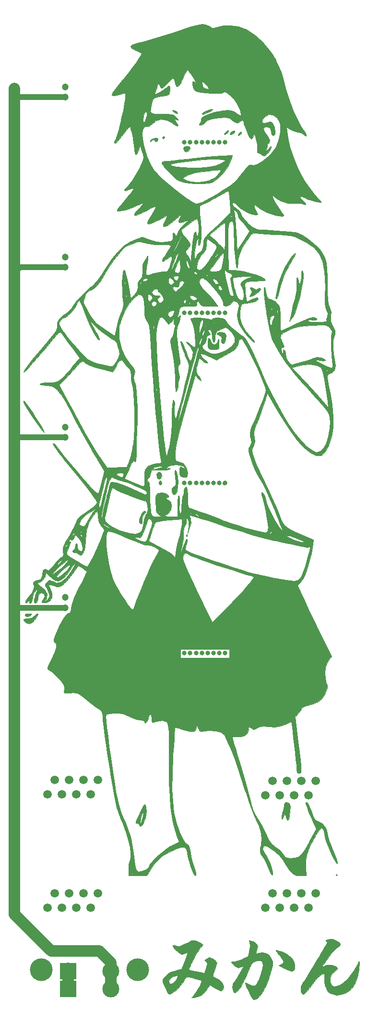
<source format=gbr>
G04 #@! TF.GenerationSoftware,KiCad,Pcbnew,5.0.1*
G04 #@! TF.CreationDate,2019-03-03T01:18:44-08:00*
G04 #@! TF.ProjectId,piboard,7069626F6172642E6B696361645F7063,rev?*
G04 #@! TF.SameCoordinates,Original*
G04 #@! TF.FileFunction,Copper,L1,Top,Signal*
G04 #@! TF.FilePolarity,Positive*
%FSLAX46Y46*%
G04 Gerber Fmt 4.6, Leading zero omitted, Abs format (unit mm)*
G04 Created by KiCad (PCBNEW 5.0.1) date Sun 03 Mar 2019 01:18:44 AM PST*
%MOMM*%
%LPD*%
G01*
G04 APERTURE LIST*
G04 #@! TA.AperFunction,EtchedComponent*
%ADD10C,0.010000*%
G04 #@! TD*
G04 #@! TA.AperFunction,ComponentPad*
%ADD11C,0.800000*%
G04 #@! TD*
G04 #@! TA.AperFunction,ComponentPad*
%ADD12C,1.500000*%
G04 #@! TD*
G04 #@! TA.AperFunction,ComponentPad*
%ADD13R,3.000000X3.000000*%
G04 #@! TD*
G04 #@! TA.AperFunction,ComponentPad*
%ADD14C,3.000000*%
G04 #@! TD*
G04 #@! TA.AperFunction,ComponentPad*
%ADD15C,4.000000*%
G04 #@! TD*
G04 #@! TA.AperFunction,ComponentPad*
%ADD16C,1.200000*%
G04 #@! TD*
G04 #@! TA.AperFunction,Conductor*
%ADD17C,0.500000*%
G04 #@! TD*
G04 #@! TA.AperFunction,Conductor*
%ADD18C,2.000000*%
G04 #@! TD*
G04 #@! TA.AperFunction,Conductor*
%ADD19C,1.000000*%
G04 #@! TD*
G04 APERTURE END LIST*
D10*
G04 #@! TO.C,G\002A\002A\002A*
G36*
X70613500Y-178888617D02*
X70923227Y-178979517D01*
X70962911Y-178992252D01*
X71358261Y-179155474D01*
X71669443Y-179353843D01*
X71878762Y-179567365D01*
X71968521Y-179776048D01*
X71921026Y-179959899D01*
X71868228Y-180015074D01*
X71747196Y-180113939D01*
X71544355Y-180278078D01*
X71367472Y-180420579D01*
X71071745Y-180679831D01*
X70766964Y-180979412D01*
X70637971Y-181119257D01*
X70476514Y-181315559D01*
X70261832Y-181594017D01*
X70012096Y-181929058D01*
X69745479Y-182295111D01*
X69480153Y-182666605D01*
X69234291Y-183017968D01*
X69026065Y-183323629D01*
X68873647Y-183558016D01*
X68795208Y-183695559D01*
X68789597Y-183720231D01*
X68878405Y-183707731D01*
X69078435Y-183643041D01*
X69327874Y-183547499D01*
X69601403Y-183442226D01*
X69807067Y-183391068D01*
X70013305Y-183388412D01*
X70288554Y-183428646D01*
X70438255Y-183456427D01*
X70936295Y-183580532D01*
X71274723Y-183732369D01*
X71451617Y-183908644D01*
X71465053Y-184106064D01*
X71313108Y-184321334D01*
X71055758Y-184513859D01*
X70653401Y-184844332D01*
X70385211Y-185260255D01*
X70240360Y-185780578D01*
X70217597Y-185980701D01*
X70228254Y-186482743D01*
X70347082Y-186856199D01*
X70568257Y-187097700D01*
X70885953Y-187203874D01*
X71294346Y-187171350D01*
X71787611Y-186996759D01*
X71889080Y-186947931D01*
X72363720Y-186648259D01*
X72875307Y-186214543D01*
X73402299Y-185671649D01*
X73923154Y-185044444D01*
X74416331Y-184357796D01*
X74860287Y-183636572D01*
X75031487Y-183320473D01*
X75316824Y-182770140D01*
X75345132Y-183058600D01*
X75348965Y-183332605D01*
X75325167Y-183723358D01*
X75279441Y-184181586D01*
X75217491Y-184658017D01*
X75145021Y-185103379D01*
X75067732Y-185468399D01*
X75064918Y-185479473D01*
X74866702Y-186074716D01*
X74584657Y-186683361D01*
X74252380Y-187239933D01*
X73977613Y-187598442D01*
X73457539Y-188068956D01*
X72834299Y-188412625D01*
X72220727Y-188608644D01*
X71776196Y-188697965D01*
X71418075Y-188725142D01*
X71075428Y-188690617D01*
X70760574Y-188617739D01*
X70226113Y-188394406D01*
X69799897Y-188043625D01*
X69484613Y-187570355D01*
X69282949Y-186979555D01*
X69197591Y-186276185D01*
X69206446Y-185749988D01*
X69223793Y-185345661D01*
X69205139Y-185090298D01*
X69137924Y-184965162D01*
X69009585Y-184951514D01*
X68807559Y-185030615D01*
X68745270Y-185062065D01*
X68427468Y-185282867D01*
X68036466Y-185653850D01*
X67573884Y-186173287D01*
X67041341Y-186839449D01*
X66878594Y-187053786D01*
X66452359Y-187607989D01*
X66105275Y-188026865D01*
X65826319Y-188318414D01*
X65604469Y-188490634D01*
X65428701Y-188551525D01*
X65287993Y-188509086D01*
X65171322Y-188371317D01*
X65140603Y-188315056D01*
X65080105Y-188111451D01*
X65040851Y-187818538D01*
X65032643Y-187624236D01*
X65037248Y-187428002D01*
X65061549Y-187257798D01*
X65119554Y-187081307D01*
X65225276Y-186866217D01*
X65392723Y-186580211D01*
X65635905Y-186190976D01*
X65693380Y-186100236D01*
X66118050Y-185426460D01*
X66555150Y-184725676D01*
X66995768Y-184012775D01*
X67430992Y-183302646D01*
X67851911Y-182610180D01*
X68249611Y-181950266D01*
X68615181Y-181337796D01*
X68939709Y-180787659D01*
X69214282Y-180314745D01*
X69429988Y-179933944D01*
X69577916Y-179660147D01*
X69649153Y-179508243D01*
X69653721Y-179483412D01*
X69568775Y-179340689D01*
X69475272Y-179205034D01*
X69412707Y-179106261D01*
X69424058Y-179042177D01*
X69537702Y-178991735D01*
X69782018Y-178933887D01*
X69864614Y-178916274D01*
X70156867Y-178862023D01*
X70382271Y-178851128D01*
X70613500Y-178888617D01*
X70613500Y-178888617D01*
G37*
X70613500Y-178888617D02*
X70923227Y-178979517D01*
X70962911Y-178992252D01*
X71358261Y-179155474D01*
X71669443Y-179353843D01*
X71878762Y-179567365D01*
X71968521Y-179776048D01*
X71921026Y-179959899D01*
X71868228Y-180015074D01*
X71747196Y-180113939D01*
X71544355Y-180278078D01*
X71367472Y-180420579D01*
X71071745Y-180679831D01*
X70766964Y-180979412D01*
X70637971Y-181119257D01*
X70476514Y-181315559D01*
X70261832Y-181594017D01*
X70012096Y-181929058D01*
X69745479Y-182295111D01*
X69480153Y-182666605D01*
X69234291Y-183017968D01*
X69026065Y-183323629D01*
X68873647Y-183558016D01*
X68795208Y-183695559D01*
X68789597Y-183720231D01*
X68878405Y-183707731D01*
X69078435Y-183643041D01*
X69327874Y-183547499D01*
X69601403Y-183442226D01*
X69807067Y-183391068D01*
X70013305Y-183388412D01*
X70288554Y-183428646D01*
X70438255Y-183456427D01*
X70936295Y-183580532D01*
X71274723Y-183732369D01*
X71451617Y-183908644D01*
X71465053Y-184106064D01*
X71313108Y-184321334D01*
X71055758Y-184513859D01*
X70653401Y-184844332D01*
X70385211Y-185260255D01*
X70240360Y-185780578D01*
X70217597Y-185980701D01*
X70228254Y-186482743D01*
X70347082Y-186856199D01*
X70568257Y-187097700D01*
X70885953Y-187203874D01*
X71294346Y-187171350D01*
X71787611Y-186996759D01*
X71889080Y-186947931D01*
X72363720Y-186648259D01*
X72875307Y-186214543D01*
X73402299Y-185671649D01*
X73923154Y-185044444D01*
X74416331Y-184357796D01*
X74860287Y-183636572D01*
X75031487Y-183320473D01*
X75316824Y-182770140D01*
X75345132Y-183058600D01*
X75348965Y-183332605D01*
X75325167Y-183723358D01*
X75279441Y-184181586D01*
X75217491Y-184658017D01*
X75145021Y-185103379D01*
X75067732Y-185468399D01*
X75064918Y-185479473D01*
X74866702Y-186074716D01*
X74584657Y-186683361D01*
X74252380Y-187239933D01*
X73977613Y-187598442D01*
X73457539Y-188068956D01*
X72834299Y-188412625D01*
X72220727Y-188608644D01*
X71776196Y-188697965D01*
X71418075Y-188725142D01*
X71075428Y-188690617D01*
X70760574Y-188617739D01*
X70226113Y-188394406D01*
X69799897Y-188043625D01*
X69484613Y-187570355D01*
X69282949Y-186979555D01*
X69197591Y-186276185D01*
X69206446Y-185749988D01*
X69223793Y-185345661D01*
X69205139Y-185090298D01*
X69137924Y-184965162D01*
X69009585Y-184951514D01*
X68807559Y-185030615D01*
X68745270Y-185062065D01*
X68427468Y-185282867D01*
X68036466Y-185653850D01*
X67573884Y-186173287D01*
X67041341Y-186839449D01*
X66878594Y-187053786D01*
X66452359Y-187607989D01*
X66105275Y-188026865D01*
X65826319Y-188318414D01*
X65604469Y-188490634D01*
X65428701Y-188551525D01*
X65287993Y-188509086D01*
X65171322Y-188371317D01*
X65140603Y-188315056D01*
X65080105Y-188111451D01*
X65040851Y-187818538D01*
X65032643Y-187624236D01*
X65037248Y-187428002D01*
X65061549Y-187257798D01*
X65119554Y-187081307D01*
X65225276Y-186866217D01*
X65392723Y-186580211D01*
X65635905Y-186190976D01*
X65693380Y-186100236D01*
X66118050Y-185426460D01*
X66555150Y-184725676D01*
X66995768Y-184012775D01*
X67430992Y-183302646D01*
X67851911Y-182610180D01*
X68249611Y-181950266D01*
X68615181Y-181337796D01*
X68939709Y-180787659D01*
X69214282Y-180314745D01*
X69429988Y-179933944D01*
X69577916Y-179660147D01*
X69649153Y-179508243D01*
X69653721Y-179483412D01*
X69568775Y-179340689D01*
X69475272Y-179205034D01*
X69412707Y-179106261D01*
X69424058Y-179042177D01*
X69537702Y-178991735D01*
X69782018Y-178933887D01*
X69864614Y-178916274D01*
X70156867Y-178862023D01*
X70382271Y-178851128D01*
X70613500Y-178888617D01*
G36*
X60948602Y-180867459D02*
X61261964Y-180952452D01*
X61615441Y-181070071D01*
X61970595Y-181208791D01*
X62250965Y-181337640D01*
X62854060Y-181703122D01*
X63344014Y-182128371D01*
X63701377Y-182593400D01*
X63891910Y-183023702D01*
X63979075Y-183483199D01*
X63970980Y-183899720D01*
X63870854Y-184232450D01*
X63786574Y-184355428D01*
X63619067Y-184470956D01*
X63389145Y-184500574D01*
X63078735Y-184440631D01*
X62669761Y-184287476D01*
X62144152Y-184037458D01*
X62099332Y-184014601D01*
X61156936Y-183532140D01*
X61501806Y-183362806D01*
X61797380Y-183191361D01*
X61942372Y-183022000D01*
X61951215Y-182818812D01*
X61838341Y-182545881D01*
X61833661Y-182537058D01*
X61692677Y-182311330D01*
X61476216Y-182009281D01*
X61221153Y-181681282D01*
X61097333Y-181531189D01*
X60872372Y-181255475D01*
X60701730Y-181029179D01*
X60606723Y-180881629D01*
X60595977Y-180841447D01*
X60713794Y-180826616D01*
X60948602Y-180867459D01*
X60948602Y-180867459D01*
G37*
X60948602Y-180867459D02*
X61261964Y-180952452D01*
X61615441Y-181070071D01*
X61970595Y-181208791D01*
X62250965Y-181337640D01*
X62854060Y-181703122D01*
X63344014Y-182128371D01*
X63701377Y-182593400D01*
X63891910Y-183023702D01*
X63979075Y-183483199D01*
X63970980Y-183899720D01*
X63870854Y-184232450D01*
X63786574Y-184355428D01*
X63619067Y-184470956D01*
X63389145Y-184500574D01*
X63078735Y-184440631D01*
X62669761Y-184287476D01*
X62144152Y-184037458D01*
X62099332Y-184014601D01*
X61156936Y-183532140D01*
X61501806Y-183362806D01*
X61797380Y-183191361D01*
X61942372Y-183022000D01*
X61951215Y-182818812D01*
X61838341Y-182545881D01*
X61833661Y-182537058D01*
X61692677Y-182311330D01*
X61476216Y-182009281D01*
X61221153Y-181681282D01*
X61097333Y-181531189D01*
X60872372Y-181255475D01*
X60701730Y-181029179D01*
X60606723Y-180881629D01*
X60595977Y-180841447D01*
X60713794Y-180826616D01*
X60948602Y-180867459D01*
G36*
X46233858Y-179125160D02*
X46581594Y-179223988D01*
X46950500Y-179360777D01*
X47279380Y-179512677D01*
X47507038Y-179656840D01*
X47516591Y-179665146D01*
X47774232Y-179895348D01*
X47265408Y-180502862D01*
X46990366Y-180852440D01*
X46716935Y-181235101D01*
X46495159Y-181580033D01*
X46455259Y-181649193D01*
X46322183Y-181899760D01*
X46156754Y-182229956D01*
X45972612Y-182610253D01*
X45783393Y-183011124D01*
X45602734Y-183403039D01*
X45444273Y-183756472D01*
X45321646Y-184041895D01*
X45248491Y-184229779D01*
X45235313Y-184290675D01*
X45325454Y-184312846D01*
X45540782Y-184352669D01*
X45839057Y-184402450D01*
X45917012Y-184414824D01*
X46331597Y-184490235D01*
X46810861Y-184592546D01*
X47257064Y-184700772D01*
X47293092Y-184710307D01*
X48013887Y-184902784D01*
X48267641Y-184110616D01*
X48376986Y-183755064D01*
X48462851Y-183448862D01*
X48513517Y-183235254D01*
X48522158Y-183171294D01*
X48461191Y-183026769D01*
X48308790Y-182850842D01*
X48258197Y-182806524D01*
X47993473Y-182588909D01*
X48427748Y-182310235D01*
X48862024Y-182031561D01*
X49308123Y-182249817D01*
X49608546Y-182422005D01*
X49886112Y-182622219D01*
X50005642Y-182730570D01*
X50257062Y-182993067D01*
X49845155Y-184177141D01*
X49702745Y-184593795D01*
X49585898Y-184949729D01*
X49503599Y-185216423D01*
X49464832Y-185365357D01*
X49464155Y-185386525D01*
X49548995Y-185435627D01*
X49743257Y-185541088D01*
X50006278Y-185680856D01*
X50028158Y-185692378D01*
X50608629Y-186060608D01*
X51032838Y-186470370D01*
X51297310Y-186917214D01*
X51398569Y-187396691D01*
X51399589Y-187447973D01*
X51334034Y-187662632D01*
X51174288Y-187856308D01*
X50977250Y-187967312D01*
X50913228Y-187975280D01*
X50683742Y-187923286D01*
X50355879Y-187782711D01*
X49963846Y-187570308D01*
X49546297Y-187305851D01*
X49288134Y-187136893D01*
X49082485Y-187013983D01*
X48970479Y-186961565D01*
X48966245Y-186961140D01*
X48891155Y-187030810D01*
X48778334Y-187209025D01*
X48704799Y-187350169D01*
X48462058Y-187740652D01*
X48121419Y-188148371D01*
X47732520Y-188522210D01*
X47344997Y-188811053D01*
X47214532Y-188884819D01*
X46830753Y-189032469D01*
X46398178Y-189129485D01*
X46283026Y-189143201D01*
X45769728Y-189189660D01*
X46072429Y-188816233D01*
X46512364Y-188232101D01*
X46915803Y-187618466D01*
X47245249Y-187034024D01*
X47350684Y-186815461D01*
X47469417Y-186543162D01*
X47549413Y-186339237D01*
X47574893Y-186244205D01*
X47573877Y-186242287D01*
X47439784Y-186172433D01*
X47185476Y-186080308D01*
X46844529Y-185974499D01*
X46450521Y-185863590D01*
X46037031Y-185756168D01*
X45637635Y-185660818D01*
X45285911Y-185586127D01*
X45015438Y-185540680D01*
X44859791Y-185533062D01*
X44837211Y-185542524D01*
X44786720Y-185617313D01*
X44661791Y-185804148D01*
X44481757Y-186074076D01*
X44285698Y-186368473D01*
X43727106Y-187127773D01*
X43167419Y-187730337D01*
X42611434Y-188171370D01*
X42308149Y-188343745D01*
X41815726Y-188583351D01*
X41615018Y-188394795D01*
X41450421Y-188180751D01*
X41323960Y-187917782D01*
X41318549Y-187901189D01*
X41234201Y-187674959D01*
X41100498Y-187361056D01*
X40944588Y-187022874D01*
X40925487Y-186983282D01*
X40769840Y-186641214D01*
X40688796Y-186395535D01*
X40685641Y-186362958D01*
X41748062Y-186362958D01*
X41798175Y-186631180D01*
X41938381Y-186764708D01*
X42153475Y-186761460D01*
X42428252Y-186619357D01*
X42601061Y-186479679D01*
X42785924Y-186280520D01*
X42984483Y-186017756D01*
X43166154Y-185738604D01*
X43300357Y-185490282D01*
X43356508Y-185320007D01*
X43356728Y-185312954D01*
X43286593Y-185264177D01*
X43105463Y-185275242D01*
X42857251Y-185337604D01*
X42585870Y-185442714D01*
X42515599Y-185476667D01*
X42118938Y-185730857D01*
X41858826Y-186015713D01*
X41750342Y-186313823D01*
X41748062Y-186362958D01*
X40685641Y-186362958D01*
X40669618Y-186197563D01*
X40685385Y-186065515D01*
X40832500Y-185705431D01*
X41122704Y-185350635D01*
X41530177Y-185018440D01*
X42029102Y-184726159D01*
X42593662Y-184491104D01*
X43198037Y-184330589D01*
X43299590Y-184312503D01*
X43962118Y-184202965D01*
X44211204Y-183613552D01*
X44375632Y-183209918D01*
X44541307Y-182778015D01*
X44697963Y-182347814D01*
X44835330Y-181949283D01*
X44943143Y-181612391D01*
X45011132Y-181367108D01*
X45029031Y-181243402D01*
X45025782Y-181235971D01*
X44926581Y-181236752D01*
X44720869Y-181289413D01*
X44526017Y-181356032D01*
X44074954Y-181524796D01*
X43737008Y-181353889D01*
X43249127Y-181051987D01*
X42833612Y-180688072D01*
X42537006Y-180303270D01*
X42525811Y-180283646D01*
X42422745Y-180082591D01*
X42405205Y-179970968D01*
X42492644Y-179939632D01*
X42704516Y-179979441D01*
X42996743Y-180062319D01*
X43230270Y-180125667D01*
X43409705Y-180145250D01*
X43596236Y-180115694D01*
X43851050Y-180031623D01*
X44006943Y-179973577D01*
X44382947Y-179817600D01*
X44811105Y-179618489D01*
X45194240Y-179421731D01*
X45499349Y-179264921D01*
X45764608Y-179147483D01*
X45942798Y-179089823D01*
X45968488Y-179087140D01*
X46233858Y-179125160D01*
X46233858Y-179125160D01*
G37*
X46233858Y-179125160D02*
X46581594Y-179223988D01*
X46950500Y-179360777D01*
X47279380Y-179512677D01*
X47507038Y-179656840D01*
X47516591Y-179665146D01*
X47774232Y-179895348D01*
X47265408Y-180502862D01*
X46990366Y-180852440D01*
X46716935Y-181235101D01*
X46495159Y-181580033D01*
X46455259Y-181649193D01*
X46322183Y-181899760D01*
X46156754Y-182229956D01*
X45972612Y-182610253D01*
X45783393Y-183011124D01*
X45602734Y-183403039D01*
X45444273Y-183756472D01*
X45321646Y-184041895D01*
X45248491Y-184229779D01*
X45235313Y-184290675D01*
X45325454Y-184312846D01*
X45540782Y-184352669D01*
X45839057Y-184402450D01*
X45917012Y-184414824D01*
X46331597Y-184490235D01*
X46810861Y-184592546D01*
X47257064Y-184700772D01*
X47293092Y-184710307D01*
X48013887Y-184902784D01*
X48267641Y-184110616D01*
X48376986Y-183755064D01*
X48462851Y-183448862D01*
X48513517Y-183235254D01*
X48522158Y-183171294D01*
X48461191Y-183026769D01*
X48308790Y-182850842D01*
X48258197Y-182806524D01*
X47993473Y-182588909D01*
X48427748Y-182310235D01*
X48862024Y-182031561D01*
X49308123Y-182249817D01*
X49608546Y-182422005D01*
X49886112Y-182622219D01*
X50005642Y-182730570D01*
X50257062Y-182993067D01*
X49845155Y-184177141D01*
X49702745Y-184593795D01*
X49585898Y-184949729D01*
X49503599Y-185216423D01*
X49464832Y-185365357D01*
X49464155Y-185386525D01*
X49548995Y-185435627D01*
X49743257Y-185541088D01*
X50006278Y-185680856D01*
X50028158Y-185692378D01*
X50608629Y-186060608D01*
X51032838Y-186470370D01*
X51297310Y-186917214D01*
X51398569Y-187396691D01*
X51399589Y-187447973D01*
X51334034Y-187662632D01*
X51174288Y-187856308D01*
X50977250Y-187967312D01*
X50913228Y-187975280D01*
X50683742Y-187923286D01*
X50355879Y-187782711D01*
X49963846Y-187570308D01*
X49546297Y-187305851D01*
X49288134Y-187136893D01*
X49082485Y-187013983D01*
X48970479Y-186961565D01*
X48966245Y-186961140D01*
X48891155Y-187030810D01*
X48778334Y-187209025D01*
X48704799Y-187350169D01*
X48462058Y-187740652D01*
X48121419Y-188148371D01*
X47732520Y-188522210D01*
X47344997Y-188811053D01*
X47214532Y-188884819D01*
X46830753Y-189032469D01*
X46398178Y-189129485D01*
X46283026Y-189143201D01*
X45769728Y-189189660D01*
X46072429Y-188816233D01*
X46512364Y-188232101D01*
X46915803Y-187618466D01*
X47245249Y-187034024D01*
X47350684Y-186815461D01*
X47469417Y-186543162D01*
X47549413Y-186339237D01*
X47574893Y-186244205D01*
X47573877Y-186242287D01*
X47439784Y-186172433D01*
X47185476Y-186080308D01*
X46844529Y-185974499D01*
X46450521Y-185863590D01*
X46037031Y-185756168D01*
X45637635Y-185660818D01*
X45285911Y-185586127D01*
X45015438Y-185540680D01*
X44859791Y-185533062D01*
X44837211Y-185542524D01*
X44786720Y-185617313D01*
X44661791Y-185804148D01*
X44481757Y-186074076D01*
X44285698Y-186368473D01*
X43727106Y-187127773D01*
X43167419Y-187730337D01*
X42611434Y-188171370D01*
X42308149Y-188343745D01*
X41815726Y-188583351D01*
X41615018Y-188394795D01*
X41450421Y-188180751D01*
X41323960Y-187917782D01*
X41318549Y-187901189D01*
X41234201Y-187674959D01*
X41100498Y-187361056D01*
X40944588Y-187022874D01*
X40925487Y-186983282D01*
X40769840Y-186641214D01*
X40688796Y-186395535D01*
X40685641Y-186362958D01*
X41748062Y-186362958D01*
X41798175Y-186631180D01*
X41938381Y-186764708D01*
X42153475Y-186761460D01*
X42428252Y-186619357D01*
X42601061Y-186479679D01*
X42785924Y-186280520D01*
X42984483Y-186017756D01*
X43166154Y-185738604D01*
X43300357Y-185490282D01*
X43356508Y-185320007D01*
X43356728Y-185312954D01*
X43286593Y-185264177D01*
X43105463Y-185275242D01*
X42857251Y-185337604D01*
X42585870Y-185442714D01*
X42515599Y-185476667D01*
X42118938Y-185730857D01*
X41858826Y-186015713D01*
X41750342Y-186313823D01*
X41748062Y-186362958D01*
X40685641Y-186362958D01*
X40669618Y-186197563D01*
X40685385Y-186065515D01*
X40832500Y-185705431D01*
X41122704Y-185350635D01*
X41530177Y-185018440D01*
X42029102Y-184726159D01*
X42593662Y-184491104D01*
X43198037Y-184330589D01*
X43299590Y-184312503D01*
X43962118Y-184202965D01*
X44211204Y-183613552D01*
X44375632Y-183209918D01*
X44541307Y-182778015D01*
X44697963Y-182347814D01*
X44835330Y-181949283D01*
X44943143Y-181612391D01*
X45011132Y-181367108D01*
X45029031Y-181243402D01*
X45025782Y-181235971D01*
X44926581Y-181236752D01*
X44720869Y-181289413D01*
X44526017Y-181356032D01*
X44074954Y-181524796D01*
X43737008Y-181353889D01*
X43249127Y-181051987D01*
X42833612Y-180688072D01*
X42537006Y-180303270D01*
X42525811Y-180283646D01*
X42422745Y-180082591D01*
X42405205Y-179970968D01*
X42492644Y-179939632D01*
X42704516Y-179979441D01*
X42996743Y-180062319D01*
X43230270Y-180125667D01*
X43409705Y-180145250D01*
X43596236Y-180115694D01*
X43851050Y-180031623D01*
X44006943Y-179973577D01*
X44382947Y-179817600D01*
X44811105Y-179618489D01*
X45194240Y-179421731D01*
X45499349Y-179264921D01*
X45764608Y-179147483D01*
X45942798Y-179089823D01*
X45968488Y-179087140D01*
X46233858Y-179125160D01*
G36*
X56329256Y-179192719D02*
X56611233Y-179237363D01*
X56817184Y-179331087D01*
X57023987Y-179513208D01*
X57088356Y-179580934D01*
X57271865Y-179798305D01*
X57371947Y-179994237D01*
X57394209Y-180214826D01*
X57344261Y-180506167D01*
X57244093Y-180860762D01*
X57164858Y-181139691D01*
X57116455Y-181346987D01*
X57109315Y-181437946D01*
X57109389Y-181438022D01*
X57200766Y-181433266D01*
X57403079Y-181387931D01*
X57585171Y-181337330D01*
X58152416Y-181238677D01*
X58669390Y-181289473D01*
X59119222Y-181487103D01*
X59266178Y-181597700D01*
X59656230Y-181986865D01*
X59906289Y-182383520D01*
X60026977Y-182821850D01*
X60028913Y-183336038D01*
X59954521Y-183813214D01*
X59744384Y-184689624D01*
X59478620Y-185559345D01*
X59168339Y-186398615D01*
X58824651Y-187183673D01*
X58458665Y-187890759D01*
X58081492Y-188496111D01*
X57704241Y-188975969D01*
X57411395Y-189252322D01*
X57105288Y-189460187D01*
X56866066Y-189539814D01*
X56660080Y-189499224D01*
X56578970Y-189450785D01*
X56481548Y-189333655D01*
X56338652Y-189100065D01*
X56164176Y-188779514D01*
X55972014Y-188401502D01*
X55776058Y-187995526D01*
X55590204Y-187591087D01*
X55428344Y-187217682D01*
X55304372Y-186904810D01*
X55232181Y-186681971D01*
X55225666Y-186578662D01*
X55226045Y-186578267D01*
X55309567Y-186599342D01*
X55505795Y-186680435D01*
X55776225Y-186805345D01*
X55845932Y-186839087D01*
X56227691Y-187013321D01*
X56504889Y-187101767D01*
X56716848Y-187107920D01*
X56902890Y-187035277D01*
X57032236Y-186944564D01*
X57222819Y-186728044D01*
X57431948Y-186380179D01*
X57646512Y-185935973D01*
X57853399Y-185430428D01*
X58039499Y-184898548D01*
X58191700Y-184375336D01*
X58296892Y-183895795D01*
X58341962Y-183494928D01*
X58342728Y-183445931D01*
X58294666Y-183054958D01*
X58146293Y-182797239D01*
X57891336Y-182665203D01*
X57677179Y-182643140D01*
X57354307Y-182677550D01*
X57005334Y-182767043D01*
X56692082Y-182891014D01*
X56476372Y-183028857D01*
X56455459Y-183050349D01*
X56378127Y-183177215D01*
X56251627Y-183428454D01*
X56091286Y-183771865D01*
X55912430Y-184175252D01*
X55843262Y-184336473D01*
X55478480Y-185182178D01*
X55162597Y-185885149D01*
X54886941Y-186461897D01*
X54642841Y-186928934D01*
X54421624Y-187302772D01*
X54214618Y-187599922D01*
X54013150Y-187836896D01*
X53994683Y-187856157D01*
X53761570Y-188078494D01*
X53556607Y-188241693D01*
X53419573Y-188314583D01*
X53408055Y-188315806D01*
X53226255Y-188236815D01*
X53084150Y-188018110D01*
X52994118Y-187687093D01*
X52967785Y-187341181D01*
X52975966Y-187047443D01*
X53018864Y-186834642D01*
X53121150Y-186633955D01*
X53307495Y-186376563D01*
X53318925Y-186361669D01*
X53517700Y-186085439D01*
X53745549Y-185740905D01*
X53986862Y-185355181D01*
X54226029Y-184955383D01*
X54447441Y-184568628D01*
X54635487Y-184222032D01*
X54774559Y-183942711D01*
X54849046Y-183757780D01*
X54852850Y-183697039D01*
X54763166Y-183705514D01*
X54568809Y-183760748D01*
X54442365Y-183803957D01*
X54163275Y-183877238D01*
X53918454Y-183896649D01*
X53852769Y-183887425D01*
X53684049Y-183806034D01*
X53456783Y-183649018D01*
X53210596Y-183450413D01*
X52985111Y-183244252D01*
X52819952Y-183064569D01*
X52754743Y-182945398D01*
X52754728Y-182944284D01*
X52829912Y-182873107D01*
X53060517Y-182821040D01*
X53335641Y-182793662D01*
X53642358Y-182758617D01*
X53934095Y-182690374D01*
X54260090Y-182573302D01*
X54669582Y-182391771D01*
X54807988Y-182326269D01*
X55699422Y-181900440D01*
X55886688Y-181107623D01*
X55998882Y-180581120D01*
X56054164Y-180170755D01*
X56054854Y-179834030D01*
X56003273Y-179528447D01*
X55977949Y-179436479D01*
X55893196Y-179150819D01*
X56329256Y-179192719D01*
X56329256Y-179192719D01*
G37*
X56329256Y-179192719D02*
X56611233Y-179237363D01*
X56817184Y-179331087D01*
X57023987Y-179513208D01*
X57088356Y-179580934D01*
X57271865Y-179798305D01*
X57371947Y-179994237D01*
X57394209Y-180214826D01*
X57344261Y-180506167D01*
X57244093Y-180860762D01*
X57164858Y-181139691D01*
X57116455Y-181346987D01*
X57109315Y-181437946D01*
X57109389Y-181438022D01*
X57200766Y-181433266D01*
X57403079Y-181387931D01*
X57585171Y-181337330D01*
X58152416Y-181238677D01*
X58669390Y-181289473D01*
X59119222Y-181487103D01*
X59266178Y-181597700D01*
X59656230Y-181986865D01*
X59906289Y-182383520D01*
X60026977Y-182821850D01*
X60028913Y-183336038D01*
X59954521Y-183813214D01*
X59744384Y-184689624D01*
X59478620Y-185559345D01*
X59168339Y-186398615D01*
X58824651Y-187183673D01*
X58458665Y-187890759D01*
X58081492Y-188496111D01*
X57704241Y-188975969D01*
X57411395Y-189252322D01*
X57105288Y-189460187D01*
X56866066Y-189539814D01*
X56660080Y-189499224D01*
X56578970Y-189450785D01*
X56481548Y-189333655D01*
X56338652Y-189100065D01*
X56164176Y-188779514D01*
X55972014Y-188401502D01*
X55776058Y-187995526D01*
X55590204Y-187591087D01*
X55428344Y-187217682D01*
X55304372Y-186904810D01*
X55232181Y-186681971D01*
X55225666Y-186578662D01*
X55226045Y-186578267D01*
X55309567Y-186599342D01*
X55505795Y-186680435D01*
X55776225Y-186805345D01*
X55845932Y-186839087D01*
X56227691Y-187013321D01*
X56504889Y-187101767D01*
X56716848Y-187107920D01*
X56902890Y-187035277D01*
X57032236Y-186944564D01*
X57222819Y-186728044D01*
X57431948Y-186380179D01*
X57646512Y-185935973D01*
X57853399Y-185430428D01*
X58039499Y-184898548D01*
X58191700Y-184375336D01*
X58296892Y-183895795D01*
X58341962Y-183494928D01*
X58342728Y-183445931D01*
X58294666Y-183054958D01*
X58146293Y-182797239D01*
X57891336Y-182665203D01*
X57677179Y-182643140D01*
X57354307Y-182677550D01*
X57005334Y-182767043D01*
X56692082Y-182891014D01*
X56476372Y-183028857D01*
X56455459Y-183050349D01*
X56378127Y-183177215D01*
X56251627Y-183428454D01*
X56091286Y-183771865D01*
X55912430Y-184175252D01*
X55843262Y-184336473D01*
X55478480Y-185182178D01*
X55162597Y-185885149D01*
X54886941Y-186461897D01*
X54642841Y-186928934D01*
X54421624Y-187302772D01*
X54214618Y-187599922D01*
X54013150Y-187836896D01*
X53994683Y-187856157D01*
X53761570Y-188078494D01*
X53556607Y-188241693D01*
X53419573Y-188314583D01*
X53408055Y-188315806D01*
X53226255Y-188236815D01*
X53084150Y-188018110D01*
X52994118Y-187687093D01*
X52967785Y-187341181D01*
X52975966Y-187047443D01*
X53018864Y-186834642D01*
X53121150Y-186633955D01*
X53307495Y-186376563D01*
X53318925Y-186361669D01*
X53517700Y-186085439D01*
X53745549Y-185740905D01*
X53986862Y-185355181D01*
X54226029Y-184955383D01*
X54447441Y-184568628D01*
X54635487Y-184222032D01*
X54774559Y-183942711D01*
X54849046Y-183757780D01*
X54852850Y-183697039D01*
X54763166Y-183705514D01*
X54568809Y-183760748D01*
X54442365Y-183803957D01*
X54163275Y-183877238D01*
X53918454Y-183896649D01*
X53852769Y-183887425D01*
X53684049Y-183806034D01*
X53456783Y-183649018D01*
X53210596Y-183450413D01*
X52985111Y-183244252D01*
X52819952Y-183064569D01*
X52754743Y-182945398D01*
X52754728Y-182944284D01*
X52829912Y-182873107D01*
X53060517Y-182821040D01*
X53335641Y-182793662D01*
X53642358Y-182758617D01*
X53934095Y-182690374D01*
X54260090Y-182573302D01*
X54669582Y-182391771D01*
X54807988Y-182326269D01*
X55699422Y-181900440D01*
X55886688Y-181107623D01*
X55998882Y-180581120D01*
X56054164Y-180170755D01*
X56054854Y-179834030D01*
X56003273Y-179528447D01*
X55977949Y-179436479D01*
X55893196Y-179150819D01*
X56329256Y-179192719D01*
G36*
X17550946Y-121656446D02*
X17172405Y-121921541D01*
X17118505Y-121950752D01*
X16622657Y-122065150D01*
X16378732Y-121896189D01*
X16316972Y-121662029D01*
X16683386Y-121547041D01*
X16860061Y-121530752D01*
X17449257Y-121530124D01*
X17550946Y-121656446D01*
X17550946Y-121656446D01*
G37*
X17550946Y-121656446D02*
X17172405Y-121921541D01*
X17118505Y-121950752D01*
X16622657Y-122065150D01*
X16378732Y-121896189D01*
X16316972Y-121662029D01*
X16683386Y-121547041D01*
X16860061Y-121530752D01*
X17449257Y-121530124D01*
X17550946Y-121656446D01*
G36*
X62621334Y-154776861D02*
X62949547Y-154871562D01*
X63110673Y-155122060D01*
X63150807Y-155659934D01*
X63133313Y-156238347D01*
X63043709Y-157162028D01*
X62887722Y-157739520D01*
X62694703Y-157924569D01*
X62494005Y-157670924D01*
X62405087Y-157385873D01*
X62268238Y-156898371D01*
X62162220Y-156874560D01*
X62004570Y-157259010D01*
X61784097Y-157686361D01*
X61641819Y-157693185D01*
X61617040Y-157365467D01*
X61749059Y-156789189D01*
X61766466Y-156738090D01*
X61968606Y-155973236D01*
X62049834Y-155310458D01*
X62143914Y-154855947D01*
X62514890Y-154764388D01*
X62621334Y-154776861D01*
X62621334Y-154776861D01*
G37*
X62621334Y-154776861D02*
X62949547Y-154871562D01*
X63110673Y-155122060D01*
X63150807Y-155659934D01*
X63133313Y-156238347D01*
X63043709Y-157162028D01*
X62887722Y-157739520D01*
X62694703Y-157924569D01*
X62494005Y-157670924D01*
X62405087Y-157385873D01*
X62268238Y-156898371D01*
X62162220Y-156874560D01*
X62004570Y-157259010D01*
X61784097Y-157686361D01*
X61641819Y-157693185D01*
X61617040Y-157365467D01*
X61749059Y-156789189D01*
X61766466Y-156738090D01*
X61968606Y-155973236D01*
X62049834Y-155310458D01*
X62143914Y-154855947D01*
X62514890Y-154764388D01*
X62621334Y-154776861D01*
G36*
X18555552Y-121856194D02*
X18286639Y-122324910D01*
X17675093Y-123067482D01*
X17093578Y-123323723D01*
X16503352Y-123110627D01*
X16500278Y-123108385D01*
X16114150Y-122699554D01*
X16200102Y-122441853D01*
X16730744Y-122403616D01*
X16780052Y-122410366D01*
X17545261Y-122311585D01*
X17962419Y-121985375D01*
X18440776Y-121537425D01*
X18648784Y-121505148D01*
X18555552Y-121856194D01*
X18555552Y-121856194D01*
G37*
X18555552Y-121856194D02*
X18286639Y-122324910D01*
X17675093Y-123067482D01*
X17093578Y-123323723D01*
X16503352Y-123110627D01*
X16500278Y-123108385D01*
X16114150Y-122699554D01*
X16200102Y-122441853D01*
X16730744Y-122403616D01*
X16780052Y-122410366D01*
X17545261Y-122311585D01*
X17962419Y-121985375D01*
X18440776Y-121537425D01*
X18648784Y-121505148D01*
X18555552Y-121856194D01*
G36*
X43014946Y-32958337D02*
X43137278Y-33081925D01*
X43239314Y-33398960D01*
X43001565Y-33394980D01*
X42633387Y-33171259D01*
X42321167Y-32904062D01*
X42424810Y-32815523D01*
X42555296Y-32811027D01*
X43014946Y-32958337D01*
X43014946Y-32958337D01*
G37*
X43014946Y-32958337D02*
X43137278Y-33081925D01*
X43239314Y-33398960D01*
X43001565Y-33394980D01*
X42633387Y-33171259D01*
X42321167Y-32904062D01*
X42424810Y-32815523D01*
X42555296Y-32811027D01*
X43014946Y-32958337D01*
G36*
X52283455Y-36519976D02*
X52143834Y-36748027D01*
X51761377Y-37068195D01*
X51573632Y-37129027D01*
X51496212Y-36976077D01*
X51635834Y-36748027D01*
X52018290Y-36427858D01*
X52206035Y-36367027D01*
X52283455Y-36519976D01*
X52283455Y-36519976D01*
G37*
X52283455Y-36519976D02*
X52143834Y-36748027D01*
X51761377Y-37068195D01*
X51573632Y-37129027D01*
X51496212Y-36976077D01*
X51635834Y-36748027D01*
X52018290Y-36427858D01*
X52206035Y-36367027D01*
X52283455Y-36519976D01*
G36*
X40964921Y-37579544D02*
X40967834Y-37637027D01*
X40772570Y-37881266D01*
X40698843Y-37891027D01*
X40547145Y-37735417D01*
X40586834Y-37637027D01*
X40815080Y-37394715D01*
X40855824Y-37383027D01*
X40964921Y-37579544D01*
X40964921Y-37579544D01*
G37*
X40964921Y-37579544D02*
X40967834Y-37637027D01*
X40772570Y-37881266D01*
X40698843Y-37891027D01*
X40547145Y-37735417D01*
X40586834Y-37637027D01*
X40815080Y-37394715D01*
X40855824Y-37383027D01*
X40964921Y-37579544D01*
G36*
X16201548Y-84034343D02*
X16547171Y-84438224D01*
X17065421Y-85148801D01*
X17709016Y-86103394D01*
X17987554Y-86534188D01*
X18796136Y-87821902D01*
X19363164Y-88773570D01*
X19682433Y-89373023D01*
X19747738Y-89604092D01*
X19552875Y-89450609D01*
X19091639Y-88896403D01*
X18695868Y-88379987D01*
X17769785Y-87095926D01*
X17001441Y-85926953D01*
X16437408Y-84950923D01*
X16124258Y-84245695D01*
X16075834Y-83999838D01*
X16201548Y-84034343D01*
X16201548Y-84034343D01*
G37*
X16201548Y-84034343D02*
X16547171Y-84438224D01*
X17065421Y-85148801D01*
X17709016Y-86103394D01*
X17987554Y-86534188D01*
X18796136Y-87821902D01*
X19363164Y-88773570D01*
X19682433Y-89373023D01*
X19747738Y-89604092D01*
X19552875Y-89450609D01*
X19091639Y-88896403D01*
X18695868Y-88379987D01*
X17769785Y-87095926D01*
X17001441Y-85926953D01*
X16437408Y-84950923D01*
X16124258Y-84245695D01*
X16075834Y-83999838D01*
X16201548Y-84034343D01*
G36*
X48178615Y-17697493D02*
X48603521Y-17872108D01*
X48831226Y-18027859D01*
X49312175Y-18322565D01*
X49742666Y-18351105D01*
X50365834Y-18135251D01*
X51402196Y-17901870D01*
X52684641Y-17888480D01*
X54009525Y-18078832D01*
X55173207Y-18456674D01*
X55326304Y-18531106D01*
X56793687Y-19486014D01*
X58252550Y-20796891D01*
X59527810Y-22294361D01*
X60035633Y-23001257D01*
X60395029Y-23538735D01*
X60525834Y-23784426D01*
X60627670Y-24071827D01*
X60890272Y-24666696D01*
X61142951Y-25202740D01*
X61529443Y-26089682D01*
X61831365Y-26934370D01*
X61928232Y-27296995D01*
X62415871Y-29263974D01*
X63058163Y-31269103D01*
X63800646Y-33170673D01*
X64588854Y-34826976D01*
X65241560Y-35917968D01*
X65681251Y-36613244D01*
X65941599Y-37137695D01*
X65971703Y-37355824D01*
X65716477Y-37316818D01*
X65521566Y-37128627D01*
X65065096Y-36826435D01*
X64462834Y-36667954D01*
X63674120Y-36469770D01*
X63090699Y-36192284D01*
X62480565Y-35796687D01*
X62645960Y-37203940D01*
X62814858Y-38125881D01*
X63112814Y-39296618D01*
X63481663Y-40492707D01*
X63563188Y-40727610D01*
X64247209Y-42531291D01*
X64921489Y-43999906D01*
X65677900Y-45296119D01*
X66608312Y-46582599D01*
X67448675Y-47607288D01*
X68690045Y-49068550D01*
X67798977Y-48954465D01*
X66985315Y-48764364D01*
X66080809Y-48435371D01*
X65875872Y-48341754D01*
X65177711Y-48055495D01*
X64875714Y-48050213D01*
X64986379Y-48315069D01*
X65351833Y-48686026D01*
X65698194Y-49078140D01*
X65855905Y-49395206D01*
X65793738Y-49516499D01*
X65526273Y-49360398D01*
X65052565Y-49209433D01*
X64338916Y-49222932D01*
X64270467Y-49233228D01*
X62779317Y-49254928D01*
X61448057Y-48834515D01*
X60754180Y-48371463D01*
X59951572Y-47696113D01*
X60143848Y-48318070D01*
X60398606Y-48865578D01*
X60851018Y-49616849D01*
X61223375Y-50158464D01*
X61679760Y-50818712D01*
X61964081Y-51296149D01*
X62016729Y-51466349D01*
X61735071Y-51479444D01*
X61111088Y-51417673D01*
X60574129Y-51340314D01*
X59012476Y-50845385D01*
X57948630Y-50207547D01*
X57259448Y-49724690D01*
X56898570Y-49523832D01*
X56788345Y-49581580D01*
X56851123Y-49874539D01*
X56851922Y-49877145D01*
X57101629Y-50479653D01*
X57291115Y-50787665D01*
X57458551Y-51150529D01*
X57187454Y-51267146D01*
X56484177Y-51136505D01*
X56011304Y-50991115D01*
X55111997Y-50587360D01*
X54296329Y-50051438D01*
X54042329Y-49822237D01*
X53410762Y-49241399D01*
X53035760Y-49089388D01*
X52907562Y-49362442D01*
X52907439Y-49384527D01*
X53109818Y-49713697D01*
X53601744Y-50094939D01*
X53669439Y-50134713D01*
X54186734Y-50554534D01*
X54427603Y-50997248D01*
X54429834Y-51034328D01*
X54618185Y-51490967D01*
X55099452Y-52113004D01*
X55747951Y-52778017D01*
X56438002Y-53363582D01*
X57043922Y-53747278D01*
X57298062Y-53828169D01*
X57775342Y-53866238D01*
X58628434Y-53920692D01*
X59725734Y-53983515D01*
X60652834Y-54032477D01*
X61901412Y-54114092D01*
X63058365Y-54221777D01*
X63970058Y-54339559D01*
X64383525Y-54420368D01*
X65257543Y-54797343D01*
X66291798Y-55462258D01*
X67335554Y-56301353D01*
X68238080Y-57200869D01*
X68515875Y-57539081D01*
X68960637Y-58196219D01*
X69280314Y-58886308D01*
X69494342Y-59708179D01*
X69622155Y-60760663D01*
X69683191Y-62142591D01*
X69696992Y-63545027D01*
X69713865Y-65070602D01*
X69765009Y-66169422D01*
X69858209Y-66922037D01*
X70001251Y-67409000D01*
X70085629Y-67565511D01*
X70351898Y-68379079D01*
X70308334Y-69112308D01*
X70287165Y-70003691D01*
X70608467Y-70846616D01*
X70676393Y-70964984D01*
X71010869Y-71657539D01*
X71046170Y-72204943D01*
X70945842Y-72546223D01*
X70750229Y-73455883D01*
X70697052Y-74630615D01*
X70784873Y-75848290D01*
X70973144Y-76764047D01*
X71150033Y-77833798D01*
X70977835Y-78626784D01*
X70471821Y-79088479D01*
X70307045Y-79142775D01*
X69972801Y-79263438D01*
X69771517Y-79478911D01*
X69700023Y-79871939D01*
X69755151Y-80525270D01*
X69933734Y-81521647D01*
X70172268Y-82662958D01*
X70520761Y-84716573D01*
X70702722Y-86765575D01*
X70709091Y-88645488D01*
X70574284Y-89961027D01*
X70319624Y-90925613D01*
X69914628Y-91916780D01*
X69432350Y-92796665D01*
X68945843Y-93427409D01*
X68616297Y-93655940D01*
X67758439Y-93664922D01*
X66759690Y-93204814D01*
X65634160Y-92290300D01*
X64395963Y-90936066D01*
X63059210Y-89156795D01*
X61638013Y-86967171D01*
X60762794Y-85483830D01*
X59147977Y-82657634D01*
X58607338Y-84340830D01*
X58210233Y-85490911D01*
X57719702Y-86793723D01*
X57310775Y-87802027D01*
X56918847Y-88783824D01*
X56729080Y-89465403D01*
X56712180Y-89998752D01*
X56804975Y-90426063D01*
X56922577Y-91187570D01*
X56712117Y-91847843D01*
X56644942Y-91966442D01*
X56473804Y-92341508D01*
X56412545Y-92767557D01*
X56481517Y-93309558D01*
X56701075Y-94032484D01*
X57091573Y-95001306D01*
X57673364Y-96280993D01*
X58466802Y-97936518D01*
X58602772Y-98216027D01*
X59474846Y-100028514D01*
X60167623Y-101525803D01*
X60739830Y-102841483D01*
X61250193Y-104109142D01*
X61600609Y-105035448D01*
X61824813Y-105530656D01*
X62141241Y-105946526D01*
X62630771Y-106339687D01*
X63374281Y-106766767D01*
X64452648Y-107284394D01*
X65450851Y-107731284D01*
X67200868Y-108503376D01*
X67058952Y-109836701D01*
X66878903Y-110924410D01*
X66574357Y-112161715D01*
X66189265Y-113417275D01*
X65767578Y-114559751D01*
X65353245Y-115457800D01*
X65009140Y-115962335D01*
X64453381Y-116504027D01*
X65308236Y-118409027D01*
X65701792Y-119266319D01*
X66263653Y-120463676D01*
X66938691Y-121884936D01*
X67671776Y-123413936D01*
X68296931Y-124706530D01*
X70430771Y-129099033D01*
X69904362Y-129811040D01*
X69391507Y-130897385D01*
X69236355Y-132184373D01*
X69459948Y-133492221D01*
X69470023Y-133522027D01*
X69656664Y-134170430D01*
X69656570Y-134680086D01*
X69445092Y-135279458D01*
X69232351Y-135724849D01*
X68746302Y-136491925D01*
X68095384Y-137050064D01*
X67166425Y-137468511D01*
X65846256Y-137816513D01*
X65796334Y-137827250D01*
X65290156Y-138028189D01*
X65097834Y-138272995D01*
X64937091Y-138653523D01*
X64551693Y-139150625D01*
X64005553Y-139731965D01*
X64555584Y-144119996D01*
X64779430Y-145926639D01*
X64938692Y-147291282D01*
X65035167Y-148275568D01*
X65070652Y-148941141D01*
X65046945Y-149349643D01*
X64965843Y-149562720D01*
X64829142Y-149642014D01*
X64716834Y-149651027D01*
X64378598Y-149547750D01*
X64336220Y-149460527D01*
X64309478Y-149070740D01*
X64236587Y-148287308D01*
X64129498Y-147221251D01*
X64000166Y-145983590D01*
X63860540Y-144685346D01*
X63722575Y-143437539D01*
X63598221Y-142351192D01*
X63499432Y-141537324D01*
X63438160Y-141106957D01*
X63435426Y-141093309D01*
X63317575Y-140536591D01*
X62133138Y-141060524D01*
X61274265Y-141372729D01*
X60445493Y-141482341D01*
X59398382Y-141425622D01*
X58407431Y-141364779D01*
X57748121Y-141443108D01*
X57260544Y-141678302D01*
X56739841Y-141934303D01*
X56389629Y-141806422D01*
X55969594Y-141535971D01*
X55750701Y-141679563D01*
X55774760Y-142036113D01*
X55669192Y-142509605D01*
X55197022Y-142923090D01*
X54499274Y-143197125D01*
X53716975Y-143252267D01*
X53634234Y-143241915D01*
X53170781Y-143199832D01*
X52962115Y-143316134D01*
X52982156Y-143690661D01*
X53204822Y-144423257D01*
X53272763Y-144625650D01*
X53502879Y-145345248D01*
X53817907Y-146381876D01*
X54193334Y-147649474D01*
X54604648Y-149061977D01*
X55027338Y-150533326D01*
X55436890Y-151977456D01*
X55808792Y-153308305D01*
X56118533Y-154439812D01*
X56341598Y-155285915D01*
X56453477Y-155760550D01*
X56461833Y-155822398D01*
X56593768Y-156186365D01*
X56938144Y-156823824D01*
X57376195Y-157527998D01*
X57999657Y-158580150D01*
X58607233Y-159773058D01*
X58904190Y-160449214D01*
X59374678Y-161452578D01*
X59889048Y-162124263D01*
X60499361Y-162588665D01*
X61216852Y-163135968D01*
X61796831Y-163753166D01*
X61906726Y-163916158D01*
X62357022Y-164448978D01*
X62978643Y-164630657D01*
X63195242Y-164637027D01*
X64000533Y-164574674D01*
X64644699Y-164338470D01*
X65212330Y-163854694D01*
X65788016Y-163049627D01*
X66456346Y-161849548D01*
X66508371Y-161749641D01*
X67712688Y-159430027D01*
X67139101Y-158175646D01*
X66784646Y-157361034D01*
X66424919Y-156471886D01*
X66115207Y-155652964D01*
X65910796Y-155049025D01*
X65859833Y-154826092D01*
X66053054Y-154732037D01*
X66085954Y-154731027D01*
X66277192Y-154952031D01*
X66563066Y-155532040D01*
X66882386Y-156346546D01*
X66888827Y-156364749D01*
X67269013Y-157319022D01*
X67614505Y-157873744D01*
X67989783Y-158127587D01*
X68052677Y-158145824D01*
X68857998Y-158573057D01*
X69445072Y-159301128D01*
X69669834Y-160144452D01*
X69773241Y-160721438D01*
X70047830Y-161590860D01*
X70440156Y-162589517D01*
X70558834Y-162859027D01*
X70996525Y-163890140D01*
X71301380Y-164730312D01*
X71459414Y-165318299D01*
X71456648Y-165592858D01*
X71279098Y-165492746D01*
X71108134Y-165265043D01*
X70771879Y-164659942D01*
X70365917Y-163774599D01*
X69946195Y-162752866D01*
X69568656Y-161738591D01*
X69289243Y-160875626D01*
X69163902Y-160307819D01*
X69161834Y-160260484D01*
X69041842Y-159660294D01*
X68861057Y-159357850D01*
X68647112Y-159305723D01*
X68346442Y-159560707D01*
X67908866Y-160177926D01*
X67486885Y-160867416D01*
X66651856Y-162418196D01*
X66138636Y-163759641D01*
X65904627Y-165036353D01*
X65898196Y-166260256D01*
X65986834Y-167685719D01*
X64823111Y-167685373D01*
X64305816Y-167662834D01*
X63884628Y-167551648D01*
X63491200Y-167285930D01*
X63057188Y-166799799D01*
X62514246Y-166027372D01*
X61794028Y-164902766D01*
X61576049Y-164555329D01*
X61117091Y-164002961D01*
X60461422Y-163418603D01*
X59743128Y-162898211D01*
X59096296Y-162537739D01*
X58655012Y-162433143D01*
X58622996Y-162442050D01*
X58311545Y-162663391D01*
X58299257Y-163039009D01*
X58599381Y-163661958D01*
X58854936Y-164070972D01*
X59230880Y-164753069D01*
X59578707Y-165557277D01*
X59861275Y-166364700D01*
X60041436Y-167056443D01*
X60082047Y-167513610D01*
X59965337Y-167625194D01*
X59730659Y-167348464D01*
X59428939Y-166735654D01*
X59210690Y-166161717D01*
X58853155Y-165286494D01*
X58443937Y-164534801D01*
X58216206Y-164230877D01*
X57918874Y-163858169D01*
X57806755Y-163467686D01*
X57857588Y-162881980D01*
X57972499Y-162288259D01*
X58126768Y-161136865D01*
X58028911Y-160312424D01*
X57998198Y-160224548D01*
X57824067Y-159669864D01*
X57785581Y-159357716D01*
X57701365Y-159053773D01*
X57434241Y-158444874D01*
X57101776Y-157779027D01*
X56763585Y-157033361D01*
X56328884Y-155928530D01*
X55845076Y-154592556D01*
X55359566Y-153153462D01*
X55173745Y-152572027D01*
X54571957Y-150713779D01*
X53943334Y-148875702D01*
X53318562Y-147139237D01*
X52728330Y-145585823D01*
X52203327Y-144296900D01*
X51774241Y-143353908D01*
X51542693Y-142936055D01*
X50955616Y-142460412D01*
X50015795Y-142174946D01*
X48851992Y-142107918D01*
X48110203Y-142182632D01*
X47458363Y-142250825D01*
X47115529Y-142121200D01*
X46895461Y-141709052D01*
X46860255Y-141614134D01*
X46595939Y-140888027D01*
X46575886Y-141586527D01*
X46466145Y-142048069D01*
X46123774Y-142266196D01*
X45478548Y-142250296D01*
X44460241Y-142009757D01*
X44131554Y-141913341D01*
X43416121Y-141714685D01*
X42936011Y-141612809D01*
X42824932Y-141613261D01*
X42788282Y-141876805D01*
X42728137Y-142569443D01*
X42650278Y-143613112D01*
X42560483Y-144929751D01*
X42464533Y-146441297D01*
X42450732Y-146667417D01*
X42307932Y-149757869D01*
X42286885Y-152409212D01*
X42392200Y-154676646D01*
X42628490Y-156615371D01*
X43000366Y-158280588D01*
X43512441Y-159727498D01*
X43548803Y-159811027D01*
X43959943Y-160702858D01*
X44313594Y-161394410D01*
X44548960Y-161769103D01*
X44587204Y-161802205D01*
X45192939Y-162323418D01*
X45509754Y-163173103D01*
X45539962Y-163575669D01*
X45633733Y-164361309D01*
X45872726Y-165327561D01*
X46047962Y-165846251D01*
X46389161Y-166797941D01*
X46532526Y-167367455D01*
X46491139Y-167634760D01*
X46348806Y-167685027D01*
X46155470Y-167460510D01*
X45887686Y-166876296D01*
X45590694Y-166066384D01*
X45309733Y-165164774D01*
X45090045Y-164305468D01*
X44976868Y-163622465D01*
X44976752Y-163621027D01*
X44829366Y-162998639D01*
X44473555Y-162694536D01*
X43848453Y-162699937D01*
X42893196Y-163006063D01*
X42337735Y-163240327D01*
X40603205Y-164237211D01*
X39232529Y-165556682D01*
X38509079Y-166605527D01*
X37871562Y-167685027D01*
X34617834Y-167685027D01*
X34617834Y-167304027D01*
X35125834Y-167304027D01*
X35252834Y-167431027D01*
X35379834Y-167304027D01*
X35252834Y-167177027D01*
X35125834Y-167304027D01*
X34617834Y-167304027D01*
X34617834Y-166465827D01*
X34668285Y-165693258D01*
X34796149Y-165128129D01*
X34875792Y-164988668D01*
X35014979Y-164545892D01*
X35001699Y-163735405D01*
X34856560Y-162667106D01*
X34600166Y-161450893D01*
X34253124Y-160196664D01*
X33836039Y-159014318D01*
X33690673Y-158668027D01*
X33246502Y-157618301D01*
X32859897Y-156633090D01*
X32598593Y-155887029D01*
X32557712Y-155747027D01*
X32356300Y-154880367D01*
X32108916Y-153632086D01*
X31829091Y-152089393D01*
X31530359Y-150339497D01*
X31226252Y-148469608D01*
X30930302Y-146566934D01*
X30656041Y-144718685D01*
X30417003Y-143012070D01*
X30226718Y-141534298D01*
X30098720Y-140372578D01*
X30047268Y-139624673D01*
X30618751Y-139624673D01*
X30665771Y-140392039D01*
X30784028Y-141566366D01*
X30967676Y-143100542D01*
X31210870Y-144947454D01*
X31507765Y-147059992D01*
X31852516Y-149391041D01*
X32098002Y-150991471D01*
X32399490Y-152851532D01*
X32665216Y-154293566D01*
X32915647Y-155404422D01*
X33171250Y-156270951D01*
X33452492Y-156980004D01*
X33564471Y-157214471D01*
X34140546Y-158439376D01*
X34594026Y-159595502D01*
X34955299Y-160799827D01*
X35254754Y-162169329D01*
X35522779Y-163820983D01*
X35768969Y-165700435D01*
X35945134Y-166540811D01*
X36229016Y-166942965D01*
X36345484Y-166989082D01*
X36841775Y-166956988D01*
X37447044Y-166750399D01*
X37958620Y-166459558D01*
X38173834Y-166174973D01*
X38363634Y-165755628D01*
X38865469Y-165135669D01*
X39577983Y-164409740D01*
X40399826Y-163672482D01*
X41229643Y-163018539D01*
X41966082Y-162542553D01*
X42174334Y-162439334D01*
X42893070Y-162107778D01*
X43377211Y-161858391D01*
X43507834Y-161763718D01*
X43431955Y-161499942D01*
X43231008Y-160878904D01*
X42945029Y-160023766D01*
X42878709Y-159828302D01*
X42529206Y-158621015D01*
X42251258Y-157235704D01*
X42039776Y-155613925D01*
X41889671Y-153697233D01*
X41795856Y-151427182D01*
X41753242Y-148745328D01*
X41750256Y-146866979D01*
X41752718Y-144965414D01*
X41745490Y-143508089D01*
X41724055Y-142431271D01*
X41683896Y-141671225D01*
X41620495Y-141164219D01*
X41529336Y-140846519D01*
X41405902Y-140654391D01*
X41303604Y-140564707D01*
X40584902Y-140340290D01*
X39572263Y-140490710D01*
X39126334Y-140643414D01*
X38814887Y-140675297D01*
X38694312Y-140366256D01*
X38681834Y-140026202D01*
X38600507Y-139410802D01*
X38409771Y-139270460D01*
X38189494Y-139608813D01*
X38084934Y-139999027D01*
X37900703Y-140491543D01*
X37653497Y-140765014D01*
X37457569Y-140733210D01*
X37411834Y-140507027D01*
X37190924Y-140329440D01*
X36657844Y-140253084D01*
X36641390Y-140253027D01*
X35980617Y-140137631D01*
X35116956Y-139841611D01*
X34562880Y-139590179D01*
X33603790Y-139175191D01*
X32775412Y-139020279D01*
X32025739Y-139045431D01*
X31278958Y-139142586D01*
X30764931Y-139256548D01*
X30648813Y-139311381D01*
X30618751Y-139624673D01*
X30047268Y-139624673D01*
X30046541Y-139614120D01*
X30046011Y-139560382D01*
X29901985Y-138837647D01*
X29385097Y-138325347D01*
X29347334Y-138301226D01*
X28804981Y-137921908D01*
X28034180Y-137336747D01*
X27194836Y-136667386D01*
X27133727Y-136617301D01*
X26342540Y-135986344D01*
X25782885Y-135625082D01*
X25302126Y-135470829D01*
X24747625Y-135460897D01*
X24390976Y-135490849D01*
X23659811Y-135548399D01*
X23318103Y-135494877D01*
X23249762Y-135269079D01*
X23313953Y-134923036D01*
X23335534Y-134474481D01*
X23146894Y-134002278D01*
X22683428Y-133380270D01*
X22298801Y-132940641D01*
X21634916Y-132257296D01*
X21033715Y-131732624D01*
X20641110Y-131487892D01*
X20408803Y-131379537D01*
X20338495Y-131181269D01*
X20451018Y-130791577D01*
X20767202Y-130108950D01*
X21033512Y-129575736D01*
X21602798Y-128338861D01*
X21767899Y-127807027D01*
X43761834Y-127807027D01*
X43761834Y-129331027D01*
X52397834Y-129331027D01*
X52397834Y-127807027D01*
X43761834Y-127807027D01*
X21767899Y-127807027D01*
X21874804Y-127462662D01*
X21859097Y-126902953D01*
X21663833Y-126664027D01*
X21460777Y-126414477D01*
X21457203Y-125985068D01*
X21672035Y-125304937D01*
X22124199Y-124303224D01*
X22489334Y-123573029D01*
X23134343Y-122402143D01*
X23634957Y-121701827D01*
X24000895Y-121458590D01*
X24013334Y-121458175D01*
X24324228Y-121328359D01*
X24448064Y-120864424D01*
X24457834Y-120549583D01*
X24610858Y-119754085D01*
X25071799Y-118573334D01*
X25843463Y-117000161D01*
X25854834Y-116978467D01*
X26400517Y-115923297D01*
X26846391Y-115033119D01*
X27145716Y-114403210D01*
X27251834Y-114130675D01*
X27055315Y-113890405D01*
X26575204Y-113547662D01*
X26505535Y-113505706D01*
X25759236Y-113064856D01*
X25005784Y-114149441D01*
X24348241Y-115003469D01*
X23601414Y-115846580D01*
X23358037Y-116090982D01*
X22787972Y-116598977D01*
X22376669Y-116799630D01*
X21935196Y-116755965D01*
X21644885Y-116662482D01*
X20889429Y-116431030D01*
X20544423Y-116431226D01*
X20558807Y-116682407D01*
X20745621Y-117003090D01*
X21102842Y-117861785D01*
X21085414Y-118657163D01*
X20733868Y-119273265D01*
X20088735Y-119594132D01*
X19832496Y-119615527D01*
X19369492Y-119584665D01*
X19318497Y-119397915D01*
X19549827Y-119011005D01*
X19798914Y-118499516D01*
X19702989Y-118121893D01*
X19628179Y-118023623D01*
X19236992Y-117806592D01*
X18880988Y-118009487D01*
X18653017Y-118547516D01*
X18615834Y-118948127D01*
X18499758Y-119527103D01*
X18241184Y-119679027D01*
X17998478Y-119553331D01*
X17981780Y-119102967D01*
X18022960Y-118853527D01*
X18214926Y-118104794D01*
X18439195Y-117520027D01*
X18591530Y-117174268D01*
X18445603Y-117225272D01*
X18274145Y-117362514D01*
X17956579Y-117835180D01*
X17719290Y-118550183D01*
X17692097Y-118696014D01*
X17534635Y-119293465D01*
X17332222Y-119651097D01*
X17158693Y-119687577D01*
X17087944Y-119361527D01*
X17005422Y-119223565D01*
X16847755Y-119417671D01*
X16563690Y-119647167D01*
X16427309Y-119607169D01*
X16444569Y-119311583D01*
X16743452Y-118857236D01*
X16747606Y-118852525D01*
X17501892Y-117890488D01*
X17901843Y-117125755D01*
X17923890Y-116606757D01*
X17876870Y-116531784D01*
X17809423Y-116228926D01*
X18543188Y-116228926D01*
X18857665Y-116501682D01*
X18996834Y-116590537D01*
X19830534Y-117282792D01*
X20239149Y-118046890D01*
X20188161Y-118810625D01*
X20124177Y-118948777D01*
X19926073Y-119353857D01*
X20003578Y-119376478D01*
X20225249Y-119203426D01*
X20574709Y-118694886D01*
X20647834Y-118353616D01*
X20521442Y-117787498D01*
X20216989Y-117123075D01*
X20212194Y-117114928D01*
X19937199Y-116590564D01*
X19940085Y-116270278D01*
X20216300Y-115937703D01*
X20635922Y-115646254D01*
X21065375Y-115755918D01*
X21156493Y-115810492D01*
X21965857Y-116121962D01*
X22726661Y-115977130D01*
X23501019Y-115357785D01*
X23772251Y-115043527D01*
X24509851Y-114062982D01*
X25009792Y-113255541D01*
X25217206Y-112711275D01*
X25219834Y-112667178D01*
X25096140Y-112751086D01*
X24777253Y-113164507D01*
X24472105Y-113608796D01*
X23626797Y-114771739D01*
X22900907Y-115477941D01*
X22232903Y-115745342D01*
X21561255Y-115591881D01*
X20824429Y-115035498D01*
X20790276Y-115001141D01*
X21978436Y-115001141D01*
X22013581Y-115170568D01*
X22299447Y-115097202D01*
X22784142Y-114754433D01*
X23351365Y-114254202D01*
X23884819Y-113708451D01*
X24268205Y-113229123D01*
X24385223Y-112928161D01*
X24369946Y-112902472D01*
X24123746Y-112984052D01*
X23617768Y-113336415D01*
X22977444Y-113869556D01*
X22283187Y-114549237D01*
X21978436Y-115001141D01*
X20790276Y-115001141D01*
X20544475Y-114753876D01*
X20453901Y-114667954D01*
X21155834Y-114667954D01*
X21328882Y-114614671D01*
X21789335Y-114284302D01*
X22449153Y-113741968D01*
X22685598Y-113536424D01*
X23357674Y-112905808D01*
X23805113Y-112408094D01*
X23956384Y-112126092D01*
X23930729Y-112094992D01*
X23635288Y-112216561D01*
X23116046Y-112604408D01*
X22491072Y-113149058D01*
X21878431Y-113741036D01*
X21396191Y-114270866D01*
X21162420Y-114629073D01*
X21155834Y-114667954D01*
X20453901Y-114667954D01*
X20094780Y-114327282D01*
X19941111Y-114307784D01*
X19975050Y-114448013D01*
X19934667Y-114970362D01*
X19586412Y-115543066D01*
X19074804Y-115985372D01*
X18635058Y-116123976D01*
X18543188Y-116228926D01*
X17809423Y-116228926D01*
X17786289Y-116125049D01*
X18076624Y-115772396D01*
X18628355Y-115615248D01*
X18651643Y-115615027D01*
X19188244Y-115400637D01*
X19441658Y-114865340D01*
X19435962Y-114599027D01*
X19515533Y-114055239D01*
X19613442Y-113853359D01*
X19885377Y-113623542D01*
X20223592Y-113801139D01*
X20489806Y-113916319D01*
X20791057Y-113751838D01*
X21222879Y-113241151D01*
X21375283Y-113032826D01*
X21993551Y-113032826D01*
X22167420Y-112961590D01*
X22562726Y-112556096D01*
X22848124Y-112205977D01*
X22778584Y-112142518D01*
X22621731Y-112194735D01*
X22183627Y-112528316D01*
X22072444Y-112713665D01*
X21993551Y-113032826D01*
X21375283Y-113032826D01*
X21425799Y-112963775D01*
X21973544Y-112292480D01*
X22491476Y-111805960D01*
X22743331Y-111657873D01*
X23067259Y-111457954D01*
X23132810Y-111045462D01*
X23128151Y-111013589D01*
X23701585Y-111013589D01*
X23791759Y-111192392D01*
X23950717Y-111299978D01*
X24355652Y-111547620D01*
X25031323Y-111973031D01*
X25727834Y-112417714D01*
X26480272Y-112867358D01*
X27077267Y-113162688D01*
X27374470Y-113238911D01*
X27565722Y-112990158D01*
X27910664Y-112364416D01*
X28363031Y-111451690D01*
X28876557Y-110341982D01*
X28961970Y-110150666D01*
X29464351Y-108997985D01*
X29787598Y-108224269D01*
X30643922Y-108224269D01*
X30666116Y-109491515D01*
X30817943Y-110979181D01*
X31081114Y-112557459D01*
X31437338Y-114096539D01*
X31868325Y-115466614D01*
X31948847Y-115676243D01*
X32270663Y-116357352D01*
X32749328Y-117216277D01*
X33321583Y-118157145D01*
X33924167Y-119084084D01*
X34493821Y-119901222D01*
X34967285Y-120512685D01*
X35281299Y-120822603D01*
X35354529Y-120837666D01*
X35576860Y-120509934D01*
X35747392Y-120023154D01*
X35954305Y-119379866D01*
X36323466Y-118400437D01*
X36807487Y-117195769D01*
X37358980Y-115876764D01*
X37930555Y-114554325D01*
X38474826Y-113339355D01*
X38944403Y-112342756D01*
X39291898Y-111675432D01*
X39365559Y-111555564D01*
X39734141Y-110934342D01*
X39937741Y-110464551D01*
X39951834Y-110379880D01*
X39735140Y-110096307D01*
X39211938Y-109791704D01*
X38572546Y-109551001D01*
X38007281Y-109459127D01*
X37908208Y-109467904D01*
X37541529Y-109396541D01*
X36806240Y-109155527D01*
X35798782Y-108779638D01*
X34615598Y-108303647D01*
X34248732Y-108149795D01*
X35715563Y-108149795D01*
X36111583Y-108409216D01*
X36706973Y-108649849D01*
X37295216Y-108804962D01*
X37669793Y-108807823D01*
X37696041Y-108789751D01*
X37715575Y-108750881D01*
X38229016Y-108750881D01*
X40264756Y-109833454D01*
X41180798Y-110346934D01*
X41912717Y-110806647D01*
X42350827Y-111141450D01*
X42423341Y-111233527D01*
X42689029Y-111528050D01*
X42787999Y-111551027D01*
X42849836Y-111482575D01*
X44215393Y-111482575D01*
X44222511Y-111777897D01*
X44324788Y-112205928D01*
X44542157Y-112815143D01*
X44894550Y-113654014D01*
X45401901Y-114771016D01*
X46084142Y-116214620D01*
X46961208Y-118033300D01*
X47626915Y-119401988D01*
X49410694Y-123061950D01*
X51890384Y-120544988D01*
X52924849Y-119480445D01*
X53947231Y-118403049D01*
X54844580Y-117433365D01*
X55503945Y-116691957D01*
X55542954Y-116646208D01*
X56120658Y-115941367D01*
X56539475Y-115384188D01*
X56714851Y-115087660D01*
X56715834Y-115078889D01*
X56495771Y-114907619D01*
X55959066Y-114737562D01*
X55890334Y-114722709D01*
X55219887Y-114552340D01*
X54221740Y-114258690D01*
X52987128Y-113872576D01*
X51607286Y-113424814D01*
X50173451Y-112946221D01*
X48776858Y-112467614D01*
X47508741Y-112019808D01*
X46460337Y-111633622D01*
X45722882Y-111339871D01*
X45399320Y-111179157D01*
X44874024Y-110850866D01*
X44544451Y-110898223D01*
X44283500Y-111271491D01*
X44215393Y-111482575D01*
X42849836Y-111482575D01*
X42924975Y-111399400D01*
X42896079Y-111334639D01*
X42900178Y-111010008D01*
X42946868Y-110742062D01*
X43787891Y-110742062D01*
X43868386Y-110764860D01*
X44050363Y-110385936D01*
X44240315Y-109849769D01*
X44593195Y-108874236D01*
X44843987Y-108387272D01*
X44967115Y-108375243D01*
X44937003Y-108824513D01*
X44728075Y-109721448D01*
X44631823Y-110058490D01*
X44671594Y-110229833D01*
X44922484Y-110433598D01*
X45437497Y-110692904D01*
X46269639Y-111030867D01*
X47471916Y-111470604D01*
X49097332Y-112035233D01*
X49406385Y-112140816D01*
X51485212Y-112845530D01*
X53181821Y-113407667D01*
X54592753Y-113854526D01*
X55814545Y-114213405D01*
X56943735Y-114511603D01*
X58076862Y-114776418D01*
X59310464Y-115035150D01*
X60398834Y-115249198D01*
X61936646Y-115537354D01*
X63058893Y-115711351D01*
X63846804Y-115763134D01*
X64381608Y-115684649D01*
X64744534Y-115467843D01*
X65016813Y-115104663D01*
X65189565Y-114774220D01*
X65479988Y-114087339D01*
X65787515Y-113212495D01*
X66083773Y-112255275D01*
X66340391Y-111321265D01*
X66528996Y-110516054D01*
X66621217Y-109945228D01*
X66588681Y-109714375D01*
X66544492Y-109731814D01*
X66119393Y-109828623D01*
X65292139Y-109724681D01*
X64459907Y-109532063D01*
X63362538Y-109269781D01*
X62009356Y-108974883D01*
X60645318Y-108700144D01*
X60271834Y-108629768D01*
X59335348Y-108420595D01*
X58020880Y-108076249D01*
X57361404Y-107889594D01*
X62603918Y-107889594D01*
X62852041Y-108102387D01*
X63328297Y-108358514D01*
X63956396Y-108598475D01*
X64153552Y-108655871D01*
X65074131Y-108880695D01*
X65554837Y-108944855D01*
X65582068Y-108851633D01*
X65142217Y-108604307D01*
X64875234Y-108481867D01*
X64051298Y-108145759D01*
X63304164Y-107888340D01*
X63097234Y-107832016D01*
X62660220Y-107779637D01*
X62603918Y-107889594D01*
X57361404Y-107889594D01*
X56431006Y-107626259D01*
X55909106Y-107470489D01*
X59572109Y-107470489D01*
X59606853Y-107487027D01*
X59838649Y-107308216D01*
X59890834Y-107233027D01*
X59955558Y-106995564D01*
X59920814Y-106979027D01*
X59689018Y-107157837D01*
X59636834Y-107233027D01*
X59572109Y-107470489D01*
X55909106Y-107470489D01*
X54668305Y-107100151D01*
X52835352Y-106527453D01*
X51777382Y-106184562D01*
X50108686Y-105638401D01*
X48599171Y-105149099D01*
X47315945Y-104738023D01*
X46326118Y-104426539D01*
X45696797Y-104236014D01*
X45497169Y-104185027D01*
X45427843Y-104385142D01*
X45536165Y-104810377D01*
X45624216Y-105577940D01*
X45407873Y-106397877D01*
X45041823Y-107360027D01*
X45188165Y-106183558D01*
X45227694Y-105303600D01*
X45067205Y-104850240D01*
X45016159Y-104810339D01*
X44804453Y-104784269D01*
X44841636Y-105163476D01*
X44845106Y-105176846D01*
X44836469Y-105695735D01*
X44656517Y-105868992D01*
X44428707Y-106225833D01*
X44324311Y-107071792D01*
X44317116Y-107440955D01*
X44266013Y-108387521D01*
X44139050Y-109236155D01*
X44037716Y-109599062D01*
X43843724Y-110261498D01*
X43787891Y-110742062D01*
X42946868Y-110742062D01*
X43021120Y-110315953D01*
X43235980Y-109371444D01*
X43389089Y-108776309D01*
X43666707Y-107657614D01*
X43881303Y-106638084D01*
X44001201Y-105875561D01*
X44015834Y-105653225D01*
X44015834Y-104872083D01*
X41800198Y-105042390D01*
X40783017Y-105138939D01*
X39965534Y-105250804D01*
X39475692Y-105359064D01*
X39399911Y-105397362D01*
X39233792Y-105720561D01*
X38981824Y-106382616D01*
X38722138Y-107166454D01*
X38229016Y-108750881D01*
X37715575Y-108750881D01*
X37850198Y-108483012D01*
X38102633Y-107833175D01*
X38395831Y-106989388D01*
X38674904Y-106093478D01*
X38784255Y-105541769D01*
X38734885Y-105203695D01*
X38565456Y-104975792D01*
X38364317Y-104820027D01*
X44269834Y-104820027D01*
X44396834Y-104947027D01*
X44523834Y-104820027D01*
X44396834Y-104693027D01*
X44269834Y-104820027D01*
X38364317Y-104820027D01*
X38255211Y-104735534D01*
X38092738Y-104891377D01*
X38064896Y-104965431D01*
X37599955Y-106276297D01*
X37259883Y-107178278D01*
X37002121Y-107742107D01*
X36784113Y-108038514D01*
X36563299Y-108138232D01*
X36297121Y-108111992D01*
X36186995Y-108086531D01*
X35757689Y-108033944D01*
X35715563Y-108149795D01*
X34248732Y-108149795D01*
X34225208Y-108139930D01*
X32926799Y-107593129D01*
X32020067Y-107227525D01*
X31429461Y-107024913D01*
X31079432Y-106967089D01*
X30894427Y-107035847D01*
X30798896Y-107212982D01*
X30769652Y-107307253D01*
X30643922Y-108224269D01*
X29787598Y-108224269D01*
X29880671Y-108001492D01*
X30171544Y-107258532D01*
X30297579Y-106866450D01*
X30299834Y-106844245D01*
X30127426Y-106465354D01*
X29804615Y-106101594D01*
X29560654Y-105690008D01*
X30037230Y-105690008D01*
X30299834Y-105940331D01*
X30815170Y-106303118D01*
X31181938Y-106461265D01*
X31188834Y-106461489D01*
X31235242Y-106354087D01*
X31061834Y-106204631D01*
X30476266Y-105835330D01*
X30110401Y-105655350D01*
X30037230Y-105690008D01*
X29560654Y-105690008D01*
X29397534Y-105414811D01*
X29233115Y-104491304D01*
X29225205Y-104370794D01*
X29822934Y-104370794D01*
X29823626Y-104413365D01*
X29866847Y-104694954D01*
X29900387Y-104615579D01*
X30409211Y-104615579D01*
X30531827Y-105190106D01*
X31053254Y-105772143D01*
X31867478Y-106323103D01*
X32868490Y-106804399D01*
X33950276Y-107177445D01*
X35006824Y-107403653D01*
X35932123Y-107444437D01*
X36620161Y-107261209D01*
X36903605Y-106979454D01*
X37103911Y-106400695D01*
X37257997Y-105606326D01*
X37280385Y-105415075D01*
X37403720Y-104718891D01*
X37584396Y-104261325D01*
X37646388Y-104197045D01*
X37886086Y-103824401D01*
X37994248Y-103205627D01*
X37977916Y-102518746D01*
X37844131Y-101941775D01*
X37599934Y-101652738D01*
X37545445Y-101645027D01*
X37125187Y-101552064D01*
X36373532Y-101307364D01*
X35424754Y-100962209D01*
X34413126Y-100567883D01*
X33472920Y-100175668D01*
X32738409Y-99836847D01*
X32546643Y-99735835D01*
X32033253Y-99469172D01*
X31749568Y-99359027D01*
X31650073Y-99588329D01*
X31467857Y-100202045D01*
X31231297Y-101088883D01*
X30968770Y-102137553D01*
X30708656Y-103236766D01*
X30479330Y-104275230D01*
X30409211Y-104615579D01*
X29900387Y-104615579D01*
X29951889Y-104493700D01*
X30040658Y-104058027D01*
X30192784Y-103330820D01*
X30431659Y-102305149D01*
X30712133Y-101173126D01*
X30786834Y-100883027D01*
X31051142Y-99873826D01*
X31273824Y-99038360D01*
X31419204Y-98509905D01*
X31447123Y-98416189D01*
X31736758Y-98305456D01*
X32427802Y-98434705D01*
X33480941Y-98791280D01*
X34856861Y-99362521D01*
X35963863Y-99870469D01*
X36948355Y-100315424D01*
X37549066Y-100520731D01*
X37826695Y-100492716D01*
X37841938Y-100237703D01*
X37783015Y-100060032D01*
X37501747Y-99818834D01*
X36874476Y-99467294D01*
X36034309Y-99063943D01*
X35114354Y-98667312D01*
X34247715Y-98335934D01*
X33567501Y-98128338D01*
X33297186Y-98087462D01*
X32848864Y-97975332D01*
X32258378Y-97716360D01*
X31753159Y-97491939D01*
X31491657Y-97566053D01*
X31310207Y-97908425D01*
X31100717Y-98521709D01*
X30839636Y-99459708D01*
X30557322Y-100589575D01*
X30284135Y-101778464D01*
X30050435Y-102893528D01*
X29886581Y-103801920D01*
X29822934Y-104370794D01*
X29225205Y-104370794D01*
X29156834Y-103329181D01*
X28414449Y-104305692D01*
X27632130Y-105556426D01*
X27181980Y-106883101D01*
X27007164Y-108464691D01*
X27000904Y-108757027D01*
X26917781Y-109868429D01*
X26716724Y-110689271D01*
X26427045Y-111155615D01*
X26078054Y-111203525D01*
X25930082Y-111092875D01*
X25421415Y-110825336D01*
X25169034Y-110789027D01*
X24784712Y-110672183D01*
X24711834Y-110535027D01*
X24905121Y-110288407D01*
X24965834Y-110281027D01*
X25155152Y-110063209D01*
X25219834Y-109631036D01*
X25301298Y-109195544D01*
X25477977Y-109140587D01*
X25620064Y-109451938D01*
X25583110Y-109547704D01*
X25602515Y-109914193D01*
X25877615Y-110323018D01*
X26241982Y-110533888D01*
X26266934Y-110535027D01*
X26485589Y-110332250D01*
X26516302Y-109832417D01*
X26387117Y-109198267D01*
X26126075Y-108592543D01*
X25876548Y-108269426D01*
X25263263Y-107693275D01*
X24960247Y-108259466D01*
X24680383Y-108620689D01*
X24465879Y-108516045D01*
X24264316Y-108377071D01*
X24115090Y-108621922D01*
X24083682Y-108902813D01*
X24249907Y-108855551D01*
X24428929Y-108841366D01*
X24342753Y-109159859D01*
X23957574Y-110103821D01*
X23750354Y-110686231D01*
X23701585Y-111013589D01*
X23128151Y-111013589D01*
X23073813Y-110641882D01*
X23033642Y-110063974D01*
X23114707Y-109756489D01*
X23504109Y-109756489D01*
X23538853Y-109773027D01*
X23770649Y-109594216D01*
X23822834Y-109519027D01*
X23887558Y-109281564D01*
X23852814Y-109265027D01*
X23621018Y-109443837D01*
X23568834Y-109519027D01*
X23504109Y-109756489D01*
X23114707Y-109756489D01*
X23186433Y-109484431D01*
X23586033Y-108736289D01*
X23797083Y-108399147D01*
X24197267Y-107724489D01*
X24774109Y-107724489D01*
X24808853Y-107741027D01*
X25040649Y-107562216D01*
X25042302Y-107559834D01*
X26022777Y-107559834D01*
X26084579Y-107701781D01*
X26340330Y-107974462D01*
X26487361Y-107918525D01*
X26489834Y-107883017D01*
X26309423Y-107668179D01*
X26196588Y-107589772D01*
X26022777Y-107559834D01*
X25042302Y-107559834D01*
X25092834Y-107487027D01*
X25157558Y-107249564D01*
X25122814Y-107233027D01*
X24891018Y-107411837D01*
X24838834Y-107487027D01*
X24774109Y-107724489D01*
X24197267Y-107724489D01*
X24385946Y-107406403D01*
X24567110Y-107063693D01*
X26066500Y-107063693D01*
X26101367Y-107214696D01*
X26235834Y-107233027D01*
X26444904Y-107140092D01*
X26405167Y-107063693D01*
X26103728Y-107033294D01*
X26066500Y-107063693D01*
X24567110Y-107063693D01*
X24950663Y-106338123D01*
X25182343Y-105842787D01*
X25894255Y-105842787D01*
X26150107Y-105996304D01*
X26175854Y-106006585D01*
X26667640Y-106162554D01*
X26951437Y-106049636D01*
X27201917Y-105574032D01*
X27265811Y-105421281D01*
X27663311Y-104674481D01*
X28193047Y-103914757D01*
X28249127Y-103846508D01*
X28902834Y-103067480D01*
X27784098Y-103689753D01*
X27013901Y-104220420D01*
X26376247Y-104833056D01*
X26200118Y-105071938D01*
X25909526Y-105588581D01*
X25894255Y-105842787D01*
X25182343Y-105842787D01*
X25234251Y-105731809D01*
X25619485Y-104972483D01*
X26099975Y-104382266D01*
X26816117Y-103812077D01*
X27408331Y-103423234D01*
X28321457Y-102784400D01*
X28385732Y-102723591D01*
X29412528Y-102723591D01*
X29541658Y-102785663D01*
X29764744Y-102424661D01*
X29798028Y-102201536D01*
X29867977Y-101769426D01*
X30048822Y-100993855D01*
X30306254Y-100018165D01*
X30403199Y-99673082D01*
X30652213Y-98713502D01*
X30802705Y-97953950D01*
X30833015Y-97513474D01*
X30807050Y-97453542D01*
X30610083Y-97566171D01*
X30481211Y-97901487D01*
X30342669Y-98464066D01*
X30128272Y-99293928D01*
X29976439Y-99867027D01*
X29619469Y-101281857D01*
X29432080Y-102230145D01*
X29412528Y-102723591D01*
X28385732Y-102723591D01*
X28879145Y-102256791D01*
X29029833Y-101944490D01*
X28970506Y-101727459D01*
X28774578Y-101371066D01*
X28415129Y-100840084D01*
X27865237Y-100099285D01*
X27097984Y-99113441D01*
X26086449Y-97847324D01*
X24803711Y-96265707D01*
X23222851Y-94333361D01*
X23088159Y-94169222D01*
X22339822Y-93227833D01*
X21747614Y-92425460D01*
X21367433Y-91842217D01*
X21255177Y-91558221D01*
X21260470Y-91549724D01*
X21522633Y-91560581D01*
X21627268Y-91679862D01*
X21937009Y-92106702D01*
X22524322Y-92849242D01*
X23333328Y-93839935D01*
X24308150Y-95011237D01*
X25392910Y-96295602D01*
X26531732Y-97625485D01*
X26860013Y-98005275D01*
X27882973Y-99154180D01*
X28622445Y-99909410D01*
X29095495Y-100286842D01*
X29319188Y-100302353D01*
X29322752Y-100296462D01*
X29470032Y-99892492D01*
X29678943Y-99149280D01*
X29905325Y-98224447D01*
X29914483Y-98184306D01*
X30212622Y-96873486D01*
X32522736Y-96873486D01*
X32545792Y-97039068D01*
X32769950Y-97222779D01*
X33269476Y-97531886D01*
X33552023Y-97470757D01*
X33684157Y-97224859D01*
X33733281Y-96826612D01*
X33420575Y-96702794D01*
X32954481Y-96759221D01*
X32522736Y-96873486D01*
X30212622Y-96873486D01*
X30318654Y-96407301D01*
X28960189Y-94136664D01*
X28368373Y-93134267D01*
X27762259Y-92077503D01*
X27101121Y-90892171D01*
X26344231Y-89504072D01*
X25450864Y-87839006D01*
X24380291Y-85822772D01*
X23949657Y-85008027D01*
X23364686Y-83975152D01*
X22753028Y-83016037D01*
X22222631Y-82296853D01*
X22093409Y-82150527D01*
X21516906Y-81627533D01*
X20946146Y-81386096D01*
X20134024Y-81325151D01*
X20075017Y-81325027D01*
X19293042Y-81276764D01*
X19233014Y-81248407D01*
X22401473Y-81248407D01*
X24091504Y-84398217D01*
X24817491Y-85751006D01*
X25563839Y-87141273D01*
X26245330Y-88410300D01*
X26776744Y-89399373D01*
X26800616Y-89443785D01*
X27414164Y-90525807D01*
X28189517Y-91809515D01*
X28996150Y-93081136D01*
X29325654Y-93579223D01*
X30831612Y-95818903D01*
X34273354Y-95678847D01*
X34749971Y-94661437D01*
X35012272Y-93902531D01*
X35259050Y-92851390D01*
X35440779Y-91722635D01*
X35453660Y-91612027D01*
X35557565Y-90345656D01*
X35619837Y-88860430D01*
X35642629Y-87259618D01*
X35628097Y-85646487D01*
X35578395Y-84124305D01*
X35495678Y-82796341D01*
X35382100Y-81765864D01*
X35239816Y-81136140D01*
X35234840Y-81123826D01*
X35034575Y-80332087D01*
X35030570Y-79579507D01*
X35033782Y-79562785D01*
X35005753Y-78814257D01*
X34692370Y-78351563D01*
X34157333Y-77749651D01*
X33788169Y-77268660D01*
X33440016Y-76874479D01*
X33140816Y-76880775D01*
X32978091Y-76997683D01*
X32650648Y-77401779D01*
X32585834Y-77616611D01*
X32450438Y-78036422D01*
X32216143Y-78437800D01*
X31846453Y-78965607D01*
X29643812Y-78377424D01*
X28591759Y-78061823D01*
X27684735Y-77727143D01*
X27069729Y-77429919D01*
X26943411Y-77338775D01*
X26649333Y-77110637D01*
X26390934Y-77098034D01*
X26049749Y-77354626D01*
X25507314Y-77934075D01*
X25423687Y-78027168D01*
X24639729Y-78886973D01*
X23791622Y-79796912D01*
X23401598Y-80207217D01*
X22401473Y-81248407D01*
X19233014Y-81248407D01*
X18991589Y-81134360D01*
X19007481Y-81053799D01*
X19340283Y-80910441D01*
X20016710Y-80841506D01*
X20547690Y-80846152D01*
X21191319Y-80853117D01*
X21723461Y-80769506D01*
X22225488Y-80539515D01*
X22778778Y-80107342D01*
X23464703Y-79417186D01*
X24364639Y-78413244D01*
X24766175Y-77953353D01*
X26042794Y-76486679D01*
X24656201Y-74651353D01*
X23986685Y-73758044D01*
X23396295Y-72957593D01*
X22981172Y-72380804D01*
X22889514Y-72247678D01*
X22689451Y-71981346D01*
X22496989Y-71910423D01*
X22227681Y-72086253D01*
X21797084Y-72560177D01*
X21218417Y-73263678D01*
X20527057Y-74100749D01*
X19888069Y-74854865D01*
X19425114Y-75380395D01*
X19378615Y-75430383D01*
X18947045Y-75911306D01*
X18320704Y-76636472D01*
X17627410Y-77457695D01*
X17555542Y-77543934D01*
X16942922Y-78244634D01*
X16453145Y-78739103D01*
X16171982Y-78942664D01*
X16143808Y-78937668D01*
X16184533Y-78760553D01*
X16451835Y-78342311D01*
X16966810Y-77656002D01*
X17750557Y-76674685D01*
X18824170Y-75371420D01*
X20208748Y-73719265D01*
X20508715Y-73363689D01*
X21329989Y-72350675D01*
X21827080Y-71629289D01*
X22038950Y-71135926D01*
X22033320Y-70874752D01*
X22049171Y-70577485D01*
X22398131Y-70577485D01*
X22607656Y-71034716D01*
X23069697Y-71752594D01*
X23178097Y-71912689D01*
X23805400Y-72760135D01*
X24645273Y-73793122D01*
X25552937Y-74836131D01*
X25910664Y-75225486D01*
X26739414Y-76091991D01*
X27362808Y-76666403D01*
X27913583Y-77035786D01*
X28524477Y-77287198D01*
X29328227Y-77507703D01*
X29427582Y-77532207D01*
X30548132Y-77799535D01*
X31289580Y-77926037D01*
X31766261Y-77891654D01*
X32092510Y-77676326D01*
X32382662Y-77259991D01*
X32540911Y-76985970D01*
X32885125Y-76319148D01*
X33001846Y-75791333D01*
X32920398Y-75154669D01*
X32810915Y-74703968D01*
X32494123Y-73818638D01*
X32119357Y-73349729D01*
X32032268Y-73309564D01*
X31539708Y-73049794D01*
X30806822Y-72547295D01*
X29965851Y-71904676D01*
X29149036Y-71224547D01*
X28488619Y-70609516D01*
X28317906Y-70427510D01*
X27732979Y-69768027D01*
X28040442Y-70403027D01*
X28373724Y-71025760D01*
X28825258Y-71794953D01*
X28957823Y-72009167D01*
X29307447Y-72654815D01*
X29475452Y-73146589D01*
X29473304Y-73263615D01*
X29308516Y-73263168D01*
X28991575Y-72882262D01*
X28569937Y-72207578D01*
X28091060Y-71325795D01*
X27602401Y-70323594D01*
X27151416Y-69287656D01*
X26829472Y-68434651D01*
X26490946Y-67496665D01*
X26200370Y-66775586D01*
X26047318Y-66469207D01*
X26695274Y-66469207D01*
X26724442Y-66829602D01*
X26986580Y-67470999D01*
X27409088Y-68268575D01*
X27919369Y-69097509D01*
X28444823Y-69832980D01*
X28912851Y-70350165D01*
X28989355Y-70413499D01*
X29584996Y-70847949D01*
X30390676Y-71407398D01*
X30934834Y-71773275D01*
X32204834Y-72614072D01*
X32409416Y-71519423D01*
X32915692Y-71519423D01*
X32950686Y-73145051D01*
X33337275Y-74808372D01*
X34018378Y-76334872D01*
X34864338Y-77476965D01*
X35435717Y-78101273D01*
X35696416Y-78530645D01*
X35710897Y-78912682D01*
X35619023Y-79204981D01*
X35496959Y-79910008D01*
X35696490Y-80728481D01*
X35729578Y-80812980D01*
X35883329Y-81455972D01*
X36013092Y-82485301D01*
X36113032Y-83779629D01*
X36177313Y-85217616D01*
X36200102Y-86677925D01*
X36175563Y-88039216D01*
X36120620Y-88945027D01*
X36074626Y-89731220D01*
X36039063Y-90828093D01*
X36019732Y-92038346D01*
X36017893Y-92437639D01*
X35990999Y-93674290D01*
X35916934Y-94472126D01*
X35799958Y-94810694D01*
X35644333Y-94669535D01*
X35585258Y-94514301D01*
X35449961Y-94594731D01*
X35172312Y-95051971D01*
X34806106Y-95794228D01*
X34708081Y-96011180D01*
X33921813Y-97780785D01*
X35476323Y-98418336D01*
X36309646Y-98748834D01*
X36964898Y-98988115D01*
X37284834Y-99080920D01*
X37417944Y-98861698D01*
X37470526Y-98233178D01*
X37468435Y-98152527D01*
X37937686Y-98152527D01*
X37969310Y-98535689D01*
X38064859Y-98436642D01*
X38144985Y-98241111D01*
X38225197Y-98269569D01*
X38293842Y-98725867D01*
X38342648Y-99529855D01*
X38361546Y-100339319D01*
X38389486Y-101522776D01*
X38442407Y-102592552D01*
X38511441Y-103395855D01*
X38555428Y-103679734D01*
X38726759Y-104185950D01*
X39054861Y-104392301D01*
X39654515Y-104421836D01*
X40225656Y-104394967D01*
X40343885Y-104318081D01*
X40064178Y-104151622D01*
X40043828Y-104141736D01*
X39605276Y-103722490D01*
X39547751Y-103550027D01*
X39951834Y-103550027D01*
X40078834Y-103677027D01*
X40205834Y-103550027D01*
X40078834Y-103423027D01*
X39951834Y-103550027D01*
X39547751Y-103550027D01*
X39475503Y-103333426D01*
X39442699Y-102735957D01*
X39392154Y-101919050D01*
X39376322Y-101677423D01*
X39369723Y-100948524D01*
X39518433Y-100547113D01*
X39881147Y-100303152D01*
X40472879Y-100204085D01*
X41107495Y-100324977D01*
X41588233Y-100603094D01*
X41729834Y-100892571D01*
X41574545Y-101049338D01*
X41475834Y-101010027D01*
X41242376Y-101043487D01*
X41221834Y-101145816D01*
X41434053Y-101438968D01*
X41729834Y-101571430D01*
X42106394Y-101885675D01*
X42208726Y-102453035D01*
X42069847Y-103122074D01*
X41722774Y-103741353D01*
X41200523Y-104159433D01*
X41162028Y-104175745D01*
X40921895Y-104309640D01*
X41074322Y-104385174D01*
X41669809Y-104418806D01*
X41920334Y-104422926D01*
X43253834Y-104439027D01*
X43253834Y-104034079D01*
X46377182Y-104034079D01*
X46555834Y-104185027D01*
X46961123Y-104413476D01*
X47015119Y-104327435D01*
X46936834Y-104185027D01*
X46565888Y-103943531D01*
X46477343Y-103934916D01*
X46377182Y-104034079D01*
X43253834Y-104034079D01*
X43253834Y-102519036D01*
X43280016Y-101627019D01*
X43349393Y-100993595D01*
X43448207Y-100731047D01*
X43472515Y-100734199D01*
X43579349Y-101043945D01*
X43611658Y-101686598D01*
X43590057Y-102151840D01*
X43573567Y-102976899D01*
X43645406Y-103632359D01*
X43713573Y-103835768D01*
X43849930Y-103878328D01*
X43865126Y-103804027D01*
X45539834Y-103804027D01*
X45666834Y-103931027D01*
X45793834Y-103804027D01*
X45666834Y-103677027D01*
X45539834Y-103804027D01*
X43865126Y-103804027D01*
X43941506Y-103430570D01*
X43985899Y-102648513D01*
X44036465Y-101770248D01*
X44119895Y-101087603D01*
X44201999Y-100787294D01*
X44339816Y-100333578D01*
X44383631Y-99895814D01*
X44509050Y-99380718D01*
X44714334Y-99169776D01*
X44885238Y-99254743D01*
X44986313Y-99693756D01*
X45028751Y-100550953D01*
X45031834Y-100988860D01*
X45064918Y-102008829D01*
X45157069Y-102676686D01*
X45296925Y-102915027D01*
X45649072Y-103000227D01*
X46356288Y-103227301D01*
X47300397Y-103553461D01*
X48363220Y-103935919D01*
X49426578Y-104331885D01*
X50372295Y-104698571D01*
X51082191Y-104993188D01*
X51254834Y-105072202D01*
X51850458Y-105308699D01*
X52780836Y-105623254D01*
X53926780Y-105981400D01*
X55169103Y-106348675D01*
X56388615Y-106690613D01*
X57466131Y-106972751D01*
X58282462Y-107160625D01*
X58684334Y-107220516D01*
X59072272Y-107151791D01*
X59231188Y-106827226D01*
X59255834Y-106341337D01*
X59198674Y-105715271D01*
X59048048Y-104752889D01*
X58835230Y-103610323D01*
X58591498Y-102443704D01*
X58348129Y-101409162D01*
X58136398Y-100662828D01*
X58095260Y-100547823D01*
X58079212Y-100193816D01*
X58202868Y-100121027D01*
X58424715Y-100343306D01*
X58665724Y-100903436D01*
X58752937Y-101200527D01*
X59035364Y-102131083D01*
X59372233Y-103033437D01*
X59431118Y-103169027D01*
X59783931Y-103880693D01*
X60239608Y-104702176D01*
X60729834Y-105523169D01*
X61186297Y-106233365D01*
X61540681Y-106722457D01*
X61724674Y-106880139D01*
X61727893Y-106877633D01*
X61710495Y-106598315D01*
X61569676Y-106269050D01*
X61331736Y-105736814D01*
X61030922Y-104952259D01*
X60883852Y-104532796D01*
X60459520Y-103391861D01*
X59904519Y-102057459D01*
X59283226Y-100669713D01*
X58660016Y-99368742D01*
X58099265Y-98294669D01*
X57747040Y-97705130D01*
X57336223Y-96968422D01*
X56865758Y-95945350D01*
X56425878Y-94834940D01*
X56353587Y-94631610D01*
X56012017Y-93621899D01*
X55832095Y-92963565D01*
X55799480Y-92531440D01*
X55899831Y-92200359D01*
X56046771Y-91953660D01*
X56307435Y-91395325D01*
X56253754Y-90821520D01*
X56159713Y-90547524D01*
X56050411Y-90167607D01*
X56042768Y-89762996D01*
X56162326Y-89231358D01*
X56434626Y-88470356D01*
X56885208Y-87377658D01*
X57043786Y-87005371D01*
X57786565Y-85232698D01*
X58320452Y-83871478D01*
X58660045Y-82876968D01*
X58819944Y-82204425D01*
X58814747Y-81809104D01*
X58769065Y-81717749D01*
X58564760Y-81319675D01*
X58312571Y-80654340D01*
X58241300Y-80436027D01*
X57950252Y-79641476D01*
X57516852Y-78621533D01*
X56989055Y-77472023D01*
X56414815Y-76288775D01*
X55842086Y-75167616D01*
X55318822Y-74204373D01*
X54892978Y-73494875D01*
X54612505Y-73134948D01*
X54576589Y-73112754D01*
X54240684Y-73154975D01*
X54037970Y-73642558D01*
X54036294Y-73650492D01*
X53870345Y-74277435D01*
X53615948Y-74741074D01*
X53169764Y-75147940D01*
X52428454Y-75604565D01*
X51819435Y-75935847D01*
X50100616Y-76853351D01*
X48709225Y-76170948D01*
X47905670Y-75807878D01*
X47465109Y-75696640D01*
X47318907Y-75821184D01*
X47317834Y-75845601D01*
X47507332Y-76227602D01*
X47968300Y-76675662D01*
X48015869Y-76711139D01*
X48442403Y-77088813D01*
X48575468Y-77349973D01*
X48562645Y-77370882D01*
X48284094Y-77335037D01*
X47806782Y-77045633D01*
X47751600Y-77003153D01*
X47091815Y-76484166D01*
X46825241Y-77444096D01*
X46616826Y-78306136D01*
X46599038Y-78879724D01*
X46791956Y-79354926D01*
X47067391Y-79736239D01*
X47382641Y-80213228D01*
X47462381Y-80500124D01*
X47454742Y-80510785D01*
X47229110Y-80427275D01*
X46859086Y-80052762D01*
X46854324Y-80046894D01*
X46378112Y-79458798D01*
X45865722Y-81217412D01*
X44959962Y-84374164D01*
X44220024Y-87058553D01*
X43644128Y-89277770D01*
X43230491Y-91039006D01*
X42977333Y-92349454D01*
X42882872Y-93216304D01*
X42882139Y-93263027D01*
X42893203Y-94065166D01*
X42981139Y-94491786D01*
X43207404Y-94675135D01*
X43568560Y-94740130D01*
X44330936Y-95060884D01*
X44841961Y-95759823D01*
X45031788Y-96740664D01*
X45031834Y-96757233D01*
X44989593Y-97325189D01*
X44776792Y-97524827D01*
X44333334Y-97503719D01*
X43818377Y-97337218D01*
X43630200Y-96917534D01*
X43613020Y-96669530D01*
X43646215Y-95937895D01*
X43818972Y-95664544D01*
X44154959Y-95813159D01*
X44165447Y-95821794D01*
X44465155Y-95965376D01*
X44523834Y-95861303D01*
X44301619Y-95559972D01*
X43743036Y-95366168D01*
X43010171Y-95289418D01*
X42265114Y-95339251D01*
X41669954Y-95525196D01*
X41471008Y-95681841D01*
X41285685Y-95957213D01*
X41486367Y-95938586D01*
X41566907Y-95908666D01*
X41915028Y-95892731D01*
X41983834Y-96009314D01*
X41748853Y-96150570D01*
X41117441Y-96238551D01*
X40396334Y-96258894D01*
X38808834Y-96247836D01*
X39951834Y-95923368D01*
X40625772Y-95726532D01*
X40841864Y-95628105D01*
X40631159Y-95588491D01*
X40225834Y-95573963D01*
X39324963Y-95731846D01*
X38691001Y-96207596D01*
X38429504Y-96918354D01*
X38427834Y-96985393D01*
X38335679Y-97443565D01*
X38173834Y-97581027D01*
X37982533Y-97795595D01*
X37937686Y-98152527D01*
X37468435Y-98152527D01*
X37454528Y-97616291D01*
X37428379Y-96753825D01*
X37506847Y-96225764D01*
X37740821Y-95861360D01*
X38060282Y-95583828D01*
X38851663Y-95177667D01*
X39598738Y-95041027D01*
X40168217Y-95001805D01*
X40364058Y-94798919D01*
X40326009Y-94342527D01*
X40184295Y-93377623D01*
X40015680Y-91989006D01*
X39827620Y-90259798D01*
X39627568Y-88273122D01*
X39422979Y-86112102D01*
X39221309Y-83859860D01*
X39071271Y-82087027D01*
X39443834Y-82087027D01*
X39536768Y-82296097D01*
X39613167Y-82256360D01*
X39643566Y-81954921D01*
X39613167Y-81917693D01*
X39462164Y-81952560D01*
X39443834Y-82087027D01*
X39071271Y-82087027D01*
X39030012Y-81599520D01*
X38856542Y-79414205D01*
X38708355Y-77387038D01*
X38601690Y-75737027D01*
X39005014Y-75737027D01*
X39024829Y-76286390D01*
X39075488Y-76437198D01*
X39115090Y-76308527D01*
X39157112Y-75568375D01*
X39115090Y-75165527D01*
X39052276Y-75045159D01*
X39012423Y-75364281D01*
X39005014Y-75737027D01*
X38601690Y-75737027D01*
X38592905Y-75601142D01*
X38520737Y-74213027D01*
X38447819Y-72718667D01*
X38442629Y-72648220D01*
X39502684Y-72648220D01*
X39531557Y-74453489D01*
X39556921Y-74975027D01*
X39644891Y-76440493D01*
X39764444Y-78187845D01*
X39908183Y-80129124D01*
X40068709Y-82176367D01*
X40238622Y-84241614D01*
X40410524Y-86236906D01*
X40577017Y-88074280D01*
X40730700Y-89665776D01*
X40864176Y-90923433D01*
X40967021Y-91739027D01*
X41093140Y-92612523D01*
X41183261Y-93278867D01*
X41216726Y-93580527D01*
X41274306Y-93808367D01*
X41411701Y-93575100D01*
X41613784Y-92918669D01*
X41825951Y-92052654D01*
X41999303Y-91011121D01*
X42138321Y-89632304D01*
X42228309Y-88086540D01*
X42231106Y-87975890D01*
X43278138Y-87975890D01*
X43285273Y-88102108D01*
X43406184Y-87801695D01*
X43635086Y-87090295D01*
X43966194Y-85983551D01*
X44393725Y-84497106D01*
X44911894Y-82646602D01*
X45171245Y-81706027D01*
X45660091Y-79915053D01*
X46100797Y-78280488D01*
X46476274Y-76867335D01*
X46769432Y-75740594D01*
X46963181Y-74965269D01*
X47040432Y-74606362D01*
X47041047Y-74594027D01*
X46967895Y-74563900D01*
X46786098Y-74974570D01*
X46510993Y-75774192D01*
X46157921Y-76910925D01*
X45742221Y-78332928D01*
X45279233Y-79988357D01*
X44784297Y-81825371D01*
X44272751Y-83792129D01*
X43997226Y-84881027D01*
X43628330Y-86380993D01*
X43390562Y-87407400D01*
X43278138Y-87975890D01*
X42231106Y-87975890D01*
X42253258Y-87099654D01*
X42286414Y-85789238D01*
X42349318Y-84763375D01*
X42435420Y-84097021D01*
X42535960Y-83865027D01*
X42710161Y-84078227D01*
X42735896Y-84436527D01*
X42697220Y-85308216D01*
X42713049Y-86132623D01*
X42773092Y-86792474D01*
X42867059Y-87170498D01*
X42975491Y-87167027D01*
X43102071Y-86806849D01*
X43319170Y-86052801D01*
X43601515Y-85005638D01*
X43923831Y-83766118D01*
X44260846Y-82434998D01*
X44587286Y-81113034D01*
X44877878Y-79900982D01*
X45107349Y-78899599D01*
X45250425Y-78209643D01*
X45285834Y-77956422D01*
X45191116Y-77575256D01*
X44941032Y-76872038D01*
X44586686Y-75988867D01*
X44530705Y-75856700D01*
X44106595Y-74799466D01*
X43846058Y-74015960D01*
X43762587Y-73561332D01*
X43869672Y-73490737D01*
X43976370Y-73590727D01*
X44168996Y-73941057D01*
X44462016Y-74619889D01*
X44769339Y-75419527D01*
X45091473Y-76223196D01*
X45376285Y-76794209D01*
X45559293Y-77007027D01*
X45739322Y-76784938D01*
X45912864Y-76237090D01*
X45940745Y-76101221D01*
X45993242Y-75405563D01*
X45766943Y-74873771D01*
X45444254Y-74499823D01*
X44965734Y-73938529D01*
X44794451Y-73615595D01*
X44924360Y-73586705D01*
X45349419Y-73907540D01*
X45493944Y-74042062D01*
X45978575Y-74444793D01*
X46304308Y-74603496D01*
X46348468Y-74589726D01*
X46403526Y-74347286D01*
X47604614Y-74347286D01*
X47674434Y-74745832D01*
X48103026Y-75174750D01*
X48831127Y-75562273D01*
X49341825Y-75732875D01*
X50051005Y-75732549D01*
X50974903Y-75479842D01*
X51934042Y-75042801D01*
X52748947Y-74489476D01*
X52842334Y-74405644D01*
X53331519Y-73669600D01*
X53323413Y-72857164D01*
X52819640Y-71987582D01*
X52619495Y-71766662D01*
X52080753Y-71267251D01*
X51694998Y-71104451D01*
X51303720Y-71213586D01*
X51285995Y-71222548D01*
X50688823Y-71521318D01*
X50365834Y-71677556D01*
X50114169Y-71847411D01*
X49978917Y-72151206D01*
X49909696Y-72742171D01*
X49887132Y-73133527D01*
X49787096Y-73625838D01*
X49612881Y-73695195D01*
X49441918Y-73403491D01*
X49351632Y-72812622D01*
X49349834Y-72704017D01*
X49286734Y-72024613D01*
X49130052Y-71585172D01*
X49078935Y-71535582D01*
X48732452Y-71462090D01*
X48654223Y-71709834D01*
X48836739Y-72047888D01*
X49020007Y-72351947D01*
X48797636Y-72434424D01*
X48745934Y-72435027D01*
X48423827Y-72628828D01*
X48333834Y-73169851D01*
X48211793Y-73764999D01*
X47952834Y-74050880D01*
X47604614Y-74347286D01*
X46403526Y-74347286D01*
X46427779Y-74240494D01*
X46426950Y-73959027D01*
X47071612Y-73959027D01*
X47106137Y-74211886D01*
X47276365Y-74022547D01*
X47317834Y-73959027D01*
X47536257Y-73415368D01*
X47564055Y-73197027D01*
X47529530Y-72944167D01*
X47359302Y-73133506D01*
X47317834Y-73197027D01*
X47099410Y-73740685D01*
X47071612Y-73959027D01*
X46426950Y-73959027D01*
X46425731Y-73545682D01*
X46358757Y-72658211D01*
X46330965Y-72435027D01*
X47593575Y-72435027D01*
X47672355Y-72531031D01*
X47831091Y-72303078D01*
X47987519Y-71908611D01*
X48058092Y-71546027D01*
X47964969Y-71500355D01*
X47825834Y-71673027D01*
X47615232Y-72215252D01*
X47593575Y-72435027D01*
X46330965Y-72435027D01*
X46243292Y-71730999D01*
X46175697Y-71358005D01*
X47082655Y-71358005D01*
X47083157Y-71404073D01*
X47102481Y-72308027D01*
X47444834Y-71419027D01*
X47647343Y-70784027D01*
X48079834Y-70784027D01*
X48206834Y-70911027D01*
X48333834Y-70784027D01*
X48206834Y-70657027D01*
X48079834Y-70784027D01*
X47647343Y-70784027D01*
X47678641Y-70685888D01*
X47757115Y-70276027D01*
X49603834Y-70276027D01*
X49730834Y-70403027D01*
X49857834Y-70276027D01*
X49730834Y-70149027D01*
X49603834Y-70276027D01*
X47757115Y-70276027D01*
X47795870Y-70073614D01*
X47798432Y-70022027D01*
X47786107Y-69669406D01*
X47651973Y-69731480D01*
X47436755Y-70007073D01*
X47185024Y-70597625D01*
X47082655Y-71358005D01*
X46175697Y-71358005D01*
X46095770Y-70916965D01*
X45932626Y-70369027D01*
X45885624Y-70283010D01*
X45615548Y-69817183D01*
X45539834Y-69584510D01*
X45765503Y-69461992D01*
X46337217Y-69400085D01*
X47097031Y-69395675D01*
X47887003Y-69445646D01*
X48549189Y-69546882D01*
X48858532Y-69649963D01*
X49262902Y-69783163D01*
X49349834Y-69649963D01*
X49576327Y-69490766D01*
X50147210Y-69397319D01*
X50452063Y-69387027D01*
X51193473Y-69438130D01*
X51606781Y-69642100D01*
X51828008Y-69987769D01*
X52200995Y-70503702D01*
X52859498Y-71166039D01*
X53660449Y-71848462D01*
X54460777Y-72424654D01*
X54836964Y-72644387D01*
X55244580Y-73034320D01*
X55765227Y-73848183D01*
X56406766Y-75101422D01*
X57177059Y-76809487D01*
X58083966Y-78987825D01*
X58155874Y-79166027D01*
X58873703Y-80807865D01*
X59771808Y-82647590D01*
X60780190Y-84558280D01*
X61828856Y-86413013D01*
X62847808Y-88084865D01*
X63767051Y-89446915D01*
X63992657Y-89749770D01*
X64999911Y-90950360D01*
X66010493Y-91951133D01*
X66939312Y-92677577D01*
X67701278Y-93055179D01*
X67791325Y-93076257D01*
X68435991Y-92961069D01*
X69024664Y-92410598D01*
X69524775Y-91497020D01*
X69903753Y-90292511D01*
X70129031Y-88869247D01*
X70177834Y-87787540D01*
X70156883Y-87041428D01*
X70047538Y-86484047D01*
X69780057Y-85958001D01*
X69284697Y-85305892D01*
X68848982Y-84788516D01*
X68115247Y-83947702D01*
X67167243Y-82889204D01*
X66140725Y-81763505D01*
X65380741Y-80944027D01*
X63806885Y-79139628D01*
X63061806Y-78163191D01*
X63460408Y-78163191D01*
X65714239Y-80569609D01*
X66664819Y-81593582D01*
X67579149Y-82594406D01*
X68352243Y-83456217D01*
X68872740Y-84055527D01*
X69377231Y-84646300D01*
X69730071Y-85038400D01*
X69834652Y-85135027D01*
X69841925Y-84912483D01*
X69788523Y-84360099D01*
X69766070Y-84182527D01*
X69458341Y-82006042D01*
X69174394Y-80321685D01*
X68911031Y-79114301D01*
X68746531Y-78615693D01*
X69500500Y-78615693D01*
X69535367Y-78766696D01*
X69669834Y-78785027D01*
X69878904Y-78692092D01*
X69839167Y-78615693D01*
X69537728Y-78585294D01*
X69500500Y-78615693D01*
X68746531Y-78615693D01*
X68665054Y-78368734D01*
X68481780Y-78096947D01*
X67715735Y-77761392D01*
X66654932Y-77610096D01*
X65483113Y-77656724D01*
X64692675Y-77815151D01*
X63460408Y-78163191D01*
X63061806Y-78163191D01*
X62367804Y-77253692D01*
X61141476Y-75399279D01*
X60205879Y-73689450D01*
X59901255Y-72999236D01*
X59874916Y-72913774D01*
X61375785Y-72913774D01*
X61620898Y-73459118D01*
X61646179Y-73495762D01*
X61938475Y-74029662D01*
X62043864Y-74457226D01*
X61943906Y-74643128D01*
X61795834Y-74594027D01*
X61594030Y-74669724D01*
X61541834Y-74945046D01*
X61653812Y-75436581D01*
X61792924Y-75608228D01*
X61937261Y-75567345D01*
X61892749Y-75369219D01*
X61897029Y-75035026D01*
X62022658Y-74975027D01*
X62231075Y-75192950D01*
X62303834Y-75634336D01*
X62417868Y-76282926D01*
X62700048Y-76941416D01*
X63060486Y-77456045D01*
X63409295Y-77673056D01*
X63488678Y-77661116D01*
X63912084Y-77527874D01*
X64607602Y-77334331D01*
X64891447Y-77259638D01*
X65873644Y-76976740D01*
X66869494Y-76648489D01*
X67012804Y-76596505D01*
X67881076Y-76365286D01*
X68571042Y-76425589D01*
X68727304Y-76478675D01*
X69288710Y-76753468D01*
X69362935Y-76934233D01*
X68967958Y-76980556D01*
X68526834Y-76929230D01*
X67943055Y-76864853D01*
X67646973Y-76891605D01*
X67637834Y-76907681D01*
X67846845Y-77070260D01*
X68371592Y-77355122D01*
X69058642Y-77689749D01*
X69754566Y-78001626D01*
X70305930Y-78218234D01*
X70529858Y-78274545D01*
X70626174Y-78051218D01*
X70612020Y-77471154D01*
X70559154Y-77070527D01*
X70422441Y-75941384D01*
X70350295Y-74733304D01*
X70344761Y-73602745D01*
X70407883Y-72706163D01*
X70496762Y-72293955D01*
X70505839Y-71727418D01*
X70137375Y-71180115D01*
X69857864Y-70912610D01*
X69548660Y-70748240D01*
X69096423Y-70670315D01*
X68387813Y-70662144D01*
X67309490Y-70707035D01*
X67024446Y-70721694D01*
X65596474Y-70828990D01*
X64503621Y-71001112D01*
X63573977Y-71271532D01*
X62999192Y-71505446D01*
X62021104Y-72001410D01*
X61494577Y-72449362D01*
X61375785Y-72913774D01*
X59874916Y-72913774D01*
X59684615Y-72296327D01*
X59448235Y-71263865D01*
X59208349Y-70010669D01*
X59181937Y-69851946D01*
X59520518Y-69851946D01*
X59555745Y-70356609D01*
X59740286Y-70644177D01*
X59806167Y-70657027D01*
X59975115Y-70553390D01*
X59932276Y-70486802D01*
X59927802Y-70175167D01*
X60130722Y-69753915D01*
X60368619Y-69227546D01*
X60238768Y-68990506D01*
X59866001Y-69050703D01*
X59626605Y-69345030D01*
X59520518Y-69851946D01*
X59181937Y-69851946D01*
X58981189Y-68645557D01*
X58919957Y-68222860D01*
X60799886Y-68222860D01*
X60846586Y-68552302D01*
X60933292Y-68556235D01*
X60993926Y-68216284D01*
X60953344Y-68069402D01*
X60840560Y-67973191D01*
X60799886Y-68222860D01*
X58919957Y-68222860D01*
X58867831Y-67863027D01*
X59763834Y-67863027D01*
X59856768Y-68072097D01*
X59933167Y-68032360D01*
X59963566Y-67730921D01*
X59933167Y-67693693D01*
X59782164Y-67728560D01*
X59763834Y-67863027D01*
X58867831Y-67863027D01*
X58782989Y-67277348D01*
X58629982Y-66014859D01*
X58538400Y-64966909D01*
X58524478Y-64242316D01*
X58560034Y-64008370D01*
X58662176Y-64031599D01*
X58791918Y-64457191D01*
X58870322Y-64878527D01*
X59038579Y-65645918D01*
X59266823Y-66011179D01*
X59524510Y-66085027D01*
X60026261Y-66243460D01*
X60620718Y-66628924D01*
X60668752Y-66669290D01*
X60998939Y-66990018D01*
X61203078Y-67342673D01*
X61313976Y-67855863D01*
X61364444Y-68658194D01*
X61381416Y-69462851D01*
X61404393Y-70451046D01*
X61437350Y-71211122D01*
X61474600Y-71627750D01*
X61490399Y-71672588D01*
X61735755Y-71570954D01*
X62347085Y-71294110D01*
X63231441Y-70884690D01*
X64264986Y-70399903D01*
X65500080Y-69848811D01*
X66500719Y-69465155D01*
X67187117Y-69277335D01*
X67427920Y-69274019D01*
X67853725Y-69512551D01*
X67842190Y-69730366D01*
X67455467Y-69814164D01*
X67154014Y-69773338D01*
X66557278Y-69736844D01*
X66250024Y-69880156D01*
X66381463Y-70036732D01*
X67012545Y-70125924D01*
X67919177Y-70149027D01*
X68784822Y-70129936D01*
X69385276Y-70079507D01*
X69607765Y-70008004D01*
X69601383Y-69995910D01*
X69566647Y-69671394D01*
X69684222Y-69222183D01*
X69760816Y-68493901D01*
X69558892Y-68041800D01*
X69366776Y-67551612D01*
X69282711Y-66785477D01*
X69297273Y-65641335D01*
X69311158Y-65358776D01*
X69333928Y-64012172D01*
X69284262Y-62527491D01*
X69173699Y-61233675D01*
X68828140Y-59502303D01*
X68231249Y-58135690D01*
X67310203Y-57033248D01*
X65992177Y-56094385D01*
X65120268Y-55634774D01*
X64075160Y-55176977D01*
X63143411Y-54913224D01*
X62077471Y-54784568D01*
X61414834Y-54752411D01*
X60201172Y-54696585D01*
X58959878Y-54617651D01*
X57956465Y-54532531D01*
X57943089Y-54531138D01*
X57115703Y-54461726D01*
X56615311Y-54512497D01*
X56264616Y-54742385D01*
X55886317Y-55210323D01*
X55881900Y-55216262D01*
X54879061Y-56696759D01*
X54249182Y-57961730D01*
X53954879Y-59095122D01*
X53921834Y-59617642D01*
X53882619Y-60310084D01*
X53777727Y-60627933D01*
X53698048Y-60611327D01*
X53604001Y-60279669D01*
X53503041Y-59543173D01*
X53402850Y-58504791D01*
X53311112Y-57267473D01*
X53235508Y-55934173D01*
X53183719Y-54607842D01*
X53163578Y-53448527D01*
X53099506Y-52703893D01*
X52899376Y-52389458D01*
X52795950Y-52369027D01*
X52550817Y-52438040D01*
X52373549Y-52686772D01*
X52256338Y-53177759D01*
X52191374Y-53973540D01*
X52170846Y-55136650D01*
X52186946Y-56729629D01*
X52195313Y-57178815D01*
X52270834Y-61004713D01*
X53237857Y-61004870D01*
X54118273Y-61077851D01*
X55158325Y-61272394D01*
X56243102Y-61552268D01*
X57257697Y-61881241D01*
X58087201Y-62223081D01*
X58616703Y-62541558D01*
X58747834Y-62742185D01*
X58516207Y-62827957D01*
X57910557Y-62888454D01*
X57109533Y-62910027D01*
X56229417Y-62946971D01*
X55554275Y-63043336D01*
X55252096Y-63164027D01*
X55168566Y-63539632D01*
X55180116Y-64258176D01*
X55258776Y-64984469D01*
X55484592Y-66550911D01*
X56346054Y-66190969D01*
X57026231Y-65922100D01*
X57362130Y-65851778D01*
X57471307Y-65966954D01*
X57477834Y-66065328D01*
X57256092Y-66298573D01*
X56707972Y-66551134D01*
X56009132Y-66764715D01*
X55335228Y-66881018D01*
X55021551Y-66880529D01*
X54696051Y-66900348D01*
X54498929Y-67132442D01*
X54367226Y-67691488D01*
X54297400Y-68199557D01*
X54280778Y-69461147D01*
X54604194Y-70597573D01*
X55315950Y-71731162D01*
X56001937Y-72516242D01*
X56506253Y-73096963D01*
X56793673Y-73529633D01*
X56817993Y-73683377D01*
X56567211Y-73610293D01*
X56123137Y-73214600D01*
X55571074Y-72598481D01*
X54996327Y-71864120D01*
X54484199Y-71113698D01*
X54122049Y-70453995D01*
X53836598Y-69645898D01*
X53771166Y-68862100D01*
X53923159Y-67908531D01*
X54080003Y-67306996D01*
X53972791Y-66844934D01*
X53655800Y-66586587D01*
X53193135Y-66438098D01*
X52848398Y-66679348D01*
X52740191Y-66825117D01*
X52303577Y-67216554D01*
X51812559Y-67368403D01*
X51422871Y-67278179D01*
X51290250Y-66943396D01*
X51307989Y-66847975D01*
X51247459Y-66404106D01*
X50870546Y-65719007D01*
X50150248Y-64745321D01*
X50007643Y-64567397D01*
X49697948Y-64203905D01*
X50449879Y-64203905D01*
X50492834Y-64307027D01*
X50785601Y-64534427D01*
X51066896Y-64509604D01*
X51123944Y-64370527D01*
X50996425Y-63949823D01*
X50737512Y-63701833D01*
X50509593Y-63771909D01*
X50449879Y-64203905D01*
X49697948Y-64203905D01*
X49041083Y-63432939D01*
X48303210Y-62714896D01*
X48215409Y-62662204D01*
X49459482Y-62662204D01*
X49603834Y-63037027D01*
X49985141Y-63495969D01*
X50369473Y-63448907D01*
X50438405Y-63387788D01*
X50419979Y-63118862D01*
X50130920Y-62780043D01*
X49743380Y-62550449D01*
X49613040Y-62529027D01*
X49459482Y-62662204D01*
X48215409Y-62662204D01*
X47765005Y-62391904D01*
X47397447Y-62442599D01*
X47289421Y-62566302D01*
X47092100Y-63074227D01*
X47219344Y-63583129D01*
X47714204Y-64205228D01*
X48041614Y-64526869D01*
X48784124Y-65288039D01*
X49499534Y-66114815D01*
X49722761Y-66402527D01*
X50426127Y-67355027D01*
X48889097Y-67355027D01*
X48013070Y-67331367D01*
X47515462Y-67234612D01*
X47267861Y-67026097D01*
X47189663Y-66843338D01*
X46963458Y-66500169D01*
X46774230Y-66488030D01*
X46623467Y-66824872D01*
X46657546Y-66999719D01*
X46629185Y-67204191D01*
X46287785Y-67314658D01*
X45547051Y-67353750D01*
X45302709Y-67355027D01*
X44462730Y-67370540D01*
X43985895Y-67460695D01*
X43727432Y-67690918D01*
X43542569Y-68126634D01*
X43532681Y-68154929D01*
X43322176Y-68858602D01*
X43269519Y-69264787D01*
X43376530Y-69301778D01*
X43507834Y-69133027D01*
X43707627Y-68937696D01*
X43768932Y-69124401D01*
X43700903Y-69589105D01*
X43512692Y-70227772D01*
X43381646Y-70567259D01*
X43200752Y-71118257D01*
X43123042Y-71744031D01*
X43143032Y-72586124D01*
X43255238Y-73786082D01*
X43256503Y-73797601D01*
X43387985Y-74922978D01*
X43520011Y-75934981D01*
X43630731Y-76669992D01*
X43663841Y-76848256D01*
X43682670Y-77481820D01*
X43513344Y-77765621D01*
X43342326Y-78047449D01*
X43401044Y-78619517D01*
X43475729Y-78913143D01*
X43609263Y-79831904D01*
X43498280Y-80326878D01*
X43361123Y-80882227D01*
X43400860Y-81158624D01*
X43397757Y-81648410D01*
X43209450Y-82177937D01*
X43064119Y-82404500D01*
X42964684Y-82388065D01*
X42900528Y-82065862D01*
X42861034Y-81375125D01*
X42835584Y-80253086D01*
X42830774Y-79939303D01*
X42770346Y-78457066D01*
X42643731Y-77037228D01*
X42469304Y-75863755D01*
X42386274Y-75488876D01*
X42108806Y-74294956D01*
X42001938Y-73509351D01*
X42061839Y-73063259D01*
X42242042Y-72899290D01*
X42448930Y-72612910D01*
X42598323Y-72036002D01*
X42603643Y-71996257D01*
X42723187Y-71346177D01*
X42866784Y-70920848D01*
X42868425Y-70918160D01*
X42845506Y-70679444D01*
X42743707Y-70657027D01*
X42574095Y-70457423D01*
X42635474Y-70085527D01*
X42813347Y-69514027D01*
X41681757Y-70525269D01*
X41047661Y-69788089D01*
X40603850Y-69335611D01*
X40330861Y-69260767D01*
X40182633Y-69409468D01*
X39820449Y-70195349D01*
X39596390Y-71251887D01*
X39502684Y-72648220D01*
X38442629Y-72648220D01*
X38368796Y-71646229D01*
X38287809Y-71038027D01*
X38985350Y-71038027D01*
X39012805Y-71471814D01*
X39092319Y-71510006D01*
X39102441Y-71487361D01*
X39152688Y-70983123D01*
X39111853Y-70725361D01*
X39031001Y-70621779D01*
X38987026Y-70959149D01*
X38985350Y-71038027D01*
X38287809Y-71038027D01*
X38270718Y-70909679D01*
X38140637Y-70422984D01*
X37965605Y-70100111D01*
X37887505Y-70005656D01*
X37615058Y-69573528D01*
X37466488Y-68943528D01*
X37452529Y-68689287D01*
X41588906Y-68689287D01*
X41621406Y-68962834D01*
X41904982Y-69348213D01*
X42245594Y-69236570D01*
X42482897Y-68895725D01*
X42717054Y-68370765D01*
X42650055Y-68151319D01*
X42428334Y-68120916D01*
X41855212Y-68289601D01*
X41588906Y-68689287D01*
X37452529Y-68689287D01*
X37413484Y-67978158D01*
X37411834Y-67695523D01*
X37405209Y-67482027D01*
X41475834Y-67482027D01*
X41602834Y-67609027D01*
X41729834Y-67482027D01*
X41602834Y-67355027D01*
X41475834Y-67482027D01*
X37405209Y-67482027D01*
X37388599Y-66946791D01*
X38627450Y-66946791D01*
X38756058Y-67230869D01*
X39067855Y-67439218D01*
X39411803Y-67230864D01*
X39432948Y-67210483D01*
X39661679Y-66839191D01*
X39507213Y-66554806D01*
X39110785Y-66405680D01*
X38761744Y-66586552D01*
X38627450Y-66946791D01*
X37388599Y-66946791D01*
X37379530Y-66654568D01*
X37265371Y-65992995D01*
X37043479Y-65585281D01*
X36959287Y-65500211D01*
X36880710Y-65444002D01*
X37995889Y-65444002D01*
X38016884Y-65975054D01*
X38056544Y-66115622D01*
X38227381Y-66482476D01*
X38471687Y-66396937D01*
X38617225Y-66258492D01*
X38875146Y-65911476D01*
X38737637Y-65602604D01*
X38607314Y-65466221D01*
X38215792Y-65247162D01*
X37995889Y-65444002D01*
X36880710Y-65444002D01*
X36658736Y-65285218D01*
X36366667Y-65308863D01*
X35940074Y-65617172D01*
X35572510Y-65946529D01*
X34761630Y-66910186D01*
X34003150Y-68199320D01*
X33383540Y-69632551D01*
X32989272Y-71028498D01*
X32915692Y-71519423D01*
X32409416Y-71519423D01*
X32500158Y-71033898D01*
X32755980Y-69976667D01*
X33099602Y-68939538D01*
X33338190Y-68389930D01*
X33634782Y-67654815D01*
X33752245Y-67036477D01*
X33732566Y-66858788D01*
X33621193Y-66264156D01*
X33561610Y-65577027D01*
X34109834Y-65577027D01*
X34202768Y-65786097D01*
X34279167Y-65746360D01*
X34309566Y-65444921D01*
X34279167Y-65407693D01*
X34128164Y-65442560D01*
X34109834Y-65577027D01*
X33561610Y-65577027D01*
X33544132Y-65375472D01*
X33501827Y-64322065D01*
X33495098Y-63291027D01*
X33855834Y-63291027D01*
X33948768Y-63500097D01*
X34025167Y-63460360D01*
X34055566Y-63158921D01*
X34025167Y-63121693D01*
X33874164Y-63156560D01*
X33855834Y-63291027D01*
X33495098Y-63291027D01*
X33494720Y-63233260D01*
X33523255Y-62238387D01*
X33587875Y-61466772D01*
X33689022Y-61047743D01*
X33712563Y-61018530D01*
X33842628Y-60960928D01*
X33963186Y-61065098D01*
X34092689Y-61395517D01*
X34249590Y-62016665D01*
X34452342Y-62993019D01*
X34719399Y-64389057D01*
X34799088Y-64815027D01*
X35012361Y-65958027D01*
X35713827Y-65211938D01*
X35963394Y-64878185D01*
X38747012Y-64878185D01*
X38872386Y-65250313D01*
X39260458Y-65474956D01*
X39605259Y-65464083D01*
X40055390Y-65457849D01*
X40219204Y-65631697D01*
X40001693Y-65851576D01*
X39906136Y-65888592D01*
X39728799Y-66167971D01*
X39771165Y-66417759D01*
X40002686Y-66795191D01*
X40317326Y-66735825D01*
X40462414Y-66608017D01*
X44269834Y-66608017D01*
X44463570Y-66840185D01*
X44523834Y-66847027D01*
X45285834Y-66847027D01*
X45378768Y-67056097D01*
X45455167Y-67016360D01*
X45485566Y-66714921D01*
X45455167Y-66677693D01*
X45304164Y-66712560D01*
X45285834Y-66847027D01*
X44523834Y-66847027D01*
X44746747Y-66640280D01*
X44777834Y-66451036D01*
X44654696Y-66188132D01*
X44523834Y-66212027D01*
X44279522Y-66536755D01*
X44269834Y-66608017D01*
X40462414Y-66608017D01*
X40619537Y-66469609D01*
X40848056Y-66148932D01*
X40765536Y-65801439D01*
X40693320Y-65693626D01*
X45416656Y-65693626D01*
X45564452Y-65987689D01*
X46051537Y-66309213D01*
X46539319Y-66252750D01*
X46628405Y-66181788D01*
X46640991Y-65906143D01*
X46347211Y-65620437D01*
X45927946Y-65458326D01*
X45679223Y-65480419D01*
X45416656Y-65693626D01*
X40693320Y-65693626D01*
X40537894Y-65461591D01*
X40153308Y-65013873D01*
X39873343Y-64823008D01*
X39781401Y-64655617D01*
X39824834Y-64561027D01*
X39799426Y-64353715D01*
X39473873Y-64330931D01*
X39024483Y-64500982D01*
X38990731Y-64521723D01*
X38747012Y-64878185D01*
X35963394Y-64878185D01*
X36192792Y-64571407D01*
X36280076Y-64099064D01*
X42403669Y-64099064D01*
X42557862Y-64437792D01*
X42833886Y-64740900D01*
X42901914Y-64805365D01*
X43090905Y-64661592D01*
X43533125Y-64287946D01*
X43763905Y-64087815D01*
X44234156Y-63588815D01*
X44440346Y-63186076D01*
X44425190Y-63082908D01*
X44099960Y-62898902D01*
X43735517Y-63065729D01*
X43517668Y-63478781D01*
X43507834Y-63599377D01*
X43393817Y-63966630D01*
X43103912Y-63952378D01*
X42607220Y-63888836D01*
X42403669Y-64099064D01*
X36280076Y-64099064D01*
X36299660Y-63993084D01*
X36268940Y-63799514D01*
X36292906Y-63291027D01*
X36649834Y-63291027D01*
X36742768Y-63500097D01*
X36819167Y-63460360D01*
X36849566Y-63158921D01*
X36819167Y-63121693D01*
X36668164Y-63156560D01*
X36649834Y-63291027D01*
X36292906Y-63291027D01*
X36301350Y-63111896D01*
X36530642Y-62810202D01*
X37157834Y-62810202D01*
X37224514Y-63012813D01*
X37528131Y-62971610D01*
X37770601Y-62883411D01*
X38023775Y-62669674D01*
X41632743Y-62669674D01*
X41655611Y-63176028D01*
X41796068Y-63412317D01*
X42114705Y-63632454D01*
X42454440Y-63426654D01*
X42464619Y-63416812D01*
X42682892Y-63091238D01*
X42501346Y-62758876D01*
X42419262Y-62674169D01*
X42010055Y-62328023D01*
X41776423Y-62377638D01*
X41632743Y-62669674D01*
X38023775Y-62669674D01*
X38047604Y-62649557D01*
X38037240Y-62513504D01*
X37733925Y-62403310D01*
X37344343Y-62537327D01*
X37157834Y-62810202D01*
X36530642Y-62810202D01*
X36643381Y-62661866D01*
X36979875Y-62216636D01*
X36997421Y-62134870D01*
X42557567Y-62134870D01*
X42572684Y-62457756D01*
X42795218Y-62730811D01*
X43105717Y-62900974D01*
X43299329Y-62718111D01*
X43485957Y-62312747D01*
X43503944Y-62211527D01*
X43294177Y-62056697D01*
X42999834Y-62021027D01*
X42557567Y-62134870D01*
X36997421Y-62134870D01*
X37034883Y-61960300D01*
X48189998Y-61960300D01*
X48439667Y-62000974D01*
X48769109Y-61954274D01*
X48773042Y-61867568D01*
X48433091Y-61806934D01*
X48286209Y-61847516D01*
X48189998Y-61960300D01*
X37034883Y-61960300D01*
X37116281Y-61581000D01*
X37119902Y-60939683D01*
X37141036Y-60181628D01*
X37244363Y-59650574D01*
X37325758Y-59521420D01*
X37618014Y-59159271D01*
X37753839Y-58873172D01*
X37946402Y-58495033D01*
X38056902Y-58543263D01*
X38069655Y-58940585D01*
X37968975Y-59609723D01*
X37934854Y-59765005D01*
X37773028Y-60584631D01*
X37680131Y-61281713D01*
X37672043Y-61437377D01*
X37693669Y-61761364D01*
X37851392Y-61877957D01*
X38270012Y-61807248D01*
X38872334Y-61630627D01*
X39767453Y-61407670D01*
X40604118Y-61276336D01*
X40862535Y-61261776D01*
X40985383Y-61250868D01*
X42745834Y-61250868D01*
X42958494Y-61463839D01*
X43253834Y-61513027D01*
X43571293Y-61438240D01*
X43582274Y-61415524D01*
X46134143Y-61415524D01*
X46174834Y-61513027D01*
X46511311Y-61757544D01*
X46585814Y-61767027D01*
X46723524Y-61610529D01*
X46682834Y-61513027D01*
X46379172Y-61292356D01*
X51555544Y-61292356D01*
X51658432Y-61920459D01*
X51832123Y-62758705D01*
X52044449Y-63667317D01*
X52263241Y-64506520D01*
X52456329Y-65136536D01*
X52560618Y-65380926D01*
X52840414Y-65563889D01*
X53110444Y-65504500D01*
X53150786Y-65386527D01*
X53090851Y-65053701D01*
X52944957Y-64387826D01*
X52792697Y-63735527D01*
X52643275Y-62962939D01*
X52621803Y-62638496D01*
X52999283Y-62638496D01*
X53095535Y-63300369D01*
X53289473Y-64178149D01*
X53315797Y-64281680D01*
X53598196Y-65260871D01*
X53873734Y-65850395D01*
X54220852Y-66161372D01*
X54717993Y-66304920D01*
X54747334Y-66309562D01*
X54868736Y-66104992D01*
X54934163Y-65559900D01*
X54937834Y-65371573D01*
X54847442Y-64600827D01*
X54626011Y-63983441D01*
X54587818Y-63925446D01*
X54370792Y-63499743D01*
X54538066Y-63147964D01*
X54629717Y-63051399D01*
X55131679Y-62704941D01*
X55840778Y-62380651D01*
X55932232Y-62348493D01*
X56365256Y-62192296D01*
X56470214Y-62105958D01*
X56195082Y-62075498D01*
X55487835Y-62086939D01*
X55014968Y-62102025D01*
X54095328Y-62153568D01*
X53386395Y-62232069D01*
X53030702Y-62321308D01*
X53021284Y-62328909D01*
X52999283Y-62638496D01*
X52621803Y-62638496D01*
X52608238Y-62433535D01*
X52674744Y-62275027D01*
X52879869Y-62068958D01*
X52905834Y-61894027D01*
X52695623Y-61580965D01*
X52419000Y-61513027D01*
X51960023Y-61368755D01*
X51818774Y-61195527D01*
X51629527Y-60986559D01*
X51555629Y-61014172D01*
X51555544Y-61292356D01*
X46379172Y-61292356D01*
X46346356Y-61268509D01*
X46271853Y-61259027D01*
X46134143Y-61415524D01*
X43582274Y-61415524D01*
X43711194Y-61148835D01*
X48983556Y-61148835D01*
X49340138Y-61244009D01*
X49809616Y-61259027D01*
X50554136Y-61187613D01*
X50920977Y-60944558D01*
X50980085Y-60814527D01*
X51161307Y-60122816D01*
X51314668Y-59337611D01*
X51417392Y-58613446D01*
X51446704Y-58104854D01*
X51401234Y-57957027D01*
X51174832Y-58145514D01*
X50747733Y-58638373D01*
X50241466Y-59290527D01*
X49691434Y-60030909D01*
X49242926Y-60634758D01*
X49015172Y-60941527D01*
X48983556Y-61148835D01*
X43711194Y-61148835D01*
X43721411Y-61127701D01*
X43761640Y-60452138D01*
X43761834Y-60370027D01*
X43734012Y-59688126D01*
X43728943Y-59658680D01*
X44792423Y-59658680D01*
X44903104Y-60166510D01*
X45102755Y-60608642D01*
X45277460Y-60751027D01*
X45371578Y-60543540D01*
X45369433Y-60533727D01*
X46628814Y-60533727D01*
X46686063Y-60756251D01*
X47070836Y-61016338D01*
X47600553Y-60795631D01*
X48268812Y-60098267D01*
X48757089Y-59417527D01*
X49329614Y-58549368D01*
X49907445Y-58549368D01*
X49909162Y-58714856D01*
X49953733Y-58719027D01*
X50165756Y-58545449D01*
X50398233Y-58274527D01*
X50617904Y-57973665D01*
X50486371Y-58036738D01*
X50302334Y-58178627D01*
X49907445Y-58549368D01*
X49329614Y-58549368D01*
X49470239Y-58336129D01*
X49922875Y-57589283D01*
X50132566Y-57086410D01*
X50116883Y-56736933D01*
X49893393Y-56450276D01*
X49479667Y-56135860D01*
X49404082Y-56081986D01*
X48460834Y-55408978D01*
X48384260Y-56535356D01*
X48239498Y-57387618D01*
X47904494Y-57907437D01*
X47733602Y-58037888D01*
X47336475Y-58478614D01*
X46972009Y-59165948D01*
X46712143Y-59913211D01*
X46628814Y-60533727D01*
X45369433Y-60533727D01*
X45254931Y-60010096D01*
X45243253Y-59976061D01*
X45026351Y-59485502D01*
X44857037Y-59321050D01*
X44844962Y-59329232D01*
X44792423Y-59658680D01*
X43728943Y-59658680D01*
X43663628Y-59279288D01*
X43621873Y-59227027D01*
X43445953Y-59436638D01*
X43191333Y-59939815D01*
X42939600Y-60548075D01*
X42772340Y-61072933D01*
X42745834Y-61250868D01*
X40985383Y-61250868D01*
X41321256Y-61221045D01*
X41489829Y-61105360D01*
X42133982Y-61105360D01*
X42220272Y-61061013D01*
X42465469Y-60582416D01*
X42855035Y-59680113D01*
X42908142Y-59550375D01*
X43271789Y-58642577D01*
X43453427Y-58132611D01*
X43469965Y-57950877D01*
X43338313Y-58027773D01*
X43259622Y-58103638D01*
X43049755Y-58463245D01*
X42755766Y-59146198D01*
X42496274Y-59849119D01*
X42221137Y-60704910D01*
X42133982Y-61105360D01*
X41489829Y-61105360D01*
X41610374Y-61022635D01*
X41831901Y-60546138D01*
X42028525Y-59885543D01*
X42231799Y-59111817D01*
X42284027Y-58721565D01*
X42183411Y-58612682D01*
X42006824Y-58654151D01*
X41485919Y-58933936D01*
X41156776Y-59179410D01*
X40727876Y-59453538D01*
X40568811Y-59358540D01*
X40690218Y-58962190D01*
X41037311Y-58418209D01*
X41516936Y-57734362D01*
X41536419Y-57703027D01*
X42617314Y-57703027D01*
X42787082Y-57495997D01*
X43101983Y-56960533D01*
X43393632Y-56407770D01*
X43733091Y-55692985D01*
X43932355Y-55183615D01*
X43955342Y-55017868D01*
X43804768Y-55174605D01*
X43507198Y-55677251D01*
X43179025Y-56313125D01*
X42840842Y-57038907D01*
X42640461Y-57541851D01*
X42617314Y-57703027D01*
X41536419Y-57703027D01*
X41897274Y-57122683D01*
X41947323Y-57029892D01*
X42068961Y-56748878D01*
X42010897Y-56587851D01*
X41681281Y-56516113D01*
X40988265Y-56502968D01*
X40391695Y-56509978D01*
X39287615Y-56474970D01*
X38217907Y-56357742D01*
X37478018Y-56200398D01*
X36717294Y-56010011D01*
X36149118Y-56036824D01*
X35534631Y-56275812D01*
X34903275Y-56545506D01*
X34458906Y-56682663D01*
X34412580Y-56687027D01*
X34039912Y-56889558D01*
X33468244Y-57441593D01*
X32764488Y-58259787D01*
X31995556Y-59260799D01*
X31228361Y-60361287D01*
X30529815Y-61477907D01*
X30436013Y-61640027D01*
X29695661Y-62860559D01*
X29084142Y-63687587D01*
X28539964Y-64198604D01*
X28280522Y-64356488D01*
X27540656Y-64767356D01*
X27145313Y-65116225D01*
X26967670Y-65530552D01*
X26934253Y-65709458D01*
X26792014Y-66257280D01*
X26695274Y-66469207D01*
X26047318Y-66469207D01*
X26003294Y-66381081D01*
X25959104Y-66339151D01*
X25754925Y-66541961D01*
X25534295Y-66942762D01*
X25161376Y-67570152D01*
X24627099Y-68256501D01*
X24050121Y-68871826D01*
X23549105Y-69286147D01*
X23302924Y-69387027D01*
X22911973Y-69576970D01*
X22581918Y-69930583D01*
X22402445Y-70252306D01*
X22398131Y-70577485D01*
X22049171Y-70577485D01*
X22068215Y-70220363D01*
X22480293Y-69516216D01*
X23176317Y-68904301D01*
X23419704Y-68763470D01*
X24024882Y-68298907D01*
X24615246Y-67616872D01*
X24742522Y-67424685D01*
X25354318Y-66583582D01*
X26194335Y-65624620D01*
X27112451Y-64703844D01*
X27958544Y-63977298D01*
X28267834Y-63760298D01*
X28655525Y-63385789D01*
X29217223Y-62679473D01*
X29872074Y-61748987D01*
X30426834Y-60886126D01*
X31587497Y-59129335D01*
X32668881Y-57784680D01*
X33743069Y-56779374D01*
X34882150Y-56040629D01*
X35526793Y-55736505D01*
X36981215Y-55123174D01*
X38413504Y-55645413D01*
X39564775Y-55979542D01*
X40607842Y-56055583D01*
X40651691Y-56052027D01*
X42745834Y-56052027D01*
X42872834Y-56179027D01*
X42999834Y-56052027D01*
X42872834Y-55925027D01*
X42745834Y-56052027D01*
X40651691Y-56052027D01*
X41192045Y-56008207D01*
X41968123Y-55900530D01*
X42354646Y-55761596D01*
X42467467Y-55508878D01*
X42432057Y-55124895D01*
X42419203Y-54610297D01*
X42535824Y-54401026D01*
X42739984Y-54595562D01*
X42745834Y-54655027D01*
X42939121Y-54901646D01*
X42999834Y-54909027D01*
X43216266Y-54699764D01*
X43253834Y-54471453D01*
X43433389Y-54071122D01*
X43545721Y-53932801D01*
X43932233Y-53932801D01*
X43942286Y-54200673D01*
X44246516Y-54720683D01*
X44610733Y-55185020D01*
X45193236Y-55892992D01*
X45463126Y-56358016D01*
X45448482Y-56713964D01*
X45177384Y-57094704D01*
X45042265Y-57242345D01*
X44716163Y-57634849D01*
X44706665Y-57931921D01*
X45013772Y-58372737D01*
X45042265Y-58408979D01*
X45408748Y-58984969D01*
X45575989Y-59451781D01*
X45608156Y-59389963D01*
X45667357Y-58905781D01*
X45685469Y-58712895D01*
X46233570Y-58712895D01*
X46292012Y-59048089D01*
X46361395Y-59063215D01*
X46543342Y-58732446D01*
X46555834Y-58606249D01*
X46749941Y-58237249D01*
X47190834Y-57853384D01*
X47629806Y-57441283D01*
X47806915Y-56852980D01*
X47825834Y-56406265D01*
X47863061Y-55841092D01*
X48029267Y-55380348D01*
X48403208Y-54895484D01*
X48980544Y-54895484D01*
X49080740Y-55092967D01*
X49095834Y-55099003D01*
X49472233Y-55353209D01*
X50042555Y-55859303D01*
X50492834Y-56310155D01*
X51049027Y-56890287D01*
X51443792Y-57292602D01*
X51572334Y-57414043D01*
X51599493Y-57194055D01*
X51620853Y-56573907D01*
X51633556Y-55661434D01*
X51635834Y-55018731D01*
X51635834Y-52588435D01*
X50937334Y-53110744D01*
X49883621Y-53931601D01*
X49239764Y-54517439D01*
X48980544Y-54895484D01*
X48403208Y-54895484D01*
X48406236Y-54891559D01*
X49075755Y-54242250D01*
X49272729Y-54062620D01*
X50142103Y-53262084D01*
X51011854Y-52442030D01*
X51671323Y-51801975D01*
X51927981Y-51546300D01*
X52507998Y-51546300D01*
X52757667Y-51586974D01*
X53087109Y-51540274D01*
X53091042Y-51453568D01*
X52751091Y-51392934D01*
X52604209Y-51433516D01*
X52507998Y-51546300D01*
X51927981Y-51546300D01*
X52623023Y-50853923D01*
X52582590Y-50348670D01*
X53193473Y-50348670D01*
X53208330Y-50525553D01*
X53290458Y-50718027D01*
X53385906Y-51162037D01*
X53478574Y-51994544D01*
X53557828Y-53096105D01*
X53612730Y-54337527D01*
X53656020Y-55527180D01*
X53703820Y-56506866D01*
X53750511Y-57179471D01*
X53790472Y-57447882D01*
X53792780Y-57449027D01*
X53957598Y-57250550D01*
X54319196Y-56724564D01*
X54806547Y-55975238D01*
X54925278Y-55788080D01*
X55974261Y-54127134D01*
X55483460Y-53438580D01*
X54954702Y-52781864D01*
X54457247Y-52266160D01*
X54059969Y-51762139D01*
X53921834Y-51344761D01*
X53737696Y-50836112D01*
X53493277Y-50558627D01*
X53193473Y-50348670D01*
X52582590Y-50348670D01*
X52475297Y-49007975D01*
X52393600Y-48098083D01*
X52315179Y-47410828D01*
X52255593Y-47080263D01*
X52250486Y-47070977D01*
X52013042Y-47150795D01*
X51432648Y-47438220D01*
X50604720Y-47884150D01*
X49905975Y-48277477D01*
X48929765Y-48820614D01*
X48102797Y-49252027D01*
X47532462Y-49517302D01*
X47345247Y-49575027D01*
X47204564Y-49732908D01*
X47158738Y-50246749D01*
X47204966Y-51176846D01*
X47247816Y-51670527D01*
X47398170Y-53623441D01*
X47439419Y-55094201D01*
X47371676Y-56078565D01*
X47195054Y-56572290D01*
X47116255Y-56625733D01*
X46907094Y-56574219D01*
X46928891Y-56147139D01*
X46958548Y-56013386D01*
X47041875Y-55542432D01*
X46940180Y-55485640D01*
X46784262Y-55615092D01*
X46619092Y-55956546D01*
X46464232Y-56577359D01*
X46336887Y-57337225D01*
X46254264Y-58095839D01*
X46233570Y-58712895D01*
X45685469Y-58712895D01*
X45744564Y-58083592D01*
X45814450Y-57223266D01*
X45923383Y-56099300D01*
X46057007Y-55157737D01*
X46195839Y-54518655D01*
X46286294Y-54314966D01*
X46495080Y-54247341D01*
X46555834Y-54619217D01*
X46650426Y-55016955D01*
X46841784Y-55016280D01*
X46957999Y-54699529D01*
X47000891Y-54061961D01*
X46978460Y-53284206D01*
X46898707Y-52546894D01*
X46769632Y-52030656D01*
X46704876Y-51925402D01*
X46455209Y-52001745D01*
X45941963Y-52336848D01*
X45375784Y-52777644D01*
X44699925Y-53331254D01*
X44166066Y-53757095D01*
X43932233Y-53932801D01*
X43545721Y-53932801D01*
X43896051Y-53501421D01*
X44333334Y-53075452D01*
X44908882Y-52551153D01*
X45123745Y-52301266D01*
X45005436Y-52272538D01*
X44697798Y-52370026D01*
X43892246Y-52612491D01*
X43492273Y-52597921D01*
X43451023Y-52300291D01*
X43667022Y-51797527D01*
X44093256Y-50972027D01*
X43061017Y-51903563D01*
X42124281Y-52683954D01*
X41383721Y-53168954D01*
X40896664Y-53324185D01*
X40773556Y-53275416D01*
X40775468Y-52972865D01*
X40967989Y-52409242D01*
X41045437Y-52238343D01*
X41468086Y-51352038D01*
X40039205Y-52114532D01*
X38948980Y-52644508D01*
X38247307Y-52864415D01*
X37939172Y-52772903D01*
X37924165Y-52686527D01*
X38046945Y-52380483D01*
X38360013Y-51786179D01*
X38681834Y-51226027D01*
X39089754Y-50509839D01*
X39365091Y-49971944D01*
X39439502Y-49770332D01*
X39239694Y-49791517D01*
X38708174Y-50018599D01*
X37953621Y-50404257D01*
X37835240Y-50468832D01*
X36723966Y-51037820D01*
X35983329Y-51324530D01*
X35626209Y-51329589D01*
X35665486Y-51053629D01*
X36114041Y-50497276D01*
X36217285Y-50389817D01*
X36745672Y-49817011D01*
X37086892Y-49386270D01*
X37157834Y-49244373D01*
X36956880Y-49248447D01*
X36439151Y-49451410D01*
X35951334Y-49689358D01*
X35202590Y-50018632D01*
X34361454Y-50300577D01*
X33560016Y-50503399D01*
X32930369Y-50595306D01*
X32604608Y-50544504D01*
X32585834Y-50499393D01*
X32610589Y-50390277D01*
X32721646Y-50205142D01*
X32974191Y-49872849D01*
X33423408Y-49322259D01*
X34124484Y-48482233D01*
X34470842Y-48069437D01*
X35027096Y-47381679D01*
X35409557Y-46859670D01*
X35542264Y-46607748D01*
X35539304Y-46601830D01*
X35266318Y-46617539D01*
X34763525Y-46773920D01*
X34111781Y-46988498D01*
X33860381Y-46963091D01*
X34003893Y-46667742D01*
X34536891Y-46072493D01*
X34620688Y-45985748D01*
X35252121Y-45213313D01*
X35933446Y-44191768D01*
X36518421Y-43140615D01*
X36524488Y-43128248D01*
X36962834Y-42211323D01*
X37201165Y-41593656D01*
X37267177Y-41120403D01*
X37188564Y-40636716D01*
X37052316Y-40177027D01*
X36694634Y-39034027D01*
X36393386Y-39859527D01*
X36139494Y-40411764D01*
X35913287Y-40680128D01*
X35889422Y-40685027D01*
X35774728Y-40451549D01*
X35648940Y-39830978D01*
X35534603Y-38943103D01*
X35506707Y-38651600D01*
X35395621Y-37684984D01*
X35308533Y-37195765D01*
X37052810Y-37195765D01*
X37196182Y-38375747D01*
X37385092Y-39243770D01*
X37882283Y-40926865D01*
X38477786Y-42292030D01*
X39256517Y-43529159D01*
X39370513Y-43683643D01*
X39868438Y-44233310D01*
X40646721Y-44958950D01*
X41618640Y-45792982D01*
X42697474Y-46667827D01*
X43796502Y-47515903D01*
X44829004Y-48269631D01*
X45708257Y-48861430D01*
X46347542Y-49223719D01*
X46581431Y-49303005D01*
X46901387Y-49239555D01*
X47488768Y-49060278D01*
X47597431Y-49023365D01*
X48222841Y-48737380D01*
X49134647Y-48235483D01*
X50205737Y-47596842D01*
X51309000Y-46900630D01*
X52317323Y-46226017D01*
X53103595Y-45652174D01*
X53381486Y-45420803D01*
X53855125Y-44925028D01*
X54473342Y-44190616D01*
X54988196Y-43527368D01*
X55589369Y-42779523D01*
X56000501Y-42426524D01*
X56280110Y-42420182D01*
X56307833Y-42440618D01*
X56770893Y-42520650D01*
X57458781Y-42281951D01*
X58272181Y-41796938D01*
X59111779Y-41138025D01*
X59878260Y-40377629D01*
X60472307Y-39588164D01*
X60638091Y-39283219D01*
X61125412Y-37971298D01*
X61386256Y-36644193D01*
X61394955Y-35472226D01*
X61288008Y-34970555D01*
X60815411Y-34123996D01*
X60145922Y-33654384D01*
X59388409Y-33595639D01*
X58651742Y-33981680D01*
X58522391Y-34108888D01*
X58139855Y-34680291D01*
X58182310Y-35041632D01*
X58609994Y-35122363D01*
X59029603Y-35008795D01*
X59604559Y-34851459D01*
X59926973Y-34967071D01*
X60031506Y-35100527D01*
X60373663Y-35867237D01*
X60490086Y-36647034D01*
X60428021Y-37017558D01*
X60180908Y-37277151D01*
X59910527Y-37144029D01*
X59765710Y-36703434D01*
X59763834Y-36637137D01*
X59594843Y-36063639D01*
X59193283Y-35745760D01*
X58717265Y-35791581D01*
X58622948Y-35857272D01*
X58418209Y-36114926D01*
X58501587Y-36432040D01*
X58876948Y-36923861D01*
X59295727Y-37559925D01*
X59495739Y-38146288D01*
X59449008Y-38550013D01*
X59240843Y-38653027D01*
X59092423Y-38810108D01*
X59135710Y-38918153D01*
X59132703Y-39309913D01*
X58992599Y-39553153D01*
X58836113Y-39864809D01*
X58958111Y-39923027D01*
X59296442Y-39728460D01*
X59489488Y-39478527D01*
X59691286Y-39193548D01*
X59753480Y-39353584D01*
X59756110Y-39434251D01*
X59588027Y-39871745D01*
X59169278Y-40392306D01*
X59131495Y-40428526D01*
X58679433Y-40809353D01*
X58378874Y-40855207D01*
X58031382Y-40599248D01*
X57627649Y-40330317D01*
X57417252Y-40322275D01*
X57336305Y-40205386D01*
X57327908Y-39727918D01*
X57334693Y-39624329D01*
X57296239Y-38812704D01*
X57119169Y-37907555D01*
X57076683Y-37764027D01*
X56881170Y-37236912D01*
X56756202Y-37070542D01*
X56735354Y-37141727D01*
X56547592Y-37665402D01*
X56412253Y-37839007D01*
X56197113Y-37906474D01*
X55951838Y-37632149D01*
X55625983Y-36951608D01*
X55523253Y-36703659D01*
X55210845Y-35883296D01*
X54998454Y-35225152D01*
X54937834Y-34926879D01*
X54780527Y-34621161D01*
X54458208Y-34671297D01*
X54302834Y-34843027D01*
X53903485Y-35085384D01*
X53334998Y-34921197D01*
X52872461Y-34555654D01*
X52534938Y-34274104D01*
X52142739Y-34131481D01*
X51549805Y-34104214D01*
X50610079Y-34168731D01*
X50522961Y-34176486D01*
X49372212Y-34330306D01*
X48648363Y-34557073D01*
X48333834Y-34793711D01*
X47897123Y-35189880D01*
X47440740Y-35437768D01*
X47122678Y-35467168D01*
X47063834Y-35358045D01*
X47247450Y-35020532D01*
X47306740Y-34976882D01*
X47454687Y-34644385D01*
X47425434Y-34503063D01*
X47545877Y-34176339D01*
X48059176Y-33810306D01*
X48857371Y-33450805D01*
X49832506Y-33143677D01*
X50876622Y-32934766D01*
X51210358Y-32895893D01*
X52167981Y-32833052D01*
X52804646Y-32883903D01*
X53300291Y-33077476D01*
X53619416Y-33284550D01*
X54145062Y-33639263D01*
X54467893Y-33820832D01*
X54493512Y-33827027D01*
X54481713Y-33610594D01*
X54333477Y-33052273D01*
X54159963Y-32510145D01*
X53783678Y-31708997D01*
X53244349Y-30929007D01*
X52632453Y-30260504D01*
X52038464Y-29793815D01*
X51552859Y-29619267D01*
X51344231Y-29699029D01*
X50967452Y-29812796D01*
X50234724Y-29859693D01*
X49292496Y-29848071D01*
X48287218Y-29786283D01*
X47365342Y-29682681D01*
X46673315Y-29545618D01*
X46382048Y-29416019D01*
X46098013Y-28987441D01*
X45912944Y-28439379D01*
X45866974Y-27958766D01*
X46000235Y-27732537D01*
X46020298Y-27731027D01*
X46288719Y-27908559D01*
X46301834Y-27985027D01*
X46481058Y-28231786D01*
X46536660Y-28239027D01*
X46533005Y-28189484D01*
X47571834Y-28189484D01*
X47798423Y-28759244D01*
X48143334Y-28979605D01*
X48680397Y-29119736D01*
X48797066Y-28975446D01*
X48493170Y-28547756D01*
X48256864Y-28300602D01*
X47811821Y-27871757D01*
X47618994Y-27786466D01*
X47572856Y-28027609D01*
X47571834Y-28189484D01*
X46533005Y-28189484D01*
X46522946Y-28053172D01*
X46303469Y-27588172D01*
X45961166Y-26982875D01*
X45578974Y-26376128D01*
X45239828Y-25906779D01*
X45028312Y-25713827D01*
X44867759Y-25919416D01*
X44574250Y-26471848D01*
X44224225Y-27223027D01*
X43751945Y-28175477D01*
X43381705Y-28644963D01*
X43095630Y-28642164D01*
X42875846Y-28177761D01*
X42842555Y-28048527D01*
X42667840Y-27427940D01*
X42469983Y-27207378D01*
X42148982Y-27382611D01*
X41604835Y-27949407D01*
X41564108Y-27994445D01*
X40933659Y-28654200D01*
X40534577Y-28937691D01*
X40285478Y-28868968D01*
X40104981Y-28472080D01*
X40091871Y-28429527D01*
X39967840Y-28126088D01*
X39842530Y-28194603D01*
X39657145Y-28687949D01*
X39597627Y-28874027D01*
X39412256Y-29519182D01*
X39331742Y-29920665D01*
X39336610Y-29972256D01*
X39586694Y-29939169D01*
X40075705Y-29702396D01*
X40633920Y-29360025D01*
X41091613Y-29010144D01*
X41207934Y-28890774D01*
X41633214Y-28527257D01*
X41888034Y-28635374D01*
X41945958Y-29199600D01*
X41936427Y-29318527D01*
X41860556Y-29789423D01*
X41662881Y-30063443D01*
X41215036Y-30229625D01*
X40416918Y-30372530D01*
X39601714Y-30517973D01*
X39144209Y-30697605D01*
X38899960Y-31022546D01*
X38724526Y-31603917D01*
X38702418Y-31691506D01*
X38498067Y-32548968D01*
X38467314Y-33073897D01*
X38689973Y-33346919D01*
X39245858Y-33448657D01*
X40214782Y-33459735D01*
X40451416Y-33458248D01*
X41494965Y-33467931D01*
X42169103Y-33533383D01*
X42611839Y-33686124D01*
X42961184Y-33957674D01*
X43054916Y-34052852D01*
X43393253Y-34443648D01*
X43367427Y-34551606D01*
X43190334Y-34505324D01*
X42806622Y-34454912D01*
X42825881Y-34700956D01*
X43166200Y-35140526D01*
X43400217Y-35499508D01*
X43294388Y-35617868D01*
X42949377Y-35508002D01*
X42465846Y-35182304D01*
X42297241Y-35033527D01*
X41442350Y-34547272D01*
X40438770Y-34436381D01*
X39469755Y-34694965D01*
X38860811Y-35143939D01*
X38205516Y-35646426D01*
X37729827Y-35695358D01*
X37325395Y-35796254D01*
X37097801Y-36316161D01*
X37052810Y-37195765D01*
X35308533Y-37195765D01*
X35260845Y-36927883D01*
X35127211Y-36511616D01*
X35095127Y-36475049D01*
X34970142Y-36180483D01*
X34998834Y-36113026D01*
X34964867Y-35799254D01*
X34913890Y-35758019D01*
X34670689Y-35881490D01*
X34230710Y-36332722D01*
X33682430Y-37019123D01*
X33595718Y-37137468D01*
X33036719Y-37872482D01*
X32576570Y-38411049D01*
X32304755Y-38649482D01*
X32287804Y-38653026D01*
X32093445Y-38551529D01*
X32199422Y-38181048D01*
X32318282Y-37951080D01*
X32555216Y-37369928D01*
X32831454Y-36466005D01*
X33124927Y-35343413D01*
X33274263Y-34703327D01*
X37161302Y-34703327D01*
X37232080Y-35022056D01*
X37407823Y-34945182D01*
X37622219Y-34555352D01*
X37808953Y-33935216D01*
X37819821Y-33882589D01*
X37868212Y-33297114D01*
X37733952Y-33065244D01*
X37727208Y-33065027D01*
X37470066Y-33291356D01*
X37263021Y-33859766D01*
X37163367Y-34604388D01*
X37161302Y-34703327D01*
X33274263Y-34703327D01*
X33413564Y-34106257D01*
X33675293Y-32858643D01*
X33888046Y-31704673D01*
X34029750Y-30748453D01*
X34078336Y-30094086D01*
X34034296Y-29856822D01*
X33747006Y-29859051D01*
X33239525Y-30009920D01*
X32548977Y-30206822D01*
X32052362Y-30271027D01*
X31715191Y-30213257D01*
X31734092Y-29944835D01*
X31855045Y-29699527D01*
X32173291Y-29227449D01*
X32720930Y-28531032D01*
X33381547Y-27758065D01*
X33405654Y-27731027D01*
X33971369Y-27057313D01*
X34633880Y-26207970D01*
X35321626Y-25282933D01*
X35963044Y-24382133D01*
X36486572Y-23605506D01*
X36820651Y-23052983D01*
X36903834Y-22845944D01*
X36695027Y-22680702D01*
X36168312Y-22401273D01*
X35880611Y-22266770D01*
X35186698Y-21874585D01*
X34996124Y-21543978D01*
X35310115Y-21265233D01*
X36034364Y-21048669D01*
X37432224Y-20704053D01*
X39168342Y-20208215D01*
X41110194Y-19600795D01*
X42999834Y-18965196D01*
X44216769Y-18562183D01*
X45432440Y-18194145D01*
X46453081Y-17918495D01*
X46799226Y-17839455D01*
X47639842Y-17692418D01*
X48178615Y-17697493D01*
X48178615Y-17697493D01*
G37*
X48178615Y-17697493D02*
X48603521Y-17872108D01*
X48831226Y-18027859D01*
X49312175Y-18322565D01*
X49742666Y-18351105D01*
X50365834Y-18135251D01*
X51402196Y-17901870D01*
X52684641Y-17888480D01*
X54009525Y-18078832D01*
X55173207Y-18456674D01*
X55326304Y-18531106D01*
X56793687Y-19486014D01*
X58252550Y-20796891D01*
X59527810Y-22294361D01*
X60035633Y-23001257D01*
X60395029Y-23538735D01*
X60525834Y-23784426D01*
X60627670Y-24071827D01*
X60890272Y-24666696D01*
X61142951Y-25202740D01*
X61529443Y-26089682D01*
X61831365Y-26934370D01*
X61928232Y-27296995D01*
X62415871Y-29263974D01*
X63058163Y-31269103D01*
X63800646Y-33170673D01*
X64588854Y-34826976D01*
X65241560Y-35917968D01*
X65681251Y-36613244D01*
X65941599Y-37137695D01*
X65971703Y-37355824D01*
X65716477Y-37316818D01*
X65521566Y-37128627D01*
X65065096Y-36826435D01*
X64462834Y-36667954D01*
X63674120Y-36469770D01*
X63090699Y-36192284D01*
X62480565Y-35796687D01*
X62645960Y-37203940D01*
X62814858Y-38125881D01*
X63112814Y-39296618D01*
X63481663Y-40492707D01*
X63563188Y-40727610D01*
X64247209Y-42531291D01*
X64921489Y-43999906D01*
X65677900Y-45296119D01*
X66608312Y-46582599D01*
X67448675Y-47607288D01*
X68690045Y-49068550D01*
X67798977Y-48954465D01*
X66985315Y-48764364D01*
X66080809Y-48435371D01*
X65875872Y-48341754D01*
X65177711Y-48055495D01*
X64875714Y-48050213D01*
X64986379Y-48315069D01*
X65351833Y-48686026D01*
X65698194Y-49078140D01*
X65855905Y-49395206D01*
X65793738Y-49516499D01*
X65526273Y-49360398D01*
X65052565Y-49209433D01*
X64338916Y-49222932D01*
X64270467Y-49233228D01*
X62779317Y-49254928D01*
X61448057Y-48834515D01*
X60754180Y-48371463D01*
X59951572Y-47696113D01*
X60143848Y-48318070D01*
X60398606Y-48865578D01*
X60851018Y-49616849D01*
X61223375Y-50158464D01*
X61679760Y-50818712D01*
X61964081Y-51296149D01*
X62016729Y-51466349D01*
X61735071Y-51479444D01*
X61111088Y-51417673D01*
X60574129Y-51340314D01*
X59012476Y-50845385D01*
X57948630Y-50207547D01*
X57259448Y-49724690D01*
X56898570Y-49523832D01*
X56788345Y-49581580D01*
X56851123Y-49874539D01*
X56851922Y-49877145D01*
X57101629Y-50479653D01*
X57291115Y-50787665D01*
X57458551Y-51150529D01*
X57187454Y-51267146D01*
X56484177Y-51136505D01*
X56011304Y-50991115D01*
X55111997Y-50587360D01*
X54296329Y-50051438D01*
X54042329Y-49822237D01*
X53410762Y-49241399D01*
X53035760Y-49089388D01*
X52907562Y-49362442D01*
X52907439Y-49384527D01*
X53109818Y-49713697D01*
X53601744Y-50094939D01*
X53669439Y-50134713D01*
X54186734Y-50554534D01*
X54427603Y-50997248D01*
X54429834Y-51034328D01*
X54618185Y-51490967D01*
X55099452Y-52113004D01*
X55747951Y-52778017D01*
X56438002Y-53363582D01*
X57043922Y-53747278D01*
X57298062Y-53828169D01*
X57775342Y-53866238D01*
X58628434Y-53920692D01*
X59725734Y-53983515D01*
X60652834Y-54032477D01*
X61901412Y-54114092D01*
X63058365Y-54221777D01*
X63970058Y-54339559D01*
X64383525Y-54420368D01*
X65257543Y-54797343D01*
X66291798Y-55462258D01*
X67335554Y-56301353D01*
X68238080Y-57200869D01*
X68515875Y-57539081D01*
X68960637Y-58196219D01*
X69280314Y-58886308D01*
X69494342Y-59708179D01*
X69622155Y-60760663D01*
X69683191Y-62142591D01*
X69696992Y-63545027D01*
X69713865Y-65070602D01*
X69765009Y-66169422D01*
X69858209Y-66922037D01*
X70001251Y-67409000D01*
X70085629Y-67565511D01*
X70351898Y-68379079D01*
X70308334Y-69112308D01*
X70287165Y-70003691D01*
X70608467Y-70846616D01*
X70676393Y-70964984D01*
X71010869Y-71657539D01*
X71046170Y-72204943D01*
X70945842Y-72546223D01*
X70750229Y-73455883D01*
X70697052Y-74630615D01*
X70784873Y-75848290D01*
X70973144Y-76764047D01*
X71150033Y-77833798D01*
X70977835Y-78626784D01*
X70471821Y-79088479D01*
X70307045Y-79142775D01*
X69972801Y-79263438D01*
X69771517Y-79478911D01*
X69700023Y-79871939D01*
X69755151Y-80525270D01*
X69933734Y-81521647D01*
X70172268Y-82662958D01*
X70520761Y-84716573D01*
X70702722Y-86765575D01*
X70709091Y-88645488D01*
X70574284Y-89961027D01*
X70319624Y-90925613D01*
X69914628Y-91916780D01*
X69432350Y-92796665D01*
X68945843Y-93427409D01*
X68616297Y-93655940D01*
X67758439Y-93664922D01*
X66759690Y-93204814D01*
X65634160Y-92290300D01*
X64395963Y-90936066D01*
X63059210Y-89156795D01*
X61638013Y-86967171D01*
X60762794Y-85483830D01*
X59147977Y-82657634D01*
X58607338Y-84340830D01*
X58210233Y-85490911D01*
X57719702Y-86793723D01*
X57310775Y-87802027D01*
X56918847Y-88783824D01*
X56729080Y-89465403D01*
X56712180Y-89998752D01*
X56804975Y-90426063D01*
X56922577Y-91187570D01*
X56712117Y-91847843D01*
X56644942Y-91966442D01*
X56473804Y-92341508D01*
X56412545Y-92767557D01*
X56481517Y-93309558D01*
X56701075Y-94032484D01*
X57091573Y-95001306D01*
X57673364Y-96280993D01*
X58466802Y-97936518D01*
X58602772Y-98216027D01*
X59474846Y-100028514D01*
X60167623Y-101525803D01*
X60739830Y-102841483D01*
X61250193Y-104109142D01*
X61600609Y-105035448D01*
X61824813Y-105530656D01*
X62141241Y-105946526D01*
X62630771Y-106339687D01*
X63374281Y-106766767D01*
X64452648Y-107284394D01*
X65450851Y-107731284D01*
X67200868Y-108503376D01*
X67058952Y-109836701D01*
X66878903Y-110924410D01*
X66574357Y-112161715D01*
X66189265Y-113417275D01*
X65767578Y-114559751D01*
X65353245Y-115457800D01*
X65009140Y-115962335D01*
X64453381Y-116504027D01*
X65308236Y-118409027D01*
X65701792Y-119266319D01*
X66263653Y-120463676D01*
X66938691Y-121884936D01*
X67671776Y-123413936D01*
X68296931Y-124706530D01*
X70430771Y-129099033D01*
X69904362Y-129811040D01*
X69391507Y-130897385D01*
X69236355Y-132184373D01*
X69459948Y-133492221D01*
X69470023Y-133522027D01*
X69656664Y-134170430D01*
X69656570Y-134680086D01*
X69445092Y-135279458D01*
X69232351Y-135724849D01*
X68746302Y-136491925D01*
X68095384Y-137050064D01*
X67166425Y-137468511D01*
X65846256Y-137816513D01*
X65796334Y-137827250D01*
X65290156Y-138028189D01*
X65097834Y-138272995D01*
X64937091Y-138653523D01*
X64551693Y-139150625D01*
X64005553Y-139731965D01*
X64555584Y-144119996D01*
X64779430Y-145926639D01*
X64938692Y-147291282D01*
X65035167Y-148275568D01*
X65070652Y-148941141D01*
X65046945Y-149349643D01*
X64965843Y-149562720D01*
X64829142Y-149642014D01*
X64716834Y-149651027D01*
X64378598Y-149547750D01*
X64336220Y-149460527D01*
X64309478Y-149070740D01*
X64236587Y-148287308D01*
X64129498Y-147221251D01*
X64000166Y-145983590D01*
X63860540Y-144685346D01*
X63722575Y-143437539D01*
X63598221Y-142351192D01*
X63499432Y-141537324D01*
X63438160Y-141106957D01*
X63435426Y-141093309D01*
X63317575Y-140536591D01*
X62133138Y-141060524D01*
X61274265Y-141372729D01*
X60445493Y-141482341D01*
X59398382Y-141425622D01*
X58407431Y-141364779D01*
X57748121Y-141443108D01*
X57260544Y-141678302D01*
X56739841Y-141934303D01*
X56389629Y-141806422D01*
X55969594Y-141535971D01*
X55750701Y-141679563D01*
X55774760Y-142036113D01*
X55669192Y-142509605D01*
X55197022Y-142923090D01*
X54499274Y-143197125D01*
X53716975Y-143252267D01*
X53634234Y-143241915D01*
X53170781Y-143199832D01*
X52962115Y-143316134D01*
X52982156Y-143690661D01*
X53204822Y-144423257D01*
X53272763Y-144625650D01*
X53502879Y-145345248D01*
X53817907Y-146381876D01*
X54193334Y-147649474D01*
X54604648Y-149061977D01*
X55027338Y-150533326D01*
X55436890Y-151977456D01*
X55808792Y-153308305D01*
X56118533Y-154439812D01*
X56341598Y-155285915D01*
X56453477Y-155760550D01*
X56461833Y-155822398D01*
X56593768Y-156186365D01*
X56938144Y-156823824D01*
X57376195Y-157527998D01*
X57999657Y-158580150D01*
X58607233Y-159773058D01*
X58904190Y-160449214D01*
X59374678Y-161452578D01*
X59889048Y-162124263D01*
X60499361Y-162588665D01*
X61216852Y-163135968D01*
X61796831Y-163753166D01*
X61906726Y-163916158D01*
X62357022Y-164448978D01*
X62978643Y-164630657D01*
X63195242Y-164637027D01*
X64000533Y-164574674D01*
X64644699Y-164338470D01*
X65212330Y-163854694D01*
X65788016Y-163049627D01*
X66456346Y-161849548D01*
X66508371Y-161749641D01*
X67712688Y-159430027D01*
X67139101Y-158175646D01*
X66784646Y-157361034D01*
X66424919Y-156471886D01*
X66115207Y-155652964D01*
X65910796Y-155049025D01*
X65859833Y-154826092D01*
X66053054Y-154732037D01*
X66085954Y-154731027D01*
X66277192Y-154952031D01*
X66563066Y-155532040D01*
X66882386Y-156346546D01*
X66888827Y-156364749D01*
X67269013Y-157319022D01*
X67614505Y-157873744D01*
X67989783Y-158127587D01*
X68052677Y-158145824D01*
X68857998Y-158573057D01*
X69445072Y-159301128D01*
X69669834Y-160144452D01*
X69773241Y-160721438D01*
X70047830Y-161590860D01*
X70440156Y-162589517D01*
X70558834Y-162859027D01*
X70996525Y-163890140D01*
X71301380Y-164730312D01*
X71459414Y-165318299D01*
X71456648Y-165592858D01*
X71279098Y-165492746D01*
X71108134Y-165265043D01*
X70771879Y-164659942D01*
X70365917Y-163774599D01*
X69946195Y-162752866D01*
X69568656Y-161738591D01*
X69289243Y-160875626D01*
X69163902Y-160307819D01*
X69161834Y-160260484D01*
X69041842Y-159660294D01*
X68861057Y-159357850D01*
X68647112Y-159305723D01*
X68346442Y-159560707D01*
X67908866Y-160177926D01*
X67486885Y-160867416D01*
X66651856Y-162418196D01*
X66138636Y-163759641D01*
X65904627Y-165036353D01*
X65898196Y-166260256D01*
X65986834Y-167685719D01*
X64823111Y-167685373D01*
X64305816Y-167662834D01*
X63884628Y-167551648D01*
X63491200Y-167285930D01*
X63057188Y-166799799D01*
X62514246Y-166027372D01*
X61794028Y-164902766D01*
X61576049Y-164555329D01*
X61117091Y-164002961D01*
X60461422Y-163418603D01*
X59743128Y-162898211D01*
X59096296Y-162537739D01*
X58655012Y-162433143D01*
X58622996Y-162442050D01*
X58311545Y-162663391D01*
X58299257Y-163039009D01*
X58599381Y-163661958D01*
X58854936Y-164070972D01*
X59230880Y-164753069D01*
X59578707Y-165557277D01*
X59861275Y-166364700D01*
X60041436Y-167056443D01*
X60082047Y-167513610D01*
X59965337Y-167625194D01*
X59730659Y-167348464D01*
X59428939Y-166735654D01*
X59210690Y-166161717D01*
X58853155Y-165286494D01*
X58443937Y-164534801D01*
X58216206Y-164230877D01*
X57918874Y-163858169D01*
X57806755Y-163467686D01*
X57857588Y-162881980D01*
X57972499Y-162288259D01*
X58126768Y-161136865D01*
X58028911Y-160312424D01*
X57998198Y-160224548D01*
X57824067Y-159669864D01*
X57785581Y-159357716D01*
X57701365Y-159053773D01*
X57434241Y-158444874D01*
X57101776Y-157779027D01*
X56763585Y-157033361D01*
X56328884Y-155928530D01*
X55845076Y-154592556D01*
X55359566Y-153153462D01*
X55173745Y-152572027D01*
X54571957Y-150713779D01*
X53943334Y-148875702D01*
X53318562Y-147139237D01*
X52728330Y-145585823D01*
X52203327Y-144296900D01*
X51774241Y-143353908D01*
X51542693Y-142936055D01*
X50955616Y-142460412D01*
X50015795Y-142174946D01*
X48851992Y-142107918D01*
X48110203Y-142182632D01*
X47458363Y-142250825D01*
X47115529Y-142121200D01*
X46895461Y-141709052D01*
X46860255Y-141614134D01*
X46595939Y-140888027D01*
X46575886Y-141586527D01*
X46466145Y-142048069D01*
X46123774Y-142266196D01*
X45478548Y-142250296D01*
X44460241Y-142009757D01*
X44131554Y-141913341D01*
X43416121Y-141714685D01*
X42936011Y-141612809D01*
X42824932Y-141613261D01*
X42788282Y-141876805D01*
X42728137Y-142569443D01*
X42650278Y-143613112D01*
X42560483Y-144929751D01*
X42464533Y-146441297D01*
X42450732Y-146667417D01*
X42307932Y-149757869D01*
X42286885Y-152409212D01*
X42392200Y-154676646D01*
X42628490Y-156615371D01*
X43000366Y-158280588D01*
X43512441Y-159727498D01*
X43548803Y-159811027D01*
X43959943Y-160702858D01*
X44313594Y-161394410D01*
X44548960Y-161769103D01*
X44587204Y-161802205D01*
X45192939Y-162323418D01*
X45509754Y-163173103D01*
X45539962Y-163575669D01*
X45633733Y-164361309D01*
X45872726Y-165327561D01*
X46047962Y-165846251D01*
X46389161Y-166797941D01*
X46532526Y-167367455D01*
X46491139Y-167634760D01*
X46348806Y-167685027D01*
X46155470Y-167460510D01*
X45887686Y-166876296D01*
X45590694Y-166066384D01*
X45309733Y-165164774D01*
X45090045Y-164305468D01*
X44976868Y-163622465D01*
X44976752Y-163621027D01*
X44829366Y-162998639D01*
X44473555Y-162694536D01*
X43848453Y-162699937D01*
X42893196Y-163006063D01*
X42337735Y-163240327D01*
X40603205Y-164237211D01*
X39232529Y-165556682D01*
X38509079Y-166605527D01*
X37871562Y-167685027D01*
X34617834Y-167685027D01*
X34617834Y-167304027D01*
X35125834Y-167304027D01*
X35252834Y-167431027D01*
X35379834Y-167304027D01*
X35252834Y-167177027D01*
X35125834Y-167304027D01*
X34617834Y-167304027D01*
X34617834Y-166465827D01*
X34668285Y-165693258D01*
X34796149Y-165128129D01*
X34875792Y-164988668D01*
X35014979Y-164545892D01*
X35001699Y-163735405D01*
X34856560Y-162667106D01*
X34600166Y-161450893D01*
X34253124Y-160196664D01*
X33836039Y-159014318D01*
X33690673Y-158668027D01*
X33246502Y-157618301D01*
X32859897Y-156633090D01*
X32598593Y-155887029D01*
X32557712Y-155747027D01*
X32356300Y-154880367D01*
X32108916Y-153632086D01*
X31829091Y-152089393D01*
X31530359Y-150339497D01*
X31226252Y-148469608D01*
X30930302Y-146566934D01*
X30656041Y-144718685D01*
X30417003Y-143012070D01*
X30226718Y-141534298D01*
X30098720Y-140372578D01*
X30047268Y-139624673D01*
X30618751Y-139624673D01*
X30665771Y-140392039D01*
X30784028Y-141566366D01*
X30967676Y-143100542D01*
X31210870Y-144947454D01*
X31507765Y-147059992D01*
X31852516Y-149391041D01*
X32098002Y-150991471D01*
X32399490Y-152851532D01*
X32665216Y-154293566D01*
X32915647Y-155404422D01*
X33171250Y-156270951D01*
X33452492Y-156980004D01*
X33564471Y-157214471D01*
X34140546Y-158439376D01*
X34594026Y-159595502D01*
X34955299Y-160799827D01*
X35254754Y-162169329D01*
X35522779Y-163820983D01*
X35768969Y-165700435D01*
X35945134Y-166540811D01*
X36229016Y-166942965D01*
X36345484Y-166989082D01*
X36841775Y-166956988D01*
X37447044Y-166750399D01*
X37958620Y-166459558D01*
X38173834Y-166174973D01*
X38363634Y-165755628D01*
X38865469Y-165135669D01*
X39577983Y-164409740D01*
X40399826Y-163672482D01*
X41229643Y-163018539D01*
X41966082Y-162542553D01*
X42174334Y-162439334D01*
X42893070Y-162107778D01*
X43377211Y-161858391D01*
X43507834Y-161763718D01*
X43431955Y-161499942D01*
X43231008Y-160878904D01*
X42945029Y-160023766D01*
X42878709Y-159828302D01*
X42529206Y-158621015D01*
X42251258Y-157235704D01*
X42039776Y-155613925D01*
X41889671Y-153697233D01*
X41795856Y-151427182D01*
X41753242Y-148745328D01*
X41750256Y-146866979D01*
X41752718Y-144965414D01*
X41745490Y-143508089D01*
X41724055Y-142431271D01*
X41683896Y-141671225D01*
X41620495Y-141164219D01*
X41529336Y-140846519D01*
X41405902Y-140654391D01*
X41303604Y-140564707D01*
X40584902Y-140340290D01*
X39572263Y-140490710D01*
X39126334Y-140643414D01*
X38814887Y-140675297D01*
X38694312Y-140366256D01*
X38681834Y-140026202D01*
X38600507Y-139410802D01*
X38409771Y-139270460D01*
X38189494Y-139608813D01*
X38084934Y-139999027D01*
X37900703Y-140491543D01*
X37653497Y-140765014D01*
X37457569Y-140733210D01*
X37411834Y-140507027D01*
X37190924Y-140329440D01*
X36657844Y-140253084D01*
X36641390Y-140253027D01*
X35980617Y-140137631D01*
X35116956Y-139841611D01*
X34562880Y-139590179D01*
X33603790Y-139175191D01*
X32775412Y-139020279D01*
X32025739Y-139045431D01*
X31278958Y-139142586D01*
X30764931Y-139256548D01*
X30648813Y-139311381D01*
X30618751Y-139624673D01*
X30047268Y-139624673D01*
X30046541Y-139614120D01*
X30046011Y-139560382D01*
X29901985Y-138837647D01*
X29385097Y-138325347D01*
X29347334Y-138301226D01*
X28804981Y-137921908D01*
X28034180Y-137336747D01*
X27194836Y-136667386D01*
X27133727Y-136617301D01*
X26342540Y-135986344D01*
X25782885Y-135625082D01*
X25302126Y-135470829D01*
X24747625Y-135460897D01*
X24390976Y-135490849D01*
X23659811Y-135548399D01*
X23318103Y-135494877D01*
X23249762Y-135269079D01*
X23313953Y-134923036D01*
X23335534Y-134474481D01*
X23146894Y-134002278D01*
X22683428Y-133380270D01*
X22298801Y-132940641D01*
X21634916Y-132257296D01*
X21033715Y-131732624D01*
X20641110Y-131487892D01*
X20408803Y-131379537D01*
X20338495Y-131181269D01*
X20451018Y-130791577D01*
X20767202Y-130108950D01*
X21033512Y-129575736D01*
X21602798Y-128338861D01*
X21767899Y-127807027D01*
X43761834Y-127807027D01*
X43761834Y-129331027D01*
X52397834Y-129331027D01*
X52397834Y-127807027D01*
X43761834Y-127807027D01*
X21767899Y-127807027D01*
X21874804Y-127462662D01*
X21859097Y-126902953D01*
X21663833Y-126664027D01*
X21460777Y-126414477D01*
X21457203Y-125985068D01*
X21672035Y-125304937D01*
X22124199Y-124303224D01*
X22489334Y-123573029D01*
X23134343Y-122402143D01*
X23634957Y-121701827D01*
X24000895Y-121458590D01*
X24013334Y-121458175D01*
X24324228Y-121328359D01*
X24448064Y-120864424D01*
X24457834Y-120549583D01*
X24610858Y-119754085D01*
X25071799Y-118573334D01*
X25843463Y-117000161D01*
X25854834Y-116978467D01*
X26400517Y-115923297D01*
X26846391Y-115033119D01*
X27145716Y-114403210D01*
X27251834Y-114130675D01*
X27055315Y-113890405D01*
X26575204Y-113547662D01*
X26505535Y-113505706D01*
X25759236Y-113064856D01*
X25005784Y-114149441D01*
X24348241Y-115003469D01*
X23601414Y-115846580D01*
X23358037Y-116090982D01*
X22787972Y-116598977D01*
X22376669Y-116799630D01*
X21935196Y-116755965D01*
X21644885Y-116662482D01*
X20889429Y-116431030D01*
X20544423Y-116431226D01*
X20558807Y-116682407D01*
X20745621Y-117003090D01*
X21102842Y-117861785D01*
X21085414Y-118657163D01*
X20733868Y-119273265D01*
X20088735Y-119594132D01*
X19832496Y-119615527D01*
X19369492Y-119584665D01*
X19318497Y-119397915D01*
X19549827Y-119011005D01*
X19798914Y-118499516D01*
X19702989Y-118121893D01*
X19628179Y-118023623D01*
X19236992Y-117806592D01*
X18880988Y-118009487D01*
X18653017Y-118547516D01*
X18615834Y-118948127D01*
X18499758Y-119527103D01*
X18241184Y-119679027D01*
X17998478Y-119553331D01*
X17981780Y-119102967D01*
X18022960Y-118853527D01*
X18214926Y-118104794D01*
X18439195Y-117520027D01*
X18591530Y-117174268D01*
X18445603Y-117225272D01*
X18274145Y-117362514D01*
X17956579Y-117835180D01*
X17719290Y-118550183D01*
X17692097Y-118696014D01*
X17534635Y-119293465D01*
X17332222Y-119651097D01*
X17158693Y-119687577D01*
X17087944Y-119361527D01*
X17005422Y-119223565D01*
X16847755Y-119417671D01*
X16563690Y-119647167D01*
X16427309Y-119607169D01*
X16444569Y-119311583D01*
X16743452Y-118857236D01*
X16747606Y-118852525D01*
X17501892Y-117890488D01*
X17901843Y-117125755D01*
X17923890Y-116606757D01*
X17876870Y-116531784D01*
X17809423Y-116228926D01*
X18543188Y-116228926D01*
X18857665Y-116501682D01*
X18996834Y-116590537D01*
X19830534Y-117282792D01*
X20239149Y-118046890D01*
X20188161Y-118810625D01*
X20124177Y-118948777D01*
X19926073Y-119353857D01*
X20003578Y-119376478D01*
X20225249Y-119203426D01*
X20574709Y-118694886D01*
X20647834Y-118353616D01*
X20521442Y-117787498D01*
X20216989Y-117123075D01*
X20212194Y-117114928D01*
X19937199Y-116590564D01*
X19940085Y-116270278D01*
X20216300Y-115937703D01*
X20635922Y-115646254D01*
X21065375Y-115755918D01*
X21156493Y-115810492D01*
X21965857Y-116121962D01*
X22726661Y-115977130D01*
X23501019Y-115357785D01*
X23772251Y-115043527D01*
X24509851Y-114062982D01*
X25009792Y-113255541D01*
X25217206Y-112711275D01*
X25219834Y-112667178D01*
X25096140Y-112751086D01*
X24777253Y-113164507D01*
X24472105Y-113608796D01*
X23626797Y-114771739D01*
X22900907Y-115477941D01*
X22232903Y-115745342D01*
X21561255Y-115591881D01*
X20824429Y-115035498D01*
X20790276Y-115001141D01*
X21978436Y-115001141D01*
X22013581Y-115170568D01*
X22299447Y-115097202D01*
X22784142Y-114754433D01*
X23351365Y-114254202D01*
X23884819Y-113708451D01*
X24268205Y-113229123D01*
X24385223Y-112928161D01*
X24369946Y-112902472D01*
X24123746Y-112984052D01*
X23617768Y-113336415D01*
X22977444Y-113869556D01*
X22283187Y-114549237D01*
X21978436Y-115001141D01*
X20790276Y-115001141D01*
X20544475Y-114753876D01*
X20453901Y-114667954D01*
X21155834Y-114667954D01*
X21328882Y-114614671D01*
X21789335Y-114284302D01*
X22449153Y-113741968D01*
X22685598Y-113536424D01*
X23357674Y-112905808D01*
X23805113Y-112408094D01*
X23956384Y-112126092D01*
X23930729Y-112094992D01*
X23635288Y-112216561D01*
X23116046Y-112604408D01*
X22491072Y-113149058D01*
X21878431Y-113741036D01*
X21396191Y-114270866D01*
X21162420Y-114629073D01*
X21155834Y-114667954D01*
X20453901Y-114667954D01*
X20094780Y-114327282D01*
X19941111Y-114307784D01*
X19975050Y-114448013D01*
X19934667Y-114970362D01*
X19586412Y-115543066D01*
X19074804Y-115985372D01*
X18635058Y-116123976D01*
X18543188Y-116228926D01*
X17809423Y-116228926D01*
X17786289Y-116125049D01*
X18076624Y-115772396D01*
X18628355Y-115615248D01*
X18651643Y-115615027D01*
X19188244Y-115400637D01*
X19441658Y-114865340D01*
X19435962Y-114599027D01*
X19515533Y-114055239D01*
X19613442Y-113853359D01*
X19885377Y-113623542D01*
X20223592Y-113801139D01*
X20489806Y-113916319D01*
X20791057Y-113751838D01*
X21222879Y-113241151D01*
X21375283Y-113032826D01*
X21993551Y-113032826D01*
X22167420Y-112961590D01*
X22562726Y-112556096D01*
X22848124Y-112205977D01*
X22778584Y-112142518D01*
X22621731Y-112194735D01*
X22183627Y-112528316D01*
X22072444Y-112713665D01*
X21993551Y-113032826D01*
X21375283Y-113032826D01*
X21425799Y-112963775D01*
X21973544Y-112292480D01*
X22491476Y-111805960D01*
X22743331Y-111657873D01*
X23067259Y-111457954D01*
X23132810Y-111045462D01*
X23128151Y-111013589D01*
X23701585Y-111013589D01*
X23791759Y-111192392D01*
X23950717Y-111299978D01*
X24355652Y-111547620D01*
X25031323Y-111973031D01*
X25727834Y-112417714D01*
X26480272Y-112867358D01*
X27077267Y-113162688D01*
X27374470Y-113238911D01*
X27565722Y-112990158D01*
X27910664Y-112364416D01*
X28363031Y-111451690D01*
X28876557Y-110341982D01*
X28961970Y-110150666D01*
X29464351Y-108997985D01*
X29787598Y-108224269D01*
X30643922Y-108224269D01*
X30666116Y-109491515D01*
X30817943Y-110979181D01*
X31081114Y-112557459D01*
X31437338Y-114096539D01*
X31868325Y-115466614D01*
X31948847Y-115676243D01*
X32270663Y-116357352D01*
X32749328Y-117216277D01*
X33321583Y-118157145D01*
X33924167Y-119084084D01*
X34493821Y-119901222D01*
X34967285Y-120512685D01*
X35281299Y-120822603D01*
X35354529Y-120837666D01*
X35576860Y-120509934D01*
X35747392Y-120023154D01*
X35954305Y-119379866D01*
X36323466Y-118400437D01*
X36807487Y-117195769D01*
X37358980Y-115876764D01*
X37930555Y-114554325D01*
X38474826Y-113339355D01*
X38944403Y-112342756D01*
X39291898Y-111675432D01*
X39365559Y-111555564D01*
X39734141Y-110934342D01*
X39937741Y-110464551D01*
X39951834Y-110379880D01*
X39735140Y-110096307D01*
X39211938Y-109791704D01*
X38572546Y-109551001D01*
X38007281Y-109459127D01*
X37908208Y-109467904D01*
X37541529Y-109396541D01*
X36806240Y-109155527D01*
X35798782Y-108779638D01*
X34615598Y-108303647D01*
X34248732Y-108149795D01*
X35715563Y-108149795D01*
X36111583Y-108409216D01*
X36706973Y-108649849D01*
X37295216Y-108804962D01*
X37669793Y-108807823D01*
X37696041Y-108789751D01*
X37715575Y-108750881D01*
X38229016Y-108750881D01*
X40264756Y-109833454D01*
X41180798Y-110346934D01*
X41912717Y-110806647D01*
X42350827Y-111141450D01*
X42423341Y-111233527D01*
X42689029Y-111528050D01*
X42787999Y-111551027D01*
X42849836Y-111482575D01*
X44215393Y-111482575D01*
X44222511Y-111777897D01*
X44324788Y-112205928D01*
X44542157Y-112815143D01*
X44894550Y-113654014D01*
X45401901Y-114771016D01*
X46084142Y-116214620D01*
X46961208Y-118033300D01*
X47626915Y-119401988D01*
X49410694Y-123061950D01*
X51890384Y-120544988D01*
X52924849Y-119480445D01*
X53947231Y-118403049D01*
X54844580Y-117433365D01*
X55503945Y-116691957D01*
X55542954Y-116646208D01*
X56120658Y-115941367D01*
X56539475Y-115384188D01*
X56714851Y-115087660D01*
X56715834Y-115078889D01*
X56495771Y-114907619D01*
X55959066Y-114737562D01*
X55890334Y-114722709D01*
X55219887Y-114552340D01*
X54221740Y-114258690D01*
X52987128Y-113872576D01*
X51607286Y-113424814D01*
X50173451Y-112946221D01*
X48776858Y-112467614D01*
X47508741Y-112019808D01*
X46460337Y-111633622D01*
X45722882Y-111339871D01*
X45399320Y-111179157D01*
X44874024Y-110850866D01*
X44544451Y-110898223D01*
X44283500Y-111271491D01*
X44215393Y-111482575D01*
X42849836Y-111482575D01*
X42924975Y-111399400D01*
X42896079Y-111334639D01*
X42900178Y-111010008D01*
X42946868Y-110742062D01*
X43787891Y-110742062D01*
X43868386Y-110764860D01*
X44050363Y-110385936D01*
X44240315Y-109849769D01*
X44593195Y-108874236D01*
X44843987Y-108387272D01*
X44967115Y-108375243D01*
X44937003Y-108824513D01*
X44728075Y-109721448D01*
X44631823Y-110058490D01*
X44671594Y-110229833D01*
X44922484Y-110433598D01*
X45437497Y-110692904D01*
X46269639Y-111030867D01*
X47471916Y-111470604D01*
X49097332Y-112035233D01*
X49406385Y-112140816D01*
X51485212Y-112845530D01*
X53181821Y-113407667D01*
X54592753Y-113854526D01*
X55814545Y-114213405D01*
X56943735Y-114511603D01*
X58076862Y-114776418D01*
X59310464Y-115035150D01*
X60398834Y-115249198D01*
X61936646Y-115537354D01*
X63058893Y-115711351D01*
X63846804Y-115763134D01*
X64381608Y-115684649D01*
X64744534Y-115467843D01*
X65016813Y-115104663D01*
X65189565Y-114774220D01*
X65479988Y-114087339D01*
X65787515Y-113212495D01*
X66083773Y-112255275D01*
X66340391Y-111321265D01*
X66528996Y-110516054D01*
X66621217Y-109945228D01*
X66588681Y-109714375D01*
X66544492Y-109731814D01*
X66119393Y-109828623D01*
X65292139Y-109724681D01*
X64459907Y-109532063D01*
X63362538Y-109269781D01*
X62009356Y-108974883D01*
X60645318Y-108700144D01*
X60271834Y-108629768D01*
X59335348Y-108420595D01*
X58020880Y-108076249D01*
X57361404Y-107889594D01*
X62603918Y-107889594D01*
X62852041Y-108102387D01*
X63328297Y-108358514D01*
X63956396Y-108598475D01*
X64153552Y-108655871D01*
X65074131Y-108880695D01*
X65554837Y-108944855D01*
X65582068Y-108851633D01*
X65142217Y-108604307D01*
X64875234Y-108481867D01*
X64051298Y-108145759D01*
X63304164Y-107888340D01*
X63097234Y-107832016D01*
X62660220Y-107779637D01*
X62603918Y-107889594D01*
X57361404Y-107889594D01*
X56431006Y-107626259D01*
X55909106Y-107470489D01*
X59572109Y-107470489D01*
X59606853Y-107487027D01*
X59838649Y-107308216D01*
X59890834Y-107233027D01*
X59955558Y-106995564D01*
X59920814Y-106979027D01*
X59689018Y-107157837D01*
X59636834Y-107233027D01*
X59572109Y-107470489D01*
X55909106Y-107470489D01*
X54668305Y-107100151D01*
X52835352Y-106527453D01*
X51777382Y-106184562D01*
X50108686Y-105638401D01*
X48599171Y-105149099D01*
X47315945Y-104738023D01*
X46326118Y-104426539D01*
X45696797Y-104236014D01*
X45497169Y-104185027D01*
X45427843Y-104385142D01*
X45536165Y-104810377D01*
X45624216Y-105577940D01*
X45407873Y-106397877D01*
X45041823Y-107360027D01*
X45188165Y-106183558D01*
X45227694Y-105303600D01*
X45067205Y-104850240D01*
X45016159Y-104810339D01*
X44804453Y-104784269D01*
X44841636Y-105163476D01*
X44845106Y-105176846D01*
X44836469Y-105695735D01*
X44656517Y-105868992D01*
X44428707Y-106225833D01*
X44324311Y-107071792D01*
X44317116Y-107440955D01*
X44266013Y-108387521D01*
X44139050Y-109236155D01*
X44037716Y-109599062D01*
X43843724Y-110261498D01*
X43787891Y-110742062D01*
X42946868Y-110742062D01*
X43021120Y-110315953D01*
X43235980Y-109371444D01*
X43389089Y-108776309D01*
X43666707Y-107657614D01*
X43881303Y-106638084D01*
X44001201Y-105875561D01*
X44015834Y-105653225D01*
X44015834Y-104872083D01*
X41800198Y-105042390D01*
X40783017Y-105138939D01*
X39965534Y-105250804D01*
X39475692Y-105359064D01*
X39399911Y-105397362D01*
X39233792Y-105720561D01*
X38981824Y-106382616D01*
X38722138Y-107166454D01*
X38229016Y-108750881D01*
X37715575Y-108750881D01*
X37850198Y-108483012D01*
X38102633Y-107833175D01*
X38395831Y-106989388D01*
X38674904Y-106093478D01*
X38784255Y-105541769D01*
X38734885Y-105203695D01*
X38565456Y-104975792D01*
X38364317Y-104820027D01*
X44269834Y-104820027D01*
X44396834Y-104947027D01*
X44523834Y-104820027D01*
X44396834Y-104693027D01*
X44269834Y-104820027D01*
X38364317Y-104820027D01*
X38255211Y-104735534D01*
X38092738Y-104891377D01*
X38064896Y-104965431D01*
X37599955Y-106276297D01*
X37259883Y-107178278D01*
X37002121Y-107742107D01*
X36784113Y-108038514D01*
X36563299Y-108138232D01*
X36297121Y-108111992D01*
X36186995Y-108086531D01*
X35757689Y-108033944D01*
X35715563Y-108149795D01*
X34248732Y-108149795D01*
X34225208Y-108139930D01*
X32926799Y-107593129D01*
X32020067Y-107227525D01*
X31429461Y-107024913D01*
X31079432Y-106967089D01*
X30894427Y-107035847D01*
X30798896Y-107212982D01*
X30769652Y-107307253D01*
X30643922Y-108224269D01*
X29787598Y-108224269D01*
X29880671Y-108001492D01*
X30171544Y-107258532D01*
X30297579Y-106866450D01*
X30299834Y-106844245D01*
X30127426Y-106465354D01*
X29804615Y-106101594D01*
X29560654Y-105690008D01*
X30037230Y-105690008D01*
X30299834Y-105940331D01*
X30815170Y-106303118D01*
X31181938Y-106461265D01*
X31188834Y-106461489D01*
X31235242Y-106354087D01*
X31061834Y-106204631D01*
X30476266Y-105835330D01*
X30110401Y-105655350D01*
X30037230Y-105690008D01*
X29560654Y-105690008D01*
X29397534Y-105414811D01*
X29233115Y-104491304D01*
X29225205Y-104370794D01*
X29822934Y-104370794D01*
X29823626Y-104413365D01*
X29866847Y-104694954D01*
X29900387Y-104615579D01*
X30409211Y-104615579D01*
X30531827Y-105190106D01*
X31053254Y-105772143D01*
X31867478Y-106323103D01*
X32868490Y-106804399D01*
X33950276Y-107177445D01*
X35006824Y-107403653D01*
X35932123Y-107444437D01*
X36620161Y-107261209D01*
X36903605Y-106979454D01*
X37103911Y-106400695D01*
X37257997Y-105606326D01*
X37280385Y-105415075D01*
X37403720Y-104718891D01*
X37584396Y-104261325D01*
X37646388Y-104197045D01*
X37886086Y-103824401D01*
X37994248Y-103205627D01*
X37977916Y-102518746D01*
X37844131Y-101941775D01*
X37599934Y-101652738D01*
X37545445Y-101645027D01*
X37125187Y-101552064D01*
X36373532Y-101307364D01*
X35424754Y-100962209D01*
X34413126Y-100567883D01*
X33472920Y-100175668D01*
X32738409Y-99836847D01*
X32546643Y-99735835D01*
X32033253Y-99469172D01*
X31749568Y-99359027D01*
X31650073Y-99588329D01*
X31467857Y-100202045D01*
X31231297Y-101088883D01*
X30968770Y-102137553D01*
X30708656Y-103236766D01*
X30479330Y-104275230D01*
X30409211Y-104615579D01*
X29900387Y-104615579D01*
X29951889Y-104493700D01*
X30040658Y-104058027D01*
X30192784Y-103330820D01*
X30431659Y-102305149D01*
X30712133Y-101173126D01*
X30786834Y-100883027D01*
X31051142Y-99873826D01*
X31273824Y-99038360D01*
X31419204Y-98509905D01*
X31447123Y-98416189D01*
X31736758Y-98305456D01*
X32427802Y-98434705D01*
X33480941Y-98791280D01*
X34856861Y-99362521D01*
X35963863Y-99870469D01*
X36948355Y-100315424D01*
X37549066Y-100520731D01*
X37826695Y-100492716D01*
X37841938Y-100237703D01*
X37783015Y-100060032D01*
X37501747Y-99818834D01*
X36874476Y-99467294D01*
X36034309Y-99063943D01*
X35114354Y-98667312D01*
X34247715Y-98335934D01*
X33567501Y-98128338D01*
X33297186Y-98087462D01*
X32848864Y-97975332D01*
X32258378Y-97716360D01*
X31753159Y-97491939D01*
X31491657Y-97566053D01*
X31310207Y-97908425D01*
X31100717Y-98521709D01*
X30839636Y-99459708D01*
X30557322Y-100589575D01*
X30284135Y-101778464D01*
X30050435Y-102893528D01*
X29886581Y-103801920D01*
X29822934Y-104370794D01*
X29225205Y-104370794D01*
X29156834Y-103329181D01*
X28414449Y-104305692D01*
X27632130Y-105556426D01*
X27181980Y-106883101D01*
X27007164Y-108464691D01*
X27000904Y-108757027D01*
X26917781Y-109868429D01*
X26716724Y-110689271D01*
X26427045Y-111155615D01*
X26078054Y-111203525D01*
X25930082Y-111092875D01*
X25421415Y-110825336D01*
X25169034Y-110789027D01*
X24784712Y-110672183D01*
X24711834Y-110535027D01*
X24905121Y-110288407D01*
X24965834Y-110281027D01*
X25155152Y-110063209D01*
X25219834Y-109631036D01*
X25301298Y-109195544D01*
X25477977Y-109140587D01*
X25620064Y-109451938D01*
X25583110Y-109547704D01*
X25602515Y-109914193D01*
X25877615Y-110323018D01*
X26241982Y-110533888D01*
X26266934Y-110535027D01*
X26485589Y-110332250D01*
X26516302Y-109832417D01*
X26387117Y-109198267D01*
X26126075Y-108592543D01*
X25876548Y-108269426D01*
X25263263Y-107693275D01*
X24960247Y-108259466D01*
X24680383Y-108620689D01*
X24465879Y-108516045D01*
X24264316Y-108377071D01*
X24115090Y-108621922D01*
X24083682Y-108902813D01*
X24249907Y-108855551D01*
X24428929Y-108841366D01*
X24342753Y-109159859D01*
X23957574Y-110103821D01*
X23750354Y-110686231D01*
X23701585Y-111013589D01*
X23128151Y-111013589D01*
X23073813Y-110641882D01*
X23033642Y-110063974D01*
X23114707Y-109756489D01*
X23504109Y-109756489D01*
X23538853Y-109773027D01*
X23770649Y-109594216D01*
X23822834Y-109519027D01*
X23887558Y-109281564D01*
X23852814Y-109265027D01*
X23621018Y-109443837D01*
X23568834Y-109519027D01*
X23504109Y-109756489D01*
X23114707Y-109756489D01*
X23186433Y-109484431D01*
X23586033Y-108736289D01*
X23797083Y-108399147D01*
X24197267Y-107724489D01*
X24774109Y-107724489D01*
X24808853Y-107741027D01*
X25040649Y-107562216D01*
X25042302Y-107559834D01*
X26022777Y-107559834D01*
X26084579Y-107701781D01*
X26340330Y-107974462D01*
X26487361Y-107918525D01*
X26489834Y-107883017D01*
X26309423Y-107668179D01*
X26196588Y-107589772D01*
X26022777Y-107559834D01*
X25042302Y-107559834D01*
X25092834Y-107487027D01*
X25157558Y-107249564D01*
X25122814Y-107233027D01*
X24891018Y-107411837D01*
X24838834Y-107487027D01*
X24774109Y-107724489D01*
X24197267Y-107724489D01*
X24385946Y-107406403D01*
X24567110Y-107063693D01*
X26066500Y-107063693D01*
X26101367Y-107214696D01*
X26235834Y-107233027D01*
X26444904Y-107140092D01*
X26405167Y-107063693D01*
X26103728Y-107033294D01*
X26066500Y-107063693D01*
X24567110Y-107063693D01*
X24950663Y-106338123D01*
X25182343Y-105842787D01*
X25894255Y-105842787D01*
X26150107Y-105996304D01*
X26175854Y-106006585D01*
X26667640Y-106162554D01*
X26951437Y-106049636D01*
X27201917Y-105574032D01*
X27265811Y-105421281D01*
X27663311Y-104674481D01*
X28193047Y-103914757D01*
X28249127Y-103846508D01*
X28902834Y-103067480D01*
X27784098Y-103689753D01*
X27013901Y-104220420D01*
X26376247Y-104833056D01*
X26200118Y-105071938D01*
X25909526Y-105588581D01*
X25894255Y-105842787D01*
X25182343Y-105842787D01*
X25234251Y-105731809D01*
X25619485Y-104972483D01*
X26099975Y-104382266D01*
X26816117Y-103812077D01*
X27408331Y-103423234D01*
X28321457Y-102784400D01*
X28385732Y-102723591D01*
X29412528Y-102723591D01*
X29541658Y-102785663D01*
X29764744Y-102424661D01*
X29798028Y-102201536D01*
X29867977Y-101769426D01*
X30048822Y-100993855D01*
X30306254Y-100018165D01*
X30403199Y-99673082D01*
X30652213Y-98713502D01*
X30802705Y-97953950D01*
X30833015Y-97513474D01*
X30807050Y-97453542D01*
X30610083Y-97566171D01*
X30481211Y-97901487D01*
X30342669Y-98464066D01*
X30128272Y-99293928D01*
X29976439Y-99867027D01*
X29619469Y-101281857D01*
X29432080Y-102230145D01*
X29412528Y-102723591D01*
X28385732Y-102723591D01*
X28879145Y-102256791D01*
X29029833Y-101944490D01*
X28970506Y-101727459D01*
X28774578Y-101371066D01*
X28415129Y-100840084D01*
X27865237Y-100099285D01*
X27097984Y-99113441D01*
X26086449Y-97847324D01*
X24803711Y-96265707D01*
X23222851Y-94333361D01*
X23088159Y-94169222D01*
X22339822Y-93227833D01*
X21747614Y-92425460D01*
X21367433Y-91842217D01*
X21255177Y-91558221D01*
X21260470Y-91549724D01*
X21522633Y-91560581D01*
X21627268Y-91679862D01*
X21937009Y-92106702D01*
X22524322Y-92849242D01*
X23333328Y-93839935D01*
X24308150Y-95011237D01*
X25392910Y-96295602D01*
X26531732Y-97625485D01*
X26860013Y-98005275D01*
X27882973Y-99154180D01*
X28622445Y-99909410D01*
X29095495Y-100286842D01*
X29319188Y-100302353D01*
X29322752Y-100296462D01*
X29470032Y-99892492D01*
X29678943Y-99149280D01*
X29905325Y-98224447D01*
X29914483Y-98184306D01*
X30212622Y-96873486D01*
X32522736Y-96873486D01*
X32545792Y-97039068D01*
X32769950Y-97222779D01*
X33269476Y-97531886D01*
X33552023Y-97470757D01*
X33684157Y-97224859D01*
X33733281Y-96826612D01*
X33420575Y-96702794D01*
X32954481Y-96759221D01*
X32522736Y-96873486D01*
X30212622Y-96873486D01*
X30318654Y-96407301D01*
X28960189Y-94136664D01*
X28368373Y-93134267D01*
X27762259Y-92077503D01*
X27101121Y-90892171D01*
X26344231Y-89504072D01*
X25450864Y-87839006D01*
X24380291Y-85822772D01*
X23949657Y-85008027D01*
X23364686Y-83975152D01*
X22753028Y-83016037D01*
X22222631Y-82296853D01*
X22093409Y-82150527D01*
X21516906Y-81627533D01*
X20946146Y-81386096D01*
X20134024Y-81325151D01*
X20075017Y-81325027D01*
X19293042Y-81276764D01*
X19233014Y-81248407D01*
X22401473Y-81248407D01*
X24091504Y-84398217D01*
X24817491Y-85751006D01*
X25563839Y-87141273D01*
X26245330Y-88410300D01*
X26776744Y-89399373D01*
X26800616Y-89443785D01*
X27414164Y-90525807D01*
X28189517Y-91809515D01*
X28996150Y-93081136D01*
X29325654Y-93579223D01*
X30831612Y-95818903D01*
X34273354Y-95678847D01*
X34749971Y-94661437D01*
X35012272Y-93902531D01*
X35259050Y-92851390D01*
X35440779Y-91722635D01*
X35453660Y-91612027D01*
X35557565Y-90345656D01*
X35619837Y-88860430D01*
X35642629Y-87259618D01*
X35628097Y-85646487D01*
X35578395Y-84124305D01*
X35495678Y-82796341D01*
X35382100Y-81765864D01*
X35239816Y-81136140D01*
X35234840Y-81123826D01*
X35034575Y-80332087D01*
X35030570Y-79579507D01*
X35033782Y-79562785D01*
X35005753Y-78814257D01*
X34692370Y-78351563D01*
X34157333Y-77749651D01*
X33788169Y-77268660D01*
X33440016Y-76874479D01*
X33140816Y-76880775D01*
X32978091Y-76997683D01*
X32650648Y-77401779D01*
X32585834Y-77616611D01*
X32450438Y-78036422D01*
X32216143Y-78437800D01*
X31846453Y-78965607D01*
X29643812Y-78377424D01*
X28591759Y-78061823D01*
X27684735Y-77727143D01*
X27069729Y-77429919D01*
X26943411Y-77338775D01*
X26649333Y-77110637D01*
X26390934Y-77098034D01*
X26049749Y-77354626D01*
X25507314Y-77934075D01*
X25423687Y-78027168D01*
X24639729Y-78886973D01*
X23791622Y-79796912D01*
X23401598Y-80207217D01*
X22401473Y-81248407D01*
X19233014Y-81248407D01*
X18991589Y-81134360D01*
X19007481Y-81053799D01*
X19340283Y-80910441D01*
X20016710Y-80841506D01*
X20547690Y-80846152D01*
X21191319Y-80853117D01*
X21723461Y-80769506D01*
X22225488Y-80539515D01*
X22778778Y-80107342D01*
X23464703Y-79417186D01*
X24364639Y-78413244D01*
X24766175Y-77953353D01*
X26042794Y-76486679D01*
X24656201Y-74651353D01*
X23986685Y-73758044D01*
X23396295Y-72957593D01*
X22981172Y-72380804D01*
X22889514Y-72247678D01*
X22689451Y-71981346D01*
X22496989Y-71910423D01*
X22227681Y-72086253D01*
X21797084Y-72560177D01*
X21218417Y-73263678D01*
X20527057Y-74100749D01*
X19888069Y-74854865D01*
X19425114Y-75380395D01*
X19378615Y-75430383D01*
X18947045Y-75911306D01*
X18320704Y-76636472D01*
X17627410Y-77457695D01*
X17555542Y-77543934D01*
X16942922Y-78244634D01*
X16453145Y-78739103D01*
X16171982Y-78942664D01*
X16143808Y-78937668D01*
X16184533Y-78760553D01*
X16451835Y-78342311D01*
X16966810Y-77656002D01*
X17750557Y-76674685D01*
X18824170Y-75371420D01*
X20208748Y-73719265D01*
X20508715Y-73363689D01*
X21329989Y-72350675D01*
X21827080Y-71629289D01*
X22038950Y-71135926D01*
X22033320Y-70874752D01*
X22049171Y-70577485D01*
X22398131Y-70577485D01*
X22607656Y-71034716D01*
X23069697Y-71752594D01*
X23178097Y-71912689D01*
X23805400Y-72760135D01*
X24645273Y-73793122D01*
X25552937Y-74836131D01*
X25910664Y-75225486D01*
X26739414Y-76091991D01*
X27362808Y-76666403D01*
X27913583Y-77035786D01*
X28524477Y-77287198D01*
X29328227Y-77507703D01*
X29427582Y-77532207D01*
X30548132Y-77799535D01*
X31289580Y-77926037D01*
X31766261Y-77891654D01*
X32092510Y-77676326D01*
X32382662Y-77259991D01*
X32540911Y-76985970D01*
X32885125Y-76319148D01*
X33001846Y-75791333D01*
X32920398Y-75154669D01*
X32810915Y-74703968D01*
X32494123Y-73818638D01*
X32119357Y-73349729D01*
X32032268Y-73309564D01*
X31539708Y-73049794D01*
X30806822Y-72547295D01*
X29965851Y-71904676D01*
X29149036Y-71224547D01*
X28488619Y-70609516D01*
X28317906Y-70427510D01*
X27732979Y-69768027D01*
X28040442Y-70403027D01*
X28373724Y-71025760D01*
X28825258Y-71794953D01*
X28957823Y-72009167D01*
X29307447Y-72654815D01*
X29475452Y-73146589D01*
X29473304Y-73263615D01*
X29308516Y-73263168D01*
X28991575Y-72882262D01*
X28569937Y-72207578D01*
X28091060Y-71325795D01*
X27602401Y-70323594D01*
X27151416Y-69287656D01*
X26829472Y-68434651D01*
X26490946Y-67496665D01*
X26200370Y-66775586D01*
X26047318Y-66469207D01*
X26695274Y-66469207D01*
X26724442Y-66829602D01*
X26986580Y-67470999D01*
X27409088Y-68268575D01*
X27919369Y-69097509D01*
X28444823Y-69832980D01*
X28912851Y-70350165D01*
X28989355Y-70413499D01*
X29584996Y-70847949D01*
X30390676Y-71407398D01*
X30934834Y-71773275D01*
X32204834Y-72614072D01*
X32409416Y-71519423D01*
X32915692Y-71519423D01*
X32950686Y-73145051D01*
X33337275Y-74808372D01*
X34018378Y-76334872D01*
X34864338Y-77476965D01*
X35435717Y-78101273D01*
X35696416Y-78530645D01*
X35710897Y-78912682D01*
X35619023Y-79204981D01*
X35496959Y-79910008D01*
X35696490Y-80728481D01*
X35729578Y-80812980D01*
X35883329Y-81455972D01*
X36013092Y-82485301D01*
X36113032Y-83779629D01*
X36177313Y-85217616D01*
X36200102Y-86677925D01*
X36175563Y-88039216D01*
X36120620Y-88945027D01*
X36074626Y-89731220D01*
X36039063Y-90828093D01*
X36019732Y-92038346D01*
X36017893Y-92437639D01*
X35990999Y-93674290D01*
X35916934Y-94472126D01*
X35799958Y-94810694D01*
X35644333Y-94669535D01*
X35585258Y-94514301D01*
X35449961Y-94594731D01*
X35172312Y-95051971D01*
X34806106Y-95794228D01*
X34708081Y-96011180D01*
X33921813Y-97780785D01*
X35476323Y-98418336D01*
X36309646Y-98748834D01*
X36964898Y-98988115D01*
X37284834Y-99080920D01*
X37417944Y-98861698D01*
X37470526Y-98233178D01*
X37468435Y-98152527D01*
X37937686Y-98152527D01*
X37969310Y-98535689D01*
X38064859Y-98436642D01*
X38144985Y-98241111D01*
X38225197Y-98269569D01*
X38293842Y-98725867D01*
X38342648Y-99529855D01*
X38361546Y-100339319D01*
X38389486Y-101522776D01*
X38442407Y-102592552D01*
X38511441Y-103395855D01*
X38555428Y-103679734D01*
X38726759Y-104185950D01*
X39054861Y-104392301D01*
X39654515Y-104421836D01*
X40225656Y-104394967D01*
X40343885Y-104318081D01*
X40064178Y-104151622D01*
X40043828Y-104141736D01*
X39605276Y-103722490D01*
X39547751Y-103550027D01*
X39951834Y-103550027D01*
X40078834Y-103677027D01*
X40205834Y-103550027D01*
X40078834Y-103423027D01*
X39951834Y-103550027D01*
X39547751Y-103550027D01*
X39475503Y-103333426D01*
X39442699Y-102735957D01*
X39392154Y-101919050D01*
X39376322Y-101677423D01*
X39369723Y-100948524D01*
X39518433Y-100547113D01*
X39881147Y-100303152D01*
X40472879Y-100204085D01*
X41107495Y-100324977D01*
X41588233Y-100603094D01*
X41729834Y-100892571D01*
X41574545Y-101049338D01*
X41475834Y-101010027D01*
X41242376Y-101043487D01*
X41221834Y-101145816D01*
X41434053Y-101438968D01*
X41729834Y-101571430D01*
X42106394Y-101885675D01*
X42208726Y-102453035D01*
X42069847Y-103122074D01*
X41722774Y-103741353D01*
X41200523Y-104159433D01*
X41162028Y-104175745D01*
X40921895Y-104309640D01*
X41074322Y-104385174D01*
X41669809Y-104418806D01*
X41920334Y-104422926D01*
X43253834Y-104439027D01*
X43253834Y-104034079D01*
X46377182Y-104034079D01*
X46555834Y-104185027D01*
X46961123Y-104413476D01*
X47015119Y-104327435D01*
X46936834Y-104185027D01*
X46565888Y-103943531D01*
X46477343Y-103934916D01*
X46377182Y-104034079D01*
X43253834Y-104034079D01*
X43253834Y-102519036D01*
X43280016Y-101627019D01*
X43349393Y-100993595D01*
X43448207Y-100731047D01*
X43472515Y-100734199D01*
X43579349Y-101043945D01*
X43611658Y-101686598D01*
X43590057Y-102151840D01*
X43573567Y-102976899D01*
X43645406Y-103632359D01*
X43713573Y-103835768D01*
X43849930Y-103878328D01*
X43865126Y-103804027D01*
X45539834Y-103804027D01*
X45666834Y-103931027D01*
X45793834Y-103804027D01*
X45666834Y-103677027D01*
X45539834Y-103804027D01*
X43865126Y-103804027D01*
X43941506Y-103430570D01*
X43985899Y-102648513D01*
X44036465Y-101770248D01*
X44119895Y-101087603D01*
X44201999Y-100787294D01*
X44339816Y-100333578D01*
X44383631Y-99895814D01*
X44509050Y-99380718D01*
X44714334Y-99169776D01*
X44885238Y-99254743D01*
X44986313Y-99693756D01*
X45028751Y-100550953D01*
X45031834Y-100988860D01*
X45064918Y-102008829D01*
X45157069Y-102676686D01*
X45296925Y-102915027D01*
X45649072Y-103000227D01*
X46356288Y-103227301D01*
X47300397Y-103553461D01*
X48363220Y-103935919D01*
X49426578Y-104331885D01*
X50372295Y-104698571D01*
X51082191Y-104993188D01*
X51254834Y-105072202D01*
X51850458Y-105308699D01*
X52780836Y-105623254D01*
X53926780Y-105981400D01*
X55169103Y-106348675D01*
X56388615Y-106690613D01*
X57466131Y-106972751D01*
X58282462Y-107160625D01*
X58684334Y-107220516D01*
X59072272Y-107151791D01*
X59231188Y-106827226D01*
X59255834Y-106341337D01*
X59198674Y-105715271D01*
X59048048Y-104752889D01*
X58835230Y-103610323D01*
X58591498Y-102443704D01*
X58348129Y-101409162D01*
X58136398Y-100662828D01*
X58095260Y-100547823D01*
X58079212Y-100193816D01*
X58202868Y-100121027D01*
X58424715Y-100343306D01*
X58665724Y-100903436D01*
X58752937Y-101200527D01*
X59035364Y-102131083D01*
X59372233Y-103033437D01*
X59431118Y-103169027D01*
X59783931Y-103880693D01*
X60239608Y-104702176D01*
X60729834Y-105523169D01*
X61186297Y-106233365D01*
X61540681Y-106722457D01*
X61724674Y-106880139D01*
X61727893Y-106877633D01*
X61710495Y-106598315D01*
X61569676Y-106269050D01*
X61331736Y-105736814D01*
X61030922Y-104952259D01*
X60883852Y-104532796D01*
X60459520Y-103391861D01*
X59904519Y-102057459D01*
X59283226Y-100669713D01*
X58660016Y-99368742D01*
X58099265Y-98294669D01*
X57747040Y-97705130D01*
X57336223Y-96968422D01*
X56865758Y-95945350D01*
X56425878Y-94834940D01*
X56353587Y-94631610D01*
X56012017Y-93621899D01*
X55832095Y-92963565D01*
X55799480Y-92531440D01*
X55899831Y-92200359D01*
X56046771Y-91953660D01*
X56307435Y-91395325D01*
X56253754Y-90821520D01*
X56159713Y-90547524D01*
X56050411Y-90167607D01*
X56042768Y-89762996D01*
X56162326Y-89231358D01*
X56434626Y-88470356D01*
X56885208Y-87377658D01*
X57043786Y-87005371D01*
X57786565Y-85232698D01*
X58320452Y-83871478D01*
X58660045Y-82876968D01*
X58819944Y-82204425D01*
X58814747Y-81809104D01*
X58769065Y-81717749D01*
X58564760Y-81319675D01*
X58312571Y-80654340D01*
X58241300Y-80436027D01*
X57950252Y-79641476D01*
X57516852Y-78621533D01*
X56989055Y-77472023D01*
X56414815Y-76288775D01*
X55842086Y-75167616D01*
X55318822Y-74204373D01*
X54892978Y-73494875D01*
X54612505Y-73134948D01*
X54576589Y-73112754D01*
X54240684Y-73154975D01*
X54037970Y-73642558D01*
X54036294Y-73650492D01*
X53870345Y-74277435D01*
X53615948Y-74741074D01*
X53169764Y-75147940D01*
X52428454Y-75604565D01*
X51819435Y-75935847D01*
X50100616Y-76853351D01*
X48709225Y-76170948D01*
X47905670Y-75807878D01*
X47465109Y-75696640D01*
X47318907Y-75821184D01*
X47317834Y-75845601D01*
X47507332Y-76227602D01*
X47968300Y-76675662D01*
X48015869Y-76711139D01*
X48442403Y-77088813D01*
X48575468Y-77349973D01*
X48562645Y-77370882D01*
X48284094Y-77335037D01*
X47806782Y-77045633D01*
X47751600Y-77003153D01*
X47091815Y-76484166D01*
X46825241Y-77444096D01*
X46616826Y-78306136D01*
X46599038Y-78879724D01*
X46791956Y-79354926D01*
X47067391Y-79736239D01*
X47382641Y-80213228D01*
X47462381Y-80500124D01*
X47454742Y-80510785D01*
X47229110Y-80427275D01*
X46859086Y-80052762D01*
X46854324Y-80046894D01*
X46378112Y-79458798D01*
X45865722Y-81217412D01*
X44959962Y-84374164D01*
X44220024Y-87058553D01*
X43644128Y-89277770D01*
X43230491Y-91039006D01*
X42977333Y-92349454D01*
X42882872Y-93216304D01*
X42882139Y-93263027D01*
X42893203Y-94065166D01*
X42981139Y-94491786D01*
X43207404Y-94675135D01*
X43568560Y-94740130D01*
X44330936Y-95060884D01*
X44841961Y-95759823D01*
X45031788Y-96740664D01*
X45031834Y-96757233D01*
X44989593Y-97325189D01*
X44776792Y-97524827D01*
X44333334Y-97503719D01*
X43818377Y-97337218D01*
X43630200Y-96917534D01*
X43613020Y-96669530D01*
X43646215Y-95937895D01*
X43818972Y-95664544D01*
X44154959Y-95813159D01*
X44165447Y-95821794D01*
X44465155Y-95965376D01*
X44523834Y-95861303D01*
X44301619Y-95559972D01*
X43743036Y-95366168D01*
X43010171Y-95289418D01*
X42265114Y-95339251D01*
X41669954Y-95525196D01*
X41471008Y-95681841D01*
X41285685Y-95957213D01*
X41486367Y-95938586D01*
X41566907Y-95908666D01*
X41915028Y-95892731D01*
X41983834Y-96009314D01*
X41748853Y-96150570D01*
X41117441Y-96238551D01*
X40396334Y-96258894D01*
X38808834Y-96247836D01*
X39951834Y-95923368D01*
X40625772Y-95726532D01*
X40841864Y-95628105D01*
X40631159Y-95588491D01*
X40225834Y-95573963D01*
X39324963Y-95731846D01*
X38691001Y-96207596D01*
X38429504Y-96918354D01*
X38427834Y-96985393D01*
X38335679Y-97443565D01*
X38173834Y-97581027D01*
X37982533Y-97795595D01*
X37937686Y-98152527D01*
X37468435Y-98152527D01*
X37454528Y-97616291D01*
X37428379Y-96753825D01*
X37506847Y-96225764D01*
X37740821Y-95861360D01*
X38060282Y-95583828D01*
X38851663Y-95177667D01*
X39598738Y-95041027D01*
X40168217Y-95001805D01*
X40364058Y-94798919D01*
X40326009Y-94342527D01*
X40184295Y-93377623D01*
X40015680Y-91989006D01*
X39827620Y-90259798D01*
X39627568Y-88273122D01*
X39422979Y-86112102D01*
X39221309Y-83859860D01*
X39071271Y-82087027D01*
X39443834Y-82087027D01*
X39536768Y-82296097D01*
X39613167Y-82256360D01*
X39643566Y-81954921D01*
X39613167Y-81917693D01*
X39462164Y-81952560D01*
X39443834Y-82087027D01*
X39071271Y-82087027D01*
X39030012Y-81599520D01*
X38856542Y-79414205D01*
X38708355Y-77387038D01*
X38601690Y-75737027D01*
X39005014Y-75737027D01*
X39024829Y-76286390D01*
X39075488Y-76437198D01*
X39115090Y-76308527D01*
X39157112Y-75568375D01*
X39115090Y-75165527D01*
X39052276Y-75045159D01*
X39012423Y-75364281D01*
X39005014Y-75737027D01*
X38601690Y-75737027D01*
X38592905Y-75601142D01*
X38520737Y-74213027D01*
X38447819Y-72718667D01*
X38442629Y-72648220D01*
X39502684Y-72648220D01*
X39531557Y-74453489D01*
X39556921Y-74975027D01*
X39644891Y-76440493D01*
X39764444Y-78187845D01*
X39908183Y-80129124D01*
X40068709Y-82176367D01*
X40238622Y-84241614D01*
X40410524Y-86236906D01*
X40577017Y-88074280D01*
X40730700Y-89665776D01*
X40864176Y-90923433D01*
X40967021Y-91739027D01*
X41093140Y-92612523D01*
X41183261Y-93278867D01*
X41216726Y-93580527D01*
X41274306Y-93808367D01*
X41411701Y-93575100D01*
X41613784Y-92918669D01*
X41825951Y-92052654D01*
X41999303Y-91011121D01*
X42138321Y-89632304D01*
X42228309Y-88086540D01*
X42231106Y-87975890D01*
X43278138Y-87975890D01*
X43285273Y-88102108D01*
X43406184Y-87801695D01*
X43635086Y-87090295D01*
X43966194Y-85983551D01*
X44393725Y-84497106D01*
X44911894Y-82646602D01*
X45171245Y-81706027D01*
X45660091Y-79915053D01*
X46100797Y-78280488D01*
X46476274Y-76867335D01*
X46769432Y-75740594D01*
X46963181Y-74965269D01*
X47040432Y-74606362D01*
X47041047Y-74594027D01*
X46967895Y-74563900D01*
X46786098Y-74974570D01*
X46510993Y-75774192D01*
X46157921Y-76910925D01*
X45742221Y-78332928D01*
X45279233Y-79988357D01*
X44784297Y-81825371D01*
X44272751Y-83792129D01*
X43997226Y-84881027D01*
X43628330Y-86380993D01*
X43390562Y-87407400D01*
X43278138Y-87975890D01*
X42231106Y-87975890D01*
X42253258Y-87099654D01*
X42286414Y-85789238D01*
X42349318Y-84763375D01*
X42435420Y-84097021D01*
X42535960Y-83865027D01*
X42710161Y-84078227D01*
X42735896Y-84436527D01*
X42697220Y-85308216D01*
X42713049Y-86132623D01*
X42773092Y-86792474D01*
X42867059Y-87170498D01*
X42975491Y-87167027D01*
X43102071Y-86806849D01*
X43319170Y-86052801D01*
X43601515Y-85005638D01*
X43923831Y-83766118D01*
X44260846Y-82434998D01*
X44587286Y-81113034D01*
X44877878Y-79900982D01*
X45107349Y-78899599D01*
X45250425Y-78209643D01*
X45285834Y-77956422D01*
X45191116Y-77575256D01*
X44941032Y-76872038D01*
X44586686Y-75988867D01*
X44530705Y-75856700D01*
X44106595Y-74799466D01*
X43846058Y-74015960D01*
X43762587Y-73561332D01*
X43869672Y-73490737D01*
X43976370Y-73590727D01*
X44168996Y-73941057D01*
X44462016Y-74619889D01*
X44769339Y-75419527D01*
X45091473Y-76223196D01*
X45376285Y-76794209D01*
X45559293Y-77007027D01*
X45739322Y-76784938D01*
X45912864Y-76237090D01*
X45940745Y-76101221D01*
X45993242Y-75405563D01*
X45766943Y-74873771D01*
X45444254Y-74499823D01*
X44965734Y-73938529D01*
X44794451Y-73615595D01*
X44924360Y-73586705D01*
X45349419Y-73907540D01*
X45493944Y-74042062D01*
X45978575Y-74444793D01*
X46304308Y-74603496D01*
X46348468Y-74589726D01*
X46403526Y-74347286D01*
X47604614Y-74347286D01*
X47674434Y-74745832D01*
X48103026Y-75174750D01*
X48831127Y-75562273D01*
X49341825Y-75732875D01*
X50051005Y-75732549D01*
X50974903Y-75479842D01*
X51934042Y-75042801D01*
X52748947Y-74489476D01*
X52842334Y-74405644D01*
X53331519Y-73669600D01*
X53323413Y-72857164D01*
X52819640Y-71987582D01*
X52619495Y-71766662D01*
X52080753Y-71267251D01*
X51694998Y-71104451D01*
X51303720Y-71213586D01*
X51285995Y-71222548D01*
X50688823Y-71521318D01*
X50365834Y-71677556D01*
X50114169Y-71847411D01*
X49978917Y-72151206D01*
X49909696Y-72742171D01*
X49887132Y-73133527D01*
X49787096Y-73625838D01*
X49612881Y-73695195D01*
X49441918Y-73403491D01*
X49351632Y-72812622D01*
X49349834Y-72704017D01*
X49286734Y-72024613D01*
X49130052Y-71585172D01*
X49078935Y-71535582D01*
X48732452Y-71462090D01*
X48654223Y-71709834D01*
X48836739Y-72047888D01*
X49020007Y-72351947D01*
X48797636Y-72434424D01*
X48745934Y-72435027D01*
X48423827Y-72628828D01*
X48333834Y-73169851D01*
X48211793Y-73764999D01*
X47952834Y-74050880D01*
X47604614Y-74347286D01*
X46403526Y-74347286D01*
X46427779Y-74240494D01*
X46426950Y-73959027D01*
X47071612Y-73959027D01*
X47106137Y-74211886D01*
X47276365Y-74022547D01*
X47317834Y-73959027D01*
X47536257Y-73415368D01*
X47564055Y-73197027D01*
X47529530Y-72944167D01*
X47359302Y-73133506D01*
X47317834Y-73197027D01*
X47099410Y-73740685D01*
X47071612Y-73959027D01*
X46426950Y-73959027D01*
X46425731Y-73545682D01*
X46358757Y-72658211D01*
X46330965Y-72435027D01*
X47593575Y-72435027D01*
X47672355Y-72531031D01*
X47831091Y-72303078D01*
X47987519Y-71908611D01*
X48058092Y-71546027D01*
X47964969Y-71500355D01*
X47825834Y-71673027D01*
X47615232Y-72215252D01*
X47593575Y-72435027D01*
X46330965Y-72435027D01*
X46243292Y-71730999D01*
X46175697Y-71358005D01*
X47082655Y-71358005D01*
X47083157Y-71404073D01*
X47102481Y-72308027D01*
X47444834Y-71419027D01*
X47647343Y-70784027D01*
X48079834Y-70784027D01*
X48206834Y-70911027D01*
X48333834Y-70784027D01*
X48206834Y-70657027D01*
X48079834Y-70784027D01*
X47647343Y-70784027D01*
X47678641Y-70685888D01*
X47757115Y-70276027D01*
X49603834Y-70276027D01*
X49730834Y-70403027D01*
X49857834Y-70276027D01*
X49730834Y-70149027D01*
X49603834Y-70276027D01*
X47757115Y-70276027D01*
X47795870Y-70073614D01*
X47798432Y-70022027D01*
X47786107Y-69669406D01*
X47651973Y-69731480D01*
X47436755Y-70007073D01*
X47185024Y-70597625D01*
X47082655Y-71358005D01*
X46175697Y-71358005D01*
X46095770Y-70916965D01*
X45932626Y-70369027D01*
X45885624Y-70283010D01*
X45615548Y-69817183D01*
X45539834Y-69584510D01*
X45765503Y-69461992D01*
X46337217Y-69400085D01*
X47097031Y-69395675D01*
X47887003Y-69445646D01*
X48549189Y-69546882D01*
X48858532Y-69649963D01*
X49262902Y-69783163D01*
X49349834Y-69649963D01*
X49576327Y-69490766D01*
X50147210Y-69397319D01*
X50452063Y-69387027D01*
X51193473Y-69438130D01*
X51606781Y-69642100D01*
X51828008Y-69987769D01*
X52200995Y-70503702D01*
X52859498Y-71166039D01*
X53660449Y-71848462D01*
X54460777Y-72424654D01*
X54836964Y-72644387D01*
X55244580Y-73034320D01*
X55765227Y-73848183D01*
X56406766Y-75101422D01*
X57177059Y-76809487D01*
X58083966Y-78987825D01*
X58155874Y-79166027D01*
X58873703Y-80807865D01*
X59771808Y-82647590D01*
X60780190Y-84558280D01*
X61828856Y-86413013D01*
X62847808Y-88084865D01*
X63767051Y-89446915D01*
X63992657Y-89749770D01*
X64999911Y-90950360D01*
X66010493Y-91951133D01*
X66939312Y-92677577D01*
X67701278Y-93055179D01*
X67791325Y-93076257D01*
X68435991Y-92961069D01*
X69024664Y-92410598D01*
X69524775Y-91497020D01*
X69903753Y-90292511D01*
X70129031Y-88869247D01*
X70177834Y-87787540D01*
X70156883Y-87041428D01*
X70047538Y-86484047D01*
X69780057Y-85958001D01*
X69284697Y-85305892D01*
X68848982Y-84788516D01*
X68115247Y-83947702D01*
X67167243Y-82889204D01*
X66140725Y-81763505D01*
X65380741Y-80944027D01*
X63806885Y-79139628D01*
X63061806Y-78163191D01*
X63460408Y-78163191D01*
X65714239Y-80569609D01*
X66664819Y-81593582D01*
X67579149Y-82594406D01*
X68352243Y-83456217D01*
X68872740Y-84055527D01*
X69377231Y-84646300D01*
X69730071Y-85038400D01*
X69834652Y-85135027D01*
X69841925Y-84912483D01*
X69788523Y-84360099D01*
X69766070Y-84182527D01*
X69458341Y-82006042D01*
X69174394Y-80321685D01*
X68911031Y-79114301D01*
X68746531Y-78615693D01*
X69500500Y-78615693D01*
X69535367Y-78766696D01*
X69669834Y-78785027D01*
X69878904Y-78692092D01*
X69839167Y-78615693D01*
X69537728Y-78585294D01*
X69500500Y-78615693D01*
X68746531Y-78615693D01*
X68665054Y-78368734D01*
X68481780Y-78096947D01*
X67715735Y-77761392D01*
X66654932Y-77610096D01*
X65483113Y-77656724D01*
X64692675Y-77815151D01*
X63460408Y-78163191D01*
X63061806Y-78163191D01*
X62367804Y-77253692D01*
X61141476Y-75399279D01*
X60205879Y-73689450D01*
X59901255Y-72999236D01*
X59874916Y-72913774D01*
X61375785Y-72913774D01*
X61620898Y-73459118D01*
X61646179Y-73495762D01*
X61938475Y-74029662D01*
X62043864Y-74457226D01*
X61943906Y-74643128D01*
X61795834Y-74594027D01*
X61594030Y-74669724D01*
X61541834Y-74945046D01*
X61653812Y-75436581D01*
X61792924Y-75608228D01*
X61937261Y-75567345D01*
X61892749Y-75369219D01*
X61897029Y-75035026D01*
X62022658Y-74975027D01*
X62231075Y-75192950D01*
X62303834Y-75634336D01*
X62417868Y-76282926D01*
X62700048Y-76941416D01*
X63060486Y-77456045D01*
X63409295Y-77673056D01*
X63488678Y-77661116D01*
X63912084Y-77527874D01*
X64607602Y-77334331D01*
X64891447Y-77259638D01*
X65873644Y-76976740D01*
X66869494Y-76648489D01*
X67012804Y-76596505D01*
X67881076Y-76365286D01*
X68571042Y-76425589D01*
X68727304Y-76478675D01*
X69288710Y-76753468D01*
X69362935Y-76934233D01*
X68967958Y-76980556D01*
X68526834Y-76929230D01*
X67943055Y-76864853D01*
X67646973Y-76891605D01*
X67637834Y-76907681D01*
X67846845Y-77070260D01*
X68371592Y-77355122D01*
X69058642Y-77689749D01*
X69754566Y-78001626D01*
X70305930Y-78218234D01*
X70529858Y-78274545D01*
X70626174Y-78051218D01*
X70612020Y-77471154D01*
X70559154Y-77070527D01*
X70422441Y-75941384D01*
X70350295Y-74733304D01*
X70344761Y-73602745D01*
X70407883Y-72706163D01*
X70496762Y-72293955D01*
X70505839Y-71727418D01*
X70137375Y-71180115D01*
X69857864Y-70912610D01*
X69548660Y-70748240D01*
X69096423Y-70670315D01*
X68387813Y-70662144D01*
X67309490Y-70707035D01*
X67024446Y-70721694D01*
X65596474Y-70828990D01*
X64503621Y-71001112D01*
X63573977Y-71271532D01*
X62999192Y-71505446D01*
X62021104Y-72001410D01*
X61494577Y-72449362D01*
X61375785Y-72913774D01*
X59874916Y-72913774D01*
X59684615Y-72296327D01*
X59448235Y-71263865D01*
X59208349Y-70010669D01*
X59181937Y-69851946D01*
X59520518Y-69851946D01*
X59555745Y-70356609D01*
X59740286Y-70644177D01*
X59806167Y-70657027D01*
X59975115Y-70553390D01*
X59932276Y-70486802D01*
X59927802Y-70175167D01*
X60130722Y-69753915D01*
X60368619Y-69227546D01*
X60238768Y-68990506D01*
X59866001Y-69050703D01*
X59626605Y-69345030D01*
X59520518Y-69851946D01*
X59181937Y-69851946D01*
X58981189Y-68645557D01*
X58919957Y-68222860D01*
X60799886Y-68222860D01*
X60846586Y-68552302D01*
X60933292Y-68556235D01*
X60993926Y-68216284D01*
X60953344Y-68069402D01*
X60840560Y-67973191D01*
X60799886Y-68222860D01*
X58919957Y-68222860D01*
X58867831Y-67863027D01*
X59763834Y-67863027D01*
X59856768Y-68072097D01*
X59933167Y-68032360D01*
X59963566Y-67730921D01*
X59933167Y-67693693D01*
X59782164Y-67728560D01*
X59763834Y-67863027D01*
X58867831Y-67863027D01*
X58782989Y-67277348D01*
X58629982Y-66014859D01*
X58538400Y-64966909D01*
X58524478Y-64242316D01*
X58560034Y-64008370D01*
X58662176Y-64031599D01*
X58791918Y-64457191D01*
X58870322Y-64878527D01*
X59038579Y-65645918D01*
X59266823Y-66011179D01*
X59524510Y-66085027D01*
X60026261Y-66243460D01*
X60620718Y-66628924D01*
X60668752Y-66669290D01*
X60998939Y-66990018D01*
X61203078Y-67342673D01*
X61313976Y-67855863D01*
X61364444Y-68658194D01*
X61381416Y-69462851D01*
X61404393Y-70451046D01*
X61437350Y-71211122D01*
X61474600Y-71627750D01*
X61490399Y-71672588D01*
X61735755Y-71570954D01*
X62347085Y-71294110D01*
X63231441Y-70884690D01*
X64264986Y-70399903D01*
X65500080Y-69848811D01*
X66500719Y-69465155D01*
X67187117Y-69277335D01*
X67427920Y-69274019D01*
X67853725Y-69512551D01*
X67842190Y-69730366D01*
X67455467Y-69814164D01*
X67154014Y-69773338D01*
X66557278Y-69736844D01*
X66250024Y-69880156D01*
X66381463Y-70036732D01*
X67012545Y-70125924D01*
X67919177Y-70149027D01*
X68784822Y-70129936D01*
X69385276Y-70079507D01*
X69607765Y-70008004D01*
X69601383Y-69995910D01*
X69566647Y-69671394D01*
X69684222Y-69222183D01*
X69760816Y-68493901D01*
X69558892Y-68041800D01*
X69366776Y-67551612D01*
X69282711Y-66785477D01*
X69297273Y-65641335D01*
X69311158Y-65358776D01*
X69333928Y-64012172D01*
X69284262Y-62527491D01*
X69173699Y-61233675D01*
X68828140Y-59502303D01*
X68231249Y-58135690D01*
X67310203Y-57033248D01*
X65992177Y-56094385D01*
X65120268Y-55634774D01*
X64075160Y-55176977D01*
X63143411Y-54913224D01*
X62077471Y-54784568D01*
X61414834Y-54752411D01*
X60201172Y-54696585D01*
X58959878Y-54617651D01*
X57956465Y-54532531D01*
X57943089Y-54531138D01*
X57115703Y-54461726D01*
X56615311Y-54512497D01*
X56264616Y-54742385D01*
X55886317Y-55210323D01*
X55881900Y-55216262D01*
X54879061Y-56696759D01*
X54249182Y-57961730D01*
X53954879Y-59095122D01*
X53921834Y-59617642D01*
X53882619Y-60310084D01*
X53777727Y-60627933D01*
X53698048Y-60611327D01*
X53604001Y-60279669D01*
X53503041Y-59543173D01*
X53402850Y-58504791D01*
X53311112Y-57267473D01*
X53235508Y-55934173D01*
X53183719Y-54607842D01*
X53163578Y-53448527D01*
X53099506Y-52703893D01*
X52899376Y-52389458D01*
X52795950Y-52369027D01*
X52550817Y-52438040D01*
X52373549Y-52686772D01*
X52256338Y-53177759D01*
X52191374Y-53973540D01*
X52170846Y-55136650D01*
X52186946Y-56729629D01*
X52195313Y-57178815D01*
X52270834Y-61004713D01*
X53237857Y-61004870D01*
X54118273Y-61077851D01*
X55158325Y-61272394D01*
X56243102Y-61552268D01*
X57257697Y-61881241D01*
X58087201Y-62223081D01*
X58616703Y-62541558D01*
X58747834Y-62742185D01*
X58516207Y-62827957D01*
X57910557Y-62888454D01*
X57109533Y-62910027D01*
X56229417Y-62946971D01*
X55554275Y-63043336D01*
X55252096Y-63164027D01*
X55168566Y-63539632D01*
X55180116Y-64258176D01*
X55258776Y-64984469D01*
X55484592Y-66550911D01*
X56346054Y-66190969D01*
X57026231Y-65922100D01*
X57362130Y-65851778D01*
X57471307Y-65966954D01*
X57477834Y-66065328D01*
X57256092Y-66298573D01*
X56707972Y-66551134D01*
X56009132Y-66764715D01*
X55335228Y-66881018D01*
X55021551Y-66880529D01*
X54696051Y-66900348D01*
X54498929Y-67132442D01*
X54367226Y-67691488D01*
X54297400Y-68199557D01*
X54280778Y-69461147D01*
X54604194Y-70597573D01*
X55315950Y-71731162D01*
X56001937Y-72516242D01*
X56506253Y-73096963D01*
X56793673Y-73529633D01*
X56817993Y-73683377D01*
X56567211Y-73610293D01*
X56123137Y-73214600D01*
X55571074Y-72598481D01*
X54996327Y-71864120D01*
X54484199Y-71113698D01*
X54122049Y-70453995D01*
X53836598Y-69645898D01*
X53771166Y-68862100D01*
X53923159Y-67908531D01*
X54080003Y-67306996D01*
X53972791Y-66844934D01*
X53655800Y-66586587D01*
X53193135Y-66438098D01*
X52848398Y-66679348D01*
X52740191Y-66825117D01*
X52303577Y-67216554D01*
X51812559Y-67368403D01*
X51422871Y-67278179D01*
X51290250Y-66943396D01*
X51307989Y-66847975D01*
X51247459Y-66404106D01*
X50870546Y-65719007D01*
X50150248Y-64745321D01*
X50007643Y-64567397D01*
X49697948Y-64203905D01*
X50449879Y-64203905D01*
X50492834Y-64307027D01*
X50785601Y-64534427D01*
X51066896Y-64509604D01*
X51123944Y-64370527D01*
X50996425Y-63949823D01*
X50737512Y-63701833D01*
X50509593Y-63771909D01*
X50449879Y-64203905D01*
X49697948Y-64203905D01*
X49041083Y-63432939D01*
X48303210Y-62714896D01*
X48215409Y-62662204D01*
X49459482Y-62662204D01*
X49603834Y-63037027D01*
X49985141Y-63495969D01*
X50369473Y-63448907D01*
X50438405Y-63387788D01*
X50419979Y-63118862D01*
X50130920Y-62780043D01*
X49743380Y-62550449D01*
X49613040Y-62529027D01*
X49459482Y-62662204D01*
X48215409Y-62662204D01*
X47765005Y-62391904D01*
X47397447Y-62442599D01*
X47289421Y-62566302D01*
X47092100Y-63074227D01*
X47219344Y-63583129D01*
X47714204Y-64205228D01*
X48041614Y-64526869D01*
X48784124Y-65288039D01*
X49499534Y-66114815D01*
X49722761Y-66402527D01*
X50426127Y-67355027D01*
X48889097Y-67355027D01*
X48013070Y-67331367D01*
X47515462Y-67234612D01*
X47267861Y-67026097D01*
X47189663Y-66843338D01*
X46963458Y-66500169D01*
X46774230Y-66488030D01*
X46623467Y-66824872D01*
X46657546Y-66999719D01*
X46629185Y-67204191D01*
X46287785Y-67314658D01*
X45547051Y-67353750D01*
X45302709Y-67355027D01*
X44462730Y-67370540D01*
X43985895Y-67460695D01*
X43727432Y-67690918D01*
X43542569Y-68126634D01*
X43532681Y-68154929D01*
X43322176Y-68858602D01*
X43269519Y-69264787D01*
X43376530Y-69301778D01*
X43507834Y-69133027D01*
X43707627Y-68937696D01*
X43768932Y-69124401D01*
X43700903Y-69589105D01*
X43512692Y-70227772D01*
X43381646Y-70567259D01*
X43200752Y-71118257D01*
X43123042Y-71744031D01*
X43143032Y-72586124D01*
X43255238Y-73786082D01*
X43256503Y-73797601D01*
X43387985Y-74922978D01*
X43520011Y-75934981D01*
X43630731Y-76669992D01*
X43663841Y-76848256D01*
X43682670Y-77481820D01*
X43513344Y-77765621D01*
X43342326Y-78047449D01*
X43401044Y-78619517D01*
X43475729Y-78913143D01*
X43609263Y-79831904D01*
X43498280Y-80326878D01*
X43361123Y-80882227D01*
X43400860Y-81158624D01*
X43397757Y-81648410D01*
X43209450Y-82177937D01*
X43064119Y-82404500D01*
X42964684Y-82388065D01*
X42900528Y-82065862D01*
X42861034Y-81375125D01*
X42835584Y-80253086D01*
X42830774Y-79939303D01*
X42770346Y-78457066D01*
X42643731Y-77037228D01*
X42469304Y-75863755D01*
X42386274Y-75488876D01*
X42108806Y-74294956D01*
X42001938Y-73509351D01*
X42061839Y-73063259D01*
X42242042Y-72899290D01*
X42448930Y-72612910D01*
X42598323Y-72036002D01*
X42603643Y-71996257D01*
X42723187Y-71346177D01*
X42866784Y-70920848D01*
X42868425Y-70918160D01*
X42845506Y-70679444D01*
X42743707Y-70657027D01*
X42574095Y-70457423D01*
X42635474Y-70085527D01*
X42813347Y-69514027D01*
X41681757Y-70525269D01*
X41047661Y-69788089D01*
X40603850Y-69335611D01*
X40330861Y-69260767D01*
X40182633Y-69409468D01*
X39820449Y-70195349D01*
X39596390Y-71251887D01*
X39502684Y-72648220D01*
X38442629Y-72648220D01*
X38368796Y-71646229D01*
X38287809Y-71038027D01*
X38985350Y-71038027D01*
X39012805Y-71471814D01*
X39092319Y-71510006D01*
X39102441Y-71487361D01*
X39152688Y-70983123D01*
X39111853Y-70725361D01*
X39031001Y-70621779D01*
X38987026Y-70959149D01*
X38985350Y-71038027D01*
X38287809Y-71038027D01*
X38270718Y-70909679D01*
X38140637Y-70422984D01*
X37965605Y-70100111D01*
X37887505Y-70005656D01*
X37615058Y-69573528D01*
X37466488Y-68943528D01*
X37452529Y-68689287D01*
X41588906Y-68689287D01*
X41621406Y-68962834D01*
X41904982Y-69348213D01*
X42245594Y-69236570D01*
X42482897Y-68895725D01*
X42717054Y-68370765D01*
X42650055Y-68151319D01*
X42428334Y-68120916D01*
X41855212Y-68289601D01*
X41588906Y-68689287D01*
X37452529Y-68689287D01*
X37413484Y-67978158D01*
X37411834Y-67695523D01*
X37405209Y-67482027D01*
X41475834Y-67482027D01*
X41602834Y-67609027D01*
X41729834Y-67482027D01*
X41602834Y-67355027D01*
X41475834Y-67482027D01*
X37405209Y-67482027D01*
X37388599Y-66946791D01*
X38627450Y-66946791D01*
X38756058Y-67230869D01*
X39067855Y-67439218D01*
X39411803Y-67230864D01*
X39432948Y-67210483D01*
X39661679Y-66839191D01*
X39507213Y-66554806D01*
X39110785Y-66405680D01*
X38761744Y-66586552D01*
X38627450Y-66946791D01*
X37388599Y-66946791D01*
X37379530Y-66654568D01*
X37265371Y-65992995D01*
X37043479Y-65585281D01*
X36959287Y-65500211D01*
X36880710Y-65444002D01*
X37995889Y-65444002D01*
X38016884Y-65975054D01*
X38056544Y-66115622D01*
X38227381Y-66482476D01*
X38471687Y-66396937D01*
X38617225Y-66258492D01*
X38875146Y-65911476D01*
X38737637Y-65602604D01*
X38607314Y-65466221D01*
X38215792Y-65247162D01*
X37995889Y-65444002D01*
X36880710Y-65444002D01*
X36658736Y-65285218D01*
X36366667Y-65308863D01*
X35940074Y-65617172D01*
X35572510Y-65946529D01*
X34761630Y-66910186D01*
X34003150Y-68199320D01*
X33383540Y-69632551D01*
X32989272Y-71028498D01*
X32915692Y-71519423D01*
X32409416Y-71519423D01*
X32500158Y-71033898D01*
X32755980Y-69976667D01*
X33099602Y-68939538D01*
X33338190Y-68389930D01*
X33634782Y-67654815D01*
X33752245Y-67036477D01*
X33732566Y-66858788D01*
X33621193Y-66264156D01*
X33561610Y-65577027D01*
X34109834Y-65577027D01*
X34202768Y-65786097D01*
X34279167Y-65746360D01*
X34309566Y-65444921D01*
X34279167Y-65407693D01*
X34128164Y-65442560D01*
X34109834Y-65577027D01*
X33561610Y-65577027D01*
X33544132Y-65375472D01*
X33501827Y-64322065D01*
X33495098Y-63291027D01*
X33855834Y-63291027D01*
X33948768Y-63500097D01*
X34025167Y-63460360D01*
X34055566Y-63158921D01*
X34025167Y-63121693D01*
X33874164Y-63156560D01*
X33855834Y-63291027D01*
X33495098Y-63291027D01*
X33494720Y-63233260D01*
X33523255Y-62238387D01*
X33587875Y-61466772D01*
X33689022Y-61047743D01*
X33712563Y-61018530D01*
X33842628Y-60960928D01*
X33963186Y-61065098D01*
X34092689Y-61395517D01*
X34249590Y-62016665D01*
X34452342Y-62993019D01*
X34719399Y-64389057D01*
X34799088Y-64815027D01*
X35012361Y-65958027D01*
X35713827Y-65211938D01*
X35963394Y-64878185D01*
X38747012Y-64878185D01*
X38872386Y-65250313D01*
X39260458Y-65474956D01*
X39605259Y-65464083D01*
X40055390Y-65457849D01*
X40219204Y-65631697D01*
X40001693Y-65851576D01*
X39906136Y-65888592D01*
X39728799Y-66167971D01*
X39771165Y-66417759D01*
X40002686Y-66795191D01*
X40317326Y-66735825D01*
X40462414Y-66608017D01*
X44269834Y-66608017D01*
X44463570Y-66840185D01*
X44523834Y-66847027D01*
X45285834Y-66847027D01*
X45378768Y-67056097D01*
X45455167Y-67016360D01*
X45485566Y-66714921D01*
X45455167Y-66677693D01*
X45304164Y-66712560D01*
X45285834Y-66847027D01*
X44523834Y-66847027D01*
X44746747Y-66640280D01*
X44777834Y-66451036D01*
X44654696Y-66188132D01*
X44523834Y-66212027D01*
X44279522Y-66536755D01*
X44269834Y-66608017D01*
X40462414Y-66608017D01*
X40619537Y-66469609D01*
X40848056Y-66148932D01*
X40765536Y-65801439D01*
X40693320Y-65693626D01*
X45416656Y-65693626D01*
X45564452Y-65987689D01*
X46051537Y-66309213D01*
X46539319Y-66252750D01*
X46628405Y-66181788D01*
X46640991Y-65906143D01*
X46347211Y-65620437D01*
X45927946Y-65458326D01*
X45679223Y-65480419D01*
X45416656Y-65693626D01*
X40693320Y-65693626D01*
X40537894Y-65461591D01*
X40153308Y-65013873D01*
X39873343Y-64823008D01*
X39781401Y-64655617D01*
X39824834Y-64561027D01*
X39799426Y-64353715D01*
X39473873Y-64330931D01*
X39024483Y-64500982D01*
X38990731Y-64521723D01*
X38747012Y-64878185D01*
X35963394Y-64878185D01*
X36192792Y-64571407D01*
X36280076Y-64099064D01*
X42403669Y-64099064D01*
X42557862Y-64437792D01*
X42833886Y-64740900D01*
X42901914Y-64805365D01*
X43090905Y-64661592D01*
X43533125Y-64287946D01*
X43763905Y-64087815D01*
X44234156Y-63588815D01*
X44440346Y-63186076D01*
X44425190Y-63082908D01*
X44099960Y-62898902D01*
X43735517Y-63065729D01*
X43517668Y-63478781D01*
X43507834Y-63599377D01*
X43393817Y-63966630D01*
X43103912Y-63952378D01*
X42607220Y-63888836D01*
X42403669Y-64099064D01*
X36280076Y-64099064D01*
X36299660Y-63993084D01*
X36268940Y-63799514D01*
X36292906Y-63291027D01*
X36649834Y-63291027D01*
X36742768Y-63500097D01*
X36819167Y-63460360D01*
X36849566Y-63158921D01*
X36819167Y-63121693D01*
X36668164Y-63156560D01*
X36649834Y-63291027D01*
X36292906Y-63291027D01*
X36301350Y-63111896D01*
X36530642Y-62810202D01*
X37157834Y-62810202D01*
X37224514Y-63012813D01*
X37528131Y-62971610D01*
X37770601Y-62883411D01*
X38023775Y-62669674D01*
X41632743Y-62669674D01*
X41655611Y-63176028D01*
X41796068Y-63412317D01*
X42114705Y-63632454D01*
X42454440Y-63426654D01*
X42464619Y-63416812D01*
X42682892Y-63091238D01*
X42501346Y-62758876D01*
X42419262Y-62674169D01*
X42010055Y-62328023D01*
X41776423Y-62377638D01*
X41632743Y-62669674D01*
X38023775Y-62669674D01*
X38047604Y-62649557D01*
X38037240Y-62513504D01*
X37733925Y-62403310D01*
X37344343Y-62537327D01*
X37157834Y-62810202D01*
X36530642Y-62810202D01*
X36643381Y-62661866D01*
X36979875Y-62216636D01*
X36997421Y-62134870D01*
X42557567Y-62134870D01*
X42572684Y-62457756D01*
X42795218Y-62730811D01*
X43105717Y-62900974D01*
X43299329Y-62718111D01*
X43485957Y-62312747D01*
X43503944Y-62211527D01*
X43294177Y-62056697D01*
X42999834Y-62021027D01*
X42557567Y-62134870D01*
X36997421Y-62134870D01*
X37034883Y-61960300D01*
X48189998Y-61960300D01*
X48439667Y-62000974D01*
X48769109Y-61954274D01*
X48773042Y-61867568D01*
X48433091Y-61806934D01*
X48286209Y-61847516D01*
X48189998Y-61960300D01*
X37034883Y-61960300D01*
X37116281Y-61581000D01*
X37119902Y-60939683D01*
X37141036Y-60181628D01*
X37244363Y-59650574D01*
X37325758Y-59521420D01*
X37618014Y-59159271D01*
X37753839Y-58873172D01*
X37946402Y-58495033D01*
X38056902Y-58543263D01*
X38069655Y-58940585D01*
X37968975Y-59609723D01*
X37934854Y-59765005D01*
X37773028Y-60584631D01*
X37680131Y-61281713D01*
X37672043Y-61437377D01*
X37693669Y-61761364D01*
X37851392Y-61877957D01*
X38270012Y-61807248D01*
X38872334Y-61630627D01*
X39767453Y-61407670D01*
X40604118Y-61276336D01*
X40862535Y-61261776D01*
X40985383Y-61250868D01*
X42745834Y-61250868D01*
X42958494Y-61463839D01*
X43253834Y-61513027D01*
X43571293Y-61438240D01*
X43582274Y-61415524D01*
X46134143Y-61415524D01*
X46174834Y-61513027D01*
X46511311Y-61757544D01*
X46585814Y-61767027D01*
X46723524Y-61610529D01*
X46682834Y-61513027D01*
X46379172Y-61292356D01*
X51555544Y-61292356D01*
X51658432Y-61920459D01*
X51832123Y-62758705D01*
X52044449Y-63667317D01*
X52263241Y-64506520D01*
X52456329Y-65136536D01*
X52560618Y-65380926D01*
X52840414Y-65563889D01*
X53110444Y-65504500D01*
X53150786Y-65386527D01*
X53090851Y-65053701D01*
X52944957Y-64387826D01*
X52792697Y-63735527D01*
X52643275Y-62962939D01*
X52621803Y-62638496D01*
X52999283Y-62638496D01*
X53095535Y-63300369D01*
X53289473Y-64178149D01*
X53315797Y-64281680D01*
X53598196Y-65260871D01*
X53873734Y-65850395D01*
X54220852Y-66161372D01*
X54717993Y-66304920D01*
X54747334Y-66309562D01*
X54868736Y-66104992D01*
X54934163Y-65559900D01*
X54937834Y-65371573D01*
X54847442Y-64600827D01*
X54626011Y-63983441D01*
X54587818Y-63925446D01*
X54370792Y-63499743D01*
X54538066Y-63147964D01*
X54629717Y-63051399D01*
X55131679Y-62704941D01*
X55840778Y-62380651D01*
X55932232Y-62348493D01*
X56365256Y-62192296D01*
X56470214Y-62105958D01*
X56195082Y-62075498D01*
X55487835Y-62086939D01*
X55014968Y-62102025D01*
X54095328Y-62153568D01*
X53386395Y-62232069D01*
X53030702Y-62321308D01*
X53021284Y-62328909D01*
X52999283Y-62638496D01*
X52621803Y-62638496D01*
X52608238Y-62433535D01*
X52674744Y-62275027D01*
X52879869Y-62068958D01*
X52905834Y-61894027D01*
X52695623Y-61580965D01*
X52419000Y-61513027D01*
X51960023Y-61368755D01*
X51818774Y-61195527D01*
X51629527Y-60986559D01*
X51555629Y-61014172D01*
X51555544Y-61292356D01*
X46379172Y-61292356D01*
X46346356Y-61268509D01*
X46271853Y-61259027D01*
X46134143Y-61415524D01*
X43582274Y-61415524D01*
X43711194Y-61148835D01*
X48983556Y-61148835D01*
X49340138Y-61244009D01*
X49809616Y-61259027D01*
X50554136Y-61187613D01*
X50920977Y-60944558D01*
X50980085Y-60814527D01*
X51161307Y-60122816D01*
X51314668Y-59337611D01*
X51417392Y-58613446D01*
X51446704Y-58104854D01*
X51401234Y-57957027D01*
X51174832Y-58145514D01*
X50747733Y-58638373D01*
X50241466Y-59290527D01*
X49691434Y-60030909D01*
X49242926Y-60634758D01*
X49015172Y-60941527D01*
X48983556Y-61148835D01*
X43711194Y-61148835D01*
X43721411Y-61127701D01*
X43761640Y-60452138D01*
X43761834Y-60370027D01*
X43734012Y-59688126D01*
X43728943Y-59658680D01*
X44792423Y-59658680D01*
X44903104Y-60166510D01*
X45102755Y-60608642D01*
X45277460Y-60751027D01*
X45371578Y-60543540D01*
X45369433Y-60533727D01*
X46628814Y-60533727D01*
X46686063Y-60756251D01*
X47070836Y-61016338D01*
X47600553Y-60795631D01*
X48268812Y-60098267D01*
X48757089Y-59417527D01*
X49329614Y-58549368D01*
X49907445Y-58549368D01*
X49909162Y-58714856D01*
X49953733Y-58719027D01*
X50165756Y-58545449D01*
X50398233Y-58274527D01*
X50617904Y-57973665D01*
X50486371Y-58036738D01*
X50302334Y-58178627D01*
X49907445Y-58549368D01*
X49329614Y-58549368D01*
X49470239Y-58336129D01*
X49922875Y-57589283D01*
X50132566Y-57086410D01*
X50116883Y-56736933D01*
X49893393Y-56450276D01*
X49479667Y-56135860D01*
X49404082Y-56081986D01*
X48460834Y-55408978D01*
X48384260Y-56535356D01*
X48239498Y-57387618D01*
X47904494Y-57907437D01*
X47733602Y-58037888D01*
X47336475Y-58478614D01*
X46972009Y-59165948D01*
X46712143Y-59913211D01*
X46628814Y-60533727D01*
X45369433Y-60533727D01*
X45254931Y-60010096D01*
X45243253Y-59976061D01*
X45026351Y-59485502D01*
X44857037Y-59321050D01*
X44844962Y-59329232D01*
X44792423Y-59658680D01*
X43728943Y-59658680D01*
X43663628Y-59279288D01*
X43621873Y-59227027D01*
X43445953Y-59436638D01*
X43191333Y-59939815D01*
X42939600Y-60548075D01*
X42772340Y-61072933D01*
X42745834Y-61250868D01*
X40985383Y-61250868D01*
X41321256Y-61221045D01*
X41489829Y-61105360D01*
X42133982Y-61105360D01*
X42220272Y-61061013D01*
X42465469Y-60582416D01*
X42855035Y-59680113D01*
X42908142Y-59550375D01*
X43271789Y-58642577D01*
X43453427Y-58132611D01*
X43469965Y-57950877D01*
X43338313Y-58027773D01*
X43259622Y-58103638D01*
X43049755Y-58463245D01*
X42755766Y-59146198D01*
X42496274Y-59849119D01*
X42221137Y-60704910D01*
X42133982Y-61105360D01*
X41489829Y-61105360D01*
X41610374Y-61022635D01*
X41831901Y-60546138D01*
X42028525Y-59885543D01*
X42231799Y-59111817D01*
X42284027Y-58721565D01*
X42183411Y-58612682D01*
X42006824Y-58654151D01*
X41485919Y-58933936D01*
X41156776Y-59179410D01*
X40727876Y-59453538D01*
X40568811Y-59358540D01*
X40690218Y-58962190D01*
X41037311Y-58418209D01*
X41516936Y-57734362D01*
X41536419Y-57703027D01*
X42617314Y-57703027D01*
X42787082Y-57495997D01*
X43101983Y-56960533D01*
X43393632Y-56407770D01*
X43733091Y-55692985D01*
X43932355Y-55183615D01*
X43955342Y-55017868D01*
X43804768Y-55174605D01*
X43507198Y-55677251D01*
X43179025Y-56313125D01*
X42840842Y-57038907D01*
X42640461Y-57541851D01*
X42617314Y-57703027D01*
X41536419Y-57703027D01*
X41897274Y-57122683D01*
X41947323Y-57029892D01*
X42068961Y-56748878D01*
X42010897Y-56587851D01*
X41681281Y-56516113D01*
X40988265Y-56502968D01*
X40391695Y-56509978D01*
X39287615Y-56474970D01*
X38217907Y-56357742D01*
X37478018Y-56200398D01*
X367
... [40500 chars truncated]
</source>
